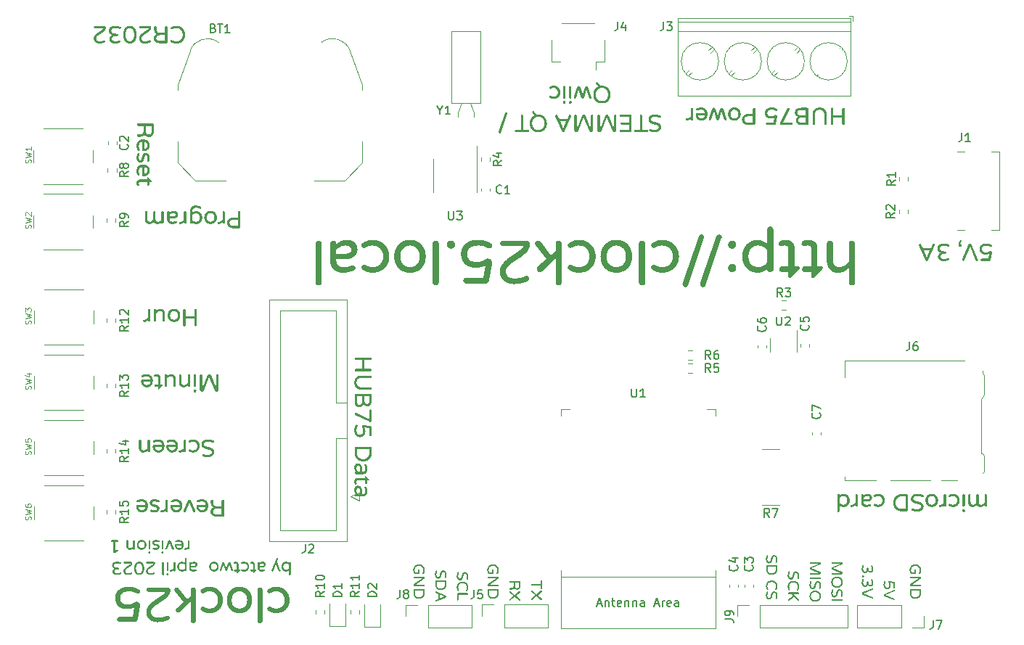
<source format=gbr>
%TF.GenerationSoftware,KiCad,Pcbnew,7.0.1*%
%TF.CreationDate,2023-04-30T23:40:34+01:00*%
%TF.ProjectId,clock25,636c6f63-6b32-4352-9e6b-696361645f70,rev?*%
%TF.SameCoordinates,Original*%
%TF.FileFunction,Legend,Top*%
%TF.FilePolarity,Positive*%
%FSLAX46Y46*%
G04 Gerber Fmt 4.6, Leading zero omitted, Abs format (unit mm)*
G04 Created by KiCad (PCBNEW 7.0.1) date 2023-04-30 23:40:34*
%MOMM*%
%LPD*%
G01*
G04 APERTURE LIST*
%ADD10C,0.400000*%
%ADD11C,0.325000*%
%ADD12C,0.250000*%
%ADD13C,0.150000*%
%ADD14C,0.100000*%
%ADD15C,0.120000*%
G04 APERTURE END LIST*
D10*
G36*
X186005247Y-90766000D02*
G01*
X186059529Y-90769563D01*
X186110634Y-90780253D01*
X186158562Y-90798071D01*
X186203312Y-90823015D01*
X186244886Y-90855086D01*
X186258038Y-90867360D01*
X186292900Y-90907460D01*
X186320549Y-90950823D01*
X186340985Y-90997448D01*
X186354209Y-91047337D01*
X186360219Y-91100488D01*
X186360620Y-91118930D01*
X186360620Y-95642308D01*
X186357014Y-95698994D01*
X186346194Y-95751817D01*
X186328162Y-95800775D01*
X186302918Y-95845869D01*
X186270460Y-95887099D01*
X186258038Y-95899984D01*
X186217523Y-95934846D01*
X186173831Y-95962495D01*
X186126963Y-95982931D01*
X186076917Y-95996155D01*
X186023694Y-96002165D01*
X186005247Y-96002566D01*
X185950464Y-95998960D01*
X185898772Y-95988141D01*
X185850172Y-95970109D01*
X185804662Y-95944864D01*
X185762244Y-95912406D01*
X185748792Y-95899984D01*
X185712685Y-95859999D01*
X185684048Y-95816064D01*
X185662882Y-95768179D01*
X185649186Y-95716344D01*
X185642961Y-95660559D01*
X185642546Y-95641087D01*
X185642546Y-93916732D01*
X185599880Y-93962089D01*
X185564775Y-93996732D01*
X185527008Y-94031913D01*
X185486579Y-94067630D01*
X185443488Y-94103883D01*
X185397736Y-94140674D01*
X185349321Y-94178001D01*
X185298245Y-94215864D01*
X185244507Y-94254264D01*
X185188106Y-94293201D01*
X185168715Y-94306300D01*
X185108594Y-94344056D01*
X185045468Y-94378098D01*
X184979336Y-94408427D01*
X184933579Y-94426583D01*
X184886486Y-94443089D01*
X184838057Y-94457944D01*
X184788292Y-94471148D01*
X184737192Y-94482702D01*
X184684756Y-94492605D01*
X184630985Y-94500858D01*
X184575877Y-94507460D01*
X184519434Y-94512412D01*
X184461656Y-94515713D01*
X184402541Y-94517363D01*
X184372483Y-94517570D01*
X184321364Y-94516821D01*
X184271199Y-94514574D01*
X184221988Y-94510829D01*
X184149960Y-94502403D01*
X184080079Y-94490608D01*
X184012344Y-94475441D01*
X183946757Y-94456905D01*
X183883315Y-94434998D01*
X183822021Y-94409721D01*
X183762873Y-94381074D01*
X183705872Y-94349056D01*
X183669064Y-94325839D01*
X183615791Y-94288752D01*
X183564965Y-94249389D01*
X183516586Y-94207751D01*
X183470655Y-94163837D01*
X183427170Y-94117648D01*
X183386133Y-94069184D01*
X183347543Y-94018444D01*
X183311401Y-93965428D01*
X183277705Y-93910137D01*
X183246457Y-93852571D01*
X183226984Y-93812929D01*
X183199704Y-93752357D01*
X183175107Y-93690626D01*
X183153193Y-93627736D01*
X183133962Y-93563687D01*
X183117415Y-93498478D01*
X183103551Y-93432111D01*
X183092370Y-93364584D01*
X183083873Y-93295897D01*
X183078059Y-93226052D01*
X183074929Y-93155048D01*
X183074333Y-93107067D01*
X183074333Y-91120152D01*
X183078111Y-91065498D01*
X183089445Y-91014192D01*
X183108336Y-90966236D01*
X183134783Y-90921628D01*
X183168786Y-90880369D01*
X183181799Y-90867360D01*
X183223144Y-90832913D01*
X183267494Y-90805594D01*
X183314850Y-90785401D01*
X183365210Y-90772335D01*
X183418577Y-90766395D01*
X183437033Y-90766000D01*
X183491730Y-90769606D01*
X183543164Y-90780425D01*
X183591335Y-90798457D01*
X183636244Y-90823702D01*
X183677889Y-90856159D01*
X183691046Y-90868581D01*
X183725908Y-90908681D01*
X183753557Y-90952044D01*
X183773993Y-90998669D01*
X183787216Y-91048558D01*
X183793227Y-91101709D01*
X183793628Y-91120152D01*
X183793628Y-93038679D01*
X183795120Y-93109315D01*
X183799595Y-93176967D01*
X183807055Y-93241636D01*
X183817499Y-93303320D01*
X183830926Y-93362021D01*
X183847337Y-93417737D01*
X183866732Y-93470470D01*
X183889111Y-93520219D01*
X183914474Y-93566984D01*
X183942821Y-93610766D01*
X183963376Y-93638295D01*
X183996972Y-93676706D01*
X184034560Y-93711339D01*
X184076141Y-93742194D01*
X184121715Y-93769271D01*
X184171281Y-93792569D01*
X184224840Y-93812089D01*
X184282392Y-93827832D01*
X184343937Y-93839796D01*
X184409475Y-93847982D01*
X184479006Y-93852390D01*
X184527577Y-93853229D01*
X184595466Y-93851447D01*
X184661744Y-93846102D01*
X184726412Y-93837193D01*
X184789471Y-93824721D01*
X184850919Y-93808686D01*
X184910757Y-93789087D01*
X184968986Y-93765924D01*
X185025604Y-93739198D01*
X185080612Y-93708909D01*
X185134011Y-93675056D01*
X185168715Y-93650508D01*
X185219362Y-93612003D01*
X185268721Y-93572512D01*
X185316792Y-93532033D01*
X185363575Y-93490567D01*
X185409070Y-93448113D01*
X185453277Y-93404671D01*
X185496196Y-93360243D01*
X185537827Y-93314826D01*
X185578170Y-93268423D01*
X185617225Y-93221031D01*
X185642546Y-93188889D01*
X185642546Y-91117709D01*
X185646281Y-91063513D01*
X185657487Y-91012666D01*
X185676163Y-90965167D01*
X185702309Y-90921017D01*
X185735926Y-90880216D01*
X185748792Y-90867360D01*
X185790179Y-90832913D01*
X185834658Y-90805594D01*
X185882228Y-90785401D01*
X185932890Y-90772335D01*
X185986642Y-90766395D01*
X186005247Y-90766000D01*
G37*
G36*
X180906677Y-90687842D02*
G01*
X180956895Y-90688743D01*
X181010461Y-90691448D01*
X181067377Y-90695956D01*
X181117364Y-90701090D01*
X181169677Y-90707477D01*
X181213202Y-90713487D01*
X181268449Y-90722760D01*
X181323517Y-90735312D01*
X181378406Y-90751143D01*
X181433116Y-90770255D01*
X181487647Y-90792646D01*
X181542000Y-90818316D01*
X181563691Y-90829503D01*
X181606185Y-90854060D01*
X181646962Y-90881939D01*
X181686022Y-90913137D01*
X181723364Y-90947655D01*
X181758989Y-90985494D01*
X181792897Y-91026652D01*
X181825088Y-91071131D01*
X181855561Y-91118930D01*
X181883038Y-91170489D01*
X181906852Y-91226245D01*
X181927002Y-91286199D01*
X181939710Y-91333919D01*
X181950357Y-91384001D01*
X181958944Y-91436444D01*
X181965470Y-91491248D01*
X181969935Y-91548414D01*
X181972339Y-91607941D01*
X181972797Y-91648937D01*
X181972797Y-93775071D01*
X182433195Y-93775071D01*
X182483153Y-93779395D01*
X182531925Y-93795995D01*
X182573415Y-93831099D01*
X182595769Y-93874677D01*
X182605930Y-93930705D01*
X182606607Y-93952147D01*
X182600522Y-94000759D01*
X182579484Y-94049560D01*
X182547703Y-94088790D01*
X182529671Y-94104799D01*
X181574681Y-95067116D01*
X181536459Y-95099704D01*
X181520948Y-95112301D01*
X181475554Y-95136123D01*
X181426915Y-95142831D01*
X181375395Y-95135103D01*
X181330744Y-95111919D01*
X181304793Y-95087877D01*
X181274282Y-95045172D01*
X181257853Y-94997659D01*
X181254723Y-94963313D01*
X181254723Y-94439412D01*
X180498792Y-94439412D01*
X180449218Y-94436106D01*
X180395723Y-94423893D01*
X180346903Y-94402680D01*
X180302758Y-94372468D01*
X180274088Y-94345378D01*
X180239352Y-94301843D01*
X180213147Y-94253515D01*
X180195474Y-94200396D01*
X180187116Y-94151052D01*
X180184940Y-94107242D01*
X180188074Y-94058112D01*
X180199653Y-94003941D01*
X180219763Y-93953159D01*
X180248406Y-93905766D01*
X180274088Y-93873990D01*
X180314894Y-93835446D01*
X180360375Y-93806370D01*
X180410530Y-93786760D01*
X180465361Y-93776617D01*
X180498792Y-93775071D01*
X181254723Y-93775071D01*
X181254723Y-91727095D01*
X181253054Y-91671681D01*
X181248045Y-91621455D01*
X181237626Y-91568032D01*
X181219394Y-91515146D01*
X181194617Y-91472429D01*
X181186335Y-91462092D01*
X181150157Y-91426905D01*
X181104712Y-91396627D01*
X181054244Y-91376201D01*
X181017808Y-91368058D01*
X180968959Y-91361112D01*
X180916924Y-91355671D01*
X180867980Y-91352740D01*
X180837068Y-91352182D01*
X180779037Y-91353256D01*
X180726758Y-91356476D01*
X180673038Y-91362945D01*
X180621232Y-91373917D01*
X180594046Y-91382713D01*
X180547260Y-91398061D01*
X180497575Y-91408387D01*
X180444993Y-91413689D01*
X180414528Y-91414464D01*
X180365591Y-91410432D01*
X180312812Y-91395949D01*
X180263391Y-91370933D01*
X180222902Y-91340404D01*
X180211806Y-91330200D01*
X180177070Y-91291415D01*
X180150865Y-91247721D01*
X180133192Y-91199118D01*
X180124051Y-91145606D01*
X180122658Y-91112824D01*
X180127130Y-91055496D01*
X180140547Y-91002581D01*
X180162908Y-90954078D01*
X180194213Y-90909988D01*
X180234463Y-90870311D01*
X180283658Y-90835046D01*
X180305840Y-90822175D01*
X180355485Y-90800923D01*
X180406418Y-90781131D01*
X180458640Y-90762799D01*
X180512149Y-90745926D01*
X180566946Y-90730513D01*
X180585498Y-90725699D01*
X180641812Y-90712834D01*
X180690118Y-90704146D01*
X180739676Y-90697306D01*
X180790487Y-90692315D01*
X180842549Y-90689173D01*
X180895864Y-90687879D01*
X180906677Y-90687842D01*
G37*
G36*
X178234660Y-90687842D02*
G01*
X178284878Y-90688743D01*
X178338445Y-90691448D01*
X178395360Y-90695956D01*
X178445347Y-90701090D01*
X178497660Y-90707477D01*
X178541185Y-90713487D01*
X178596432Y-90722760D01*
X178651500Y-90735312D01*
X178706389Y-90751143D01*
X178761099Y-90770255D01*
X178815631Y-90792646D01*
X178869983Y-90818316D01*
X178891674Y-90829503D01*
X178934168Y-90854060D01*
X178974945Y-90881939D01*
X179014005Y-90913137D01*
X179051348Y-90947655D01*
X179086973Y-90985494D01*
X179120880Y-91026652D01*
X179153071Y-91071131D01*
X179183544Y-91118930D01*
X179211021Y-91170489D01*
X179234835Y-91226245D01*
X179254985Y-91286199D01*
X179267693Y-91333919D01*
X179278341Y-91384001D01*
X179286927Y-91436444D01*
X179293453Y-91491248D01*
X179297918Y-91548414D01*
X179300323Y-91607941D01*
X179300781Y-91648937D01*
X179300781Y-93775071D01*
X179761178Y-93775071D01*
X179811136Y-93779395D01*
X179859908Y-93795995D01*
X179901398Y-93831099D01*
X179923752Y-93874677D01*
X179933913Y-93930705D01*
X179934591Y-93952147D01*
X179928505Y-94000759D01*
X179907468Y-94049560D01*
X179875686Y-94088790D01*
X179857654Y-94104799D01*
X178902665Y-95067116D01*
X178864442Y-95099704D01*
X178848931Y-95112301D01*
X178803538Y-95136123D01*
X178754898Y-95142831D01*
X178703378Y-95135103D01*
X178658727Y-95111919D01*
X178632776Y-95087877D01*
X178602265Y-95045172D01*
X178585836Y-94997659D01*
X178582707Y-94963313D01*
X178582707Y-94439412D01*
X177826775Y-94439412D01*
X177777201Y-94436106D01*
X177723706Y-94423893D01*
X177674886Y-94402680D01*
X177630741Y-94372468D01*
X177602072Y-94345378D01*
X177567335Y-94301843D01*
X177541130Y-94253515D01*
X177523457Y-94200396D01*
X177515099Y-94151052D01*
X177512923Y-94107242D01*
X177516057Y-94058112D01*
X177527636Y-94003941D01*
X177547747Y-93953159D01*
X177576389Y-93905766D01*
X177602072Y-93873990D01*
X177642877Y-93835446D01*
X177688358Y-93806370D01*
X177738514Y-93786760D01*
X177793344Y-93776617D01*
X177826775Y-93775071D01*
X178582707Y-93775071D01*
X178582707Y-91727095D01*
X178581037Y-91671681D01*
X178576028Y-91621455D01*
X178565610Y-91568032D01*
X178547377Y-91515146D01*
X178522600Y-91472429D01*
X178514319Y-91462092D01*
X178478140Y-91426905D01*
X178432695Y-91396627D01*
X178382227Y-91376201D01*
X178345791Y-91368058D01*
X178296942Y-91361112D01*
X178244907Y-91355671D01*
X178195963Y-91352740D01*
X178165051Y-91352182D01*
X178107020Y-91353256D01*
X178054741Y-91356476D01*
X178001021Y-91362945D01*
X177949215Y-91373917D01*
X177922030Y-91382713D01*
X177875243Y-91398061D01*
X177825558Y-91408387D01*
X177772976Y-91413689D01*
X177742511Y-91414464D01*
X177693574Y-91410432D01*
X177640795Y-91395949D01*
X177591374Y-91370933D01*
X177550885Y-91340404D01*
X177539790Y-91330200D01*
X177505053Y-91291415D01*
X177478848Y-91247721D01*
X177461175Y-91199118D01*
X177452034Y-91145606D01*
X177450641Y-91112824D01*
X177455113Y-91055496D01*
X177468530Y-91002581D01*
X177490891Y-90954078D01*
X177522196Y-90909988D01*
X177562446Y-90870311D01*
X177611641Y-90835046D01*
X177633823Y-90822175D01*
X177683468Y-90800923D01*
X177734402Y-90781131D01*
X177786623Y-90762799D01*
X177840132Y-90745926D01*
X177894929Y-90730513D01*
X177913481Y-90725699D01*
X177969795Y-90712834D01*
X178018101Y-90704146D01*
X178067659Y-90697306D01*
X178118470Y-90692315D01*
X178170532Y-90689173D01*
X178223847Y-90687879D01*
X178234660Y-90687842D01*
G37*
G36*
X176539315Y-89128423D02*
G01*
X176590620Y-89139628D01*
X176638576Y-89158304D01*
X176683184Y-89184451D01*
X176724443Y-89218068D01*
X176737452Y-89230933D01*
X176772314Y-89271863D01*
X176799963Y-89315884D01*
X176820399Y-89362996D01*
X176833622Y-89413199D01*
X176839633Y-89466494D01*
X176840034Y-89484946D01*
X176840034Y-94086481D01*
X176836427Y-94140305D01*
X176825608Y-94190952D01*
X176807576Y-94238422D01*
X176782331Y-94282715D01*
X176749874Y-94323831D01*
X176737452Y-94336830D01*
X176696937Y-94371692D01*
X176653245Y-94399341D01*
X176606376Y-94419777D01*
X176556331Y-94433001D01*
X176503108Y-94439011D01*
X176484660Y-94439412D01*
X176428303Y-94436106D01*
X176375553Y-94426188D01*
X176326408Y-94409659D01*
X176280870Y-94386518D01*
X176238939Y-94356765D01*
X176225763Y-94345378D01*
X176190486Y-94308942D01*
X176158555Y-94262310D01*
X176136557Y-94211236D01*
X176124494Y-94155721D01*
X176121960Y-94113348D01*
X176121960Y-94043739D01*
X176086343Y-94078811D01*
X176048644Y-94113047D01*
X176008863Y-94146446D01*
X175966999Y-94179007D01*
X175923053Y-94210731D01*
X175877025Y-94241618D01*
X175828915Y-94271668D01*
X175778722Y-94300880D01*
X175726447Y-94329256D01*
X175672090Y-94356794D01*
X175634695Y-94374688D01*
X175577286Y-94400222D01*
X175518632Y-94423245D01*
X175458733Y-94443757D01*
X175397589Y-94461756D01*
X175335200Y-94477245D01*
X175271565Y-94490221D01*
X175206686Y-94500686D01*
X175140562Y-94508640D01*
X175073192Y-94514081D01*
X175004577Y-94517011D01*
X174958143Y-94517570D01*
X174903360Y-94516692D01*
X174848920Y-94514059D01*
X174794824Y-94509670D01*
X174741072Y-94503526D01*
X174687663Y-94495626D01*
X174634597Y-94485971D01*
X174581875Y-94474560D01*
X174529497Y-94461394D01*
X174477461Y-94446472D01*
X174425770Y-94429795D01*
X174374421Y-94411362D01*
X174323417Y-94391174D01*
X174272755Y-94369230D01*
X174222437Y-94345531D01*
X174172463Y-94320076D01*
X174122832Y-94292866D01*
X174073922Y-94264134D01*
X174026108Y-94233809D01*
X173979392Y-94201891D01*
X173933773Y-94168379D01*
X173889251Y-94133274D01*
X173845826Y-94096575D01*
X173803499Y-94058283D01*
X173762269Y-94018398D01*
X173722136Y-93976920D01*
X173683100Y-93933848D01*
X173645161Y-93889183D01*
X173608319Y-93842925D01*
X173572575Y-93795074D01*
X173537928Y-93745629D01*
X173504378Y-93694590D01*
X173471925Y-93641959D01*
X173441018Y-93587954D01*
X173412105Y-93532489D01*
X173385185Y-93475564D01*
X173360260Y-93417179D01*
X173337329Y-93357335D01*
X173316392Y-93296031D01*
X173297449Y-93233267D01*
X173280500Y-93169044D01*
X173265545Y-93103361D01*
X173252583Y-93036218D01*
X173241616Y-92967615D01*
X173232643Y-92897553D01*
X173225664Y-92826030D01*
X173220679Y-92753049D01*
X173217688Y-92678607D01*
X173216691Y-92602706D01*
X173934765Y-92602706D01*
X173936001Y-92679203D01*
X173939707Y-92753297D01*
X173945885Y-92824986D01*
X173954534Y-92894271D01*
X173965653Y-92961151D01*
X173979244Y-93025627D01*
X173995306Y-93087699D01*
X174013839Y-93147367D01*
X174034843Y-93204631D01*
X174058318Y-93259490D01*
X174084264Y-93311945D01*
X174112681Y-93361996D01*
X174143569Y-93409642D01*
X174176928Y-93454884D01*
X174212758Y-93497722D01*
X174251060Y-93538156D01*
X174291102Y-93576309D01*
X174332461Y-93612001D01*
X174375137Y-93645231D01*
X174419129Y-93676000D01*
X174464438Y-93704308D01*
X174511064Y-93730154D01*
X174559006Y-93753538D01*
X174608265Y-93774461D01*
X174658840Y-93792922D01*
X174710732Y-93808922D01*
X174763941Y-93822460D01*
X174818466Y-93833537D01*
X174874308Y-93842152D01*
X174931467Y-93848306D01*
X174989942Y-93851998D01*
X175049734Y-93853229D01*
X175111729Y-93851844D01*
X175172695Y-93847691D01*
X175232630Y-93840768D01*
X175291534Y-93831075D01*
X175349408Y-93818614D01*
X175406252Y-93803384D01*
X175462065Y-93785384D01*
X175516848Y-93764615D01*
X175570601Y-93741077D01*
X175623323Y-93714769D01*
X175657898Y-93695692D01*
X175708460Y-93665553D01*
X175757561Y-93634212D01*
X175805203Y-93601668D01*
X175851385Y-93567923D01*
X175896107Y-93532975D01*
X175939369Y-93496825D01*
X175981172Y-93459473D01*
X176021515Y-93420919D01*
X176060398Y-93381163D01*
X176097822Y-93340205D01*
X176121960Y-93312231D01*
X176121960Y-91857765D01*
X176085728Y-91819136D01*
X176048014Y-91781558D01*
X176008820Y-91745033D01*
X175968144Y-91709559D01*
X175925987Y-91675137D01*
X175882349Y-91641768D01*
X175837230Y-91609449D01*
X175790629Y-91578183D01*
X175742547Y-91547969D01*
X175692985Y-91518807D01*
X175659120Y-91499949D01*
X175607074Y-91473542D01*
X175553976Y-91449732D01*
X175499826Y-91428519D01*
X175444625Y-91409904D01*
X175388371Y-91393886D01*
X175331066Y-91380466D01*
X175272709Y-91369643D01*
X175213300Y-91361418D01*
X175152839Y-91355790D01*
X175091327Y-91352760D01*
X175049734Y-91352182D01*
X174989942Y-91353423D01*
X174931467Y-91357144D01*
X174874308Y-91363345D01*
X174818466Y-91372027D01*
X174763941Y-91383190D01*
X174710732Y-91396833D01*
X174658840Y-91412957D01*
X174608265Y-91431561D01*
X174559006Y-91452646D01*
X174511064Y-91476212D01*
X174464438Y-91502258D01*
X174419129Y-91530785D01*
X174375137Y-91561792D01*
X174332461Y-91595280D01*
X174291102Y-91631249D01*
X174251060Y-91669698D01*
X174212758Y-91710695D01*
X174176928Y-91754000D01*
X174143569Y-91799614D01*
X174112681Y-91847537D01*
X174084264Y-91897769D01*
X174058318Y-91950310D01*
X174034843Y-92005160D01*
X174013839Y-92062318D01*
X173995306Y-92121786D01*
X173979244Y-92183562D01*
X173965653Y-92247647D01*
X173954534Y-92314041D01*
X173945885Y-92382744D01*
X173939707Y-92453756D01*
X173936001Y-92527076D01*
X173934765Y-92602706D01*
X173216691Y-92602706D01*
X173217688Y-92526800D01*
X173220679Y-92452344D01*
X173225664Y-92379338D01*
X173232643Y-92307782D01*
X173241616Y-92237677D01*
X173252583Y-92169022D01*
X173265545Y-92101817D01*
X173280500Y-92036062D01*
X173297449Y-91971758D01*
X173316392Y-91908903D01*
X173337329Y-91847499D01*
X173360260Y-91787545D01*
X173385185Y-91729041D01*
X173412105Y-91671988D01*
X173441018Y-91616384D01*
X173471925Y-91562231D01*
X173504378Y-91509743D01*
X173537928Y-91458829D01*
X173572575Y-91409489D01*
X173608319Y-91361723D01*
X173645161Y-91315532D01*
X173683100Y-91270914D01*
X173722136Y-91227871D01*
X173762269Y-91186403D01*
X173803499Y-91146508D01*
X173845826Y-91108188D01*
X173889251Y-91071441D01*
X173933773Y-91036269D01*
X173979392Y-91002672D01*
X174026108Y-90970648D01*
X174073922Y-90940199D01*
X174122832Y-90911324D01*
X174172463Y-90884262D01*
X174222437Y-90858945D01*
X174272755Y-90835375D01*
X174323417Y-90813551D01*
X174374421Y-90793472D01*
X174425770Y-90775140D01*
X174477461Y-90758553D01*
X174529497Y-90743712D01*
X174581875Y-90730618D01*
X174634597Y-90719269D01*
X174687663Y-90709666D01*
X174741072Y-90701809D01*
X174794824Y-90695699D01*
X174848920Y-90691334D01*
X174903360Y-90688715D01*
X174958143Y-90687842D01*
X175027587Y-90689065D01*
X175095787Y-90692736D01*
X175162741Y-90698854D01*
X175228451Y-90707419D01*
X175292915Y-90718432D01*
X175356135Y-90731891D01*
X175418109Y-90747798D01*
X175478838Y-90766152D01*
X175538322Y-90786953D01*
X175596561Y-90810202D01*
X175634695Y-90827060D01*
X175690441Y-90853561D01*
X175744104Y-90880856D01*
X175795685Y-90908945D01*
X175845183Y-90937828D01*
X175892599Y-90967506D01*
X175937933Y-90997978D01*
X175981185Y-91029244D01*
X176022355Y-91061304D01*
X176061442Y-91094159D01*
X176098447Y-91127808D01*
X176121960Y-91150682D01*
X176121960Y-89481282D01*
X176125609Y-89427787D01*
X176136557Y-89377212D01*
X176154804Y-89329556D01*
X176180349Y-89284819D01*
X176213193Y-89243002D01*
X176225763Y-89229712D01*
X176266120Y-89194020D01*
X176310256Y-89165713D01*
X176358169Y-89144790D01*
X176409861Y-89131252D01*
X176465331Y-89125098D01*
X176484660Y-89124688D01*
X176539315Y-89128423D01*
G37*
G36*
X172061423Y-93501519D02*
G01*
X172115918Y-93504739D01*
X172167969Y-93514399D01*
X172217575Y-93530499D01*
X172264736Y-93553039D01*
X172309452Y-93582019D01*
X172351723Y-93617439D01*
X172367947Y-93633411D01*
X172404536Y-93675879D01*
X172434923Y-93720851D01*
X172459109Y-93768328D01*
X172477093Y-93818310D01*
X172488876Y-93870796D01*
X172494457Y-93925786D01*
X172494954Y-93948484D01*
X172494954Y-93992448D01*
X172491853Y-94048440D01*
X172482551Y-94101927D01*
X172467047Y-94152911D01*
X172445342Y-94201390D01*
X172417435Y-94247364D01*
X172383327Y-94290834D01*
X172367947Y-94307521D01*
X172326654Y-94345517D01*
X172282915Y-94377073D01*
X172236732Y-94402189D01*
X172188104Y-94420865D01*
X172137032Y-94433101D01*
X172083514Y-94438897D01*
X172061423Y-94439412D01*
X171990592Y-94439412D01*
X171936126Y-94436192D01*
X171884165Y-94426532D01*
X171834708Y-94410432D01*
X171787756Y-94387892D01*
X171743308Y-94358912D01*
X171701365Y-94323492D01*
X171685289Y-94307521D01*
X171648700Y-94265053D01*
X171618313Y-94220080D01*
X171594127Y-94172603D01*
X171576143Y-94122621D01*
X171564360Y-94070135D01*
X171558778Y-94015145D01*
X171558282Y-93992448D01*
X171558282Y-93948484D01*
X171561383Y-93892492D01*
X171570685Y-93839004D01*
X171586189Y-93788021D01*
X171607894Y-93739542D01*
X171635801Y-93693567D01*
X171669909Y-93650097D01*
X171685289Y-93633411D01*
X171726230Y-93595415D01*
X171769676Y-93563859D01*
X171815627Y-93538743D01*
X171864082Y-93520067D01*
X171915041Y-93507831D01*
X171968505Y-93502035D01*
X171990592Y-93501519D01*
X172061423Y-93501519D01*
G37*
G36*
X172061423Y-90766000D02*
G01*
X172115918Y-90769219D01*
X172167969Y-90778879D01*
X172217575Y-90794979D01*
X172264736Y-90817519D01*
X172309452Y-90846499D01*
X172351723Y-90881919D01*
X172367947Y-90897891D01*
X172404536Y-90940359D01*
X172434923Y-90985331D01*
X172459109Y-91032809D01*
X172477093Y-91082790D01*
X172488876Y-91135276D01*
X172494457Y-91190266D01*
X172494954Y-91212964D01*
X172494954Y-91256928D01*
X172491853Y-91312920D01*
X172482551Y-91366408D01*
X172467047Y-91417391D01*
X172445342Y-91465870D01*
X172417435Y-91511844D01*
X172383327Y-91555314D01*
X172367947Y-91572001D01*
X172326654Y-91609997D01*
X172282915Y-91641553D01*
X172236732Y-91666669D01*
X172188104Y-91685345D01*
X172137032Y-91697581D01*
X172083514Y-91703377D01*
X172061423Y-91703892D01*
X171990592Y-91703892D01*
X171936126Y-91700672D01*
X171884165Y-91691012D01*
X171834708Y-91674912D01*
X171787756Y-91652372D01*
X171743308Y-91623392D01*
X171701365Y-91587972D01*
X171685289Y-91572001D01*
X171648700Y-91529533D01*
X171618313Y-91484560D01*
X171594127Y-91437083D01*
X171576143Y-91387101D01*
X171564360Y-91334615D01*
X171558778Y-91279625D01*
X171558282Y-91256928D01*
X171558282Y-91212964D01*
X171561383Y-91156972D01*
X171570685Y-91103484D01*
X171586189Y-91052501D01*
X171607894Y-91004022D01*
X171635801Y-90958047D01*
X171669909Y-90914577D01*
X171685289Y-90897891D01*
X171726230Y-90859895D01*
X171769676Y-90828339D01*
X171815627Y-90803223D01*
X171864082Y-90784547D01*
X171915041Y-90772311D01*
X171968505Y-90766515D01*
X171990592Y-90766000D01*
X172061423Y-90766000D01*
G37*
G36*
X170497047Y-90062580D02*
G01*
X170548868Y-90065929D01*
X170597168Y-90075975D01*
X170649068Y-90096161D01*
X170696177Y-90125463D01*
X170732741Y-90157835D01*
X170768906Y-90200844D01*
X170796187Y-90247594D01*
X170814587Y-90298084D01*
X170824104Y-90352313D01*
X170825554Y-90384981D01*
X170821138Y-90434272D01*
X170817005Y-90454590D01*
X170802980Y-90501607D01*
X170801129Y-90505881D01*
X168937557Y-95973257D01*
X168918704Y-96019434D01*
X168890379Y-96066457D01*
X168858875Y-96103876D01*
X168826426Y-96133236D01*
X168783684Y-96161553D01*
X168736056Y-96181779D01*
X168683544Y-96193915D01*
X168633589Y-96197897D01*
X168626147Y-96197960D01*
X168573582Y-96193667D01*
X168524882Y-96180787D01*
X168480045Y-96159320D01*
X168439072Y-96129267D01*
X168401963Y-96090627D01*
X168390453Y-96075839D01*
X168359326Y-96028870D01*
X168334639Y-95978638D01*
X168316393Y-95925143D01*
X168304586Y-95868385D01*
X168299666Y-95818595D01*
X168298861Y-95787632D01*
X168303278Y-95738972D01*
X168307410Y-95719244D01*
X168321292Y-95671231D01*
X168322065Y-95669175D01*
X170186859Y-90283620D01*
X170205788Y-90238511D01*
X170234381Y-90192326D01*
X170266285Y-90155327D01*
X170299210Y-90126083D01*
X170341342Y-90098301D01*
X170388359Y-90078456D01*
X170440261Y-90066549D01*
X170489682Y-90062642D01*
X170497047Y-90062580D01*
G37*
G36*
X168435637Y-90062580D02*
G01*
X168487458Y-90065929D01*
X168535758Y-90075975D01*
X168587658Y-90096161D01*
X168634767Y-90125463D01*
X168671332Y-90157835D01*
X168707496Y-90200844D01*
X168734778Y-90247594D01*
X168753177Y-90298084D01*
X168762694Y-90352313D01*
X168764144Y-90384981D01*
X168759728Y-90434272D01*
X168755596Y-90454590D01*
X168741571Y-90501607D01*
X168739720Y-90505881D01*
X166876147Y-95973257D01*
X166857294Y-96019434D01*
X166828969Y-96066457D01*
X166797466Y-96103876D01*
X166765016Y-96133236D01*
X166722274Y-96161553D01*
X166674647Y-96181779D01*
X166622134Y-96193915D01*
X166572179Y-96197897D01*
X166564737Y-96197960D01*
X166512173Y-96193667D01*
X166463472Y-96180787D01*
X166418635Y-96159320D01*
X166377663Y-96129267D01*
X166340554Y-96090627D01*
X166329043Y-96075839D01*
X166297916Y-96028870D01*
X166273230Y-95978638D01*
X166254983Y-95925143D01*
X166243176Y-95868385D01*
X166238257Y-95818595D01*
X166237452Y-95787632D01*
X166241868Y-95738972D01*
X166246000Y-95719244D01*
X166259882Y-95671231D01*
X166260655Y-95669175D01*
X168125449Y-90283620D01*
X168144378Y-90238511D01*
X168172971Y-90192326D01*
X168204876Y-90155327D01*
X168237801Y-90126083D01*
X168279933Y-90098301D01*
X168326949Y-90078456D01*
X168378851Y-90066549D01*
X168428272Y-90062642D01*
X168435637Y-90062580D01*
G37*
G36*
X163901269Y-90687842D02*
G01*
X163964648Y-90688729D01*
X164027474Y-90691391D01*
X164089746Y-90695827D01*
X164151465Y-90702038D01*
X164212631Y-90710024D01*
X164273243Y-90719784D01*
X164333302Y-90731319D01*
X164392808Y-90744628D01*
X164451760Y-90759712D01*
X164510159Y-90776571D01*
X164568004Y-90795204D01*
X164625296Y-90815611D01*
X164682035Y-90837794D01*
X164738221Y-90861750D01*
X164793853Y-90887482D01*
X164848931Y-90914988D01*
X164902913Y-90944321D01*
X164955559Y-90975228D01*
X165006869Y-91007709D01*
X165056843Y-91041765D01*
X165105482Y-91077395D01*
X165152785Y-91114599D01*
X165198752Y-91153377D01*
X165243383Y-91193730D01*
X165286679Y-91235657D01*
X165328639Y-91279158D01*
X165369264Y-91324233D01*
X165408553Y-91370882D01*
X165446506Y-91419106D01*
X165483123Y-91468904D01*
X165518405Y-91520276D01*
X165552351Y-91573222D01*
X165584589Y-91627762D01*
X165614747Y-91683608D01*
X165642825Y-91740762D01*
X165668824Y-91799223D01*
X165692743Y-91858991D01*
X165714581Y-91920066D01*
X165734340Y-91982448D01*
X165752019Y-92046137D01*
X165767618Y-92111134D01*
X165781138Y-92177437D01*
X165792577Y-92245047D01*
X165801936Y-92313965D01*
X165809216Y-92384189D01*
X165814416Y-92455721D01*
X165817535Y-92528560D01*
X165818575Y-92602706D01*
X165817535Y-92677720D01*
X165814416Y-92751331D01*
X165809216Y-92823540D01*
X165801936Y-92894347D01*
X165792577Y-92963751D01*
X165781138Y-93031753D01*
X165767618Y-93098352D01*
X165752019Y-93163548D01*
X165734340Y-93227342D01*
X165714581Y-93289734D01*
X165692743Y-93350723D01*
X165668824Y-93410310D01*
X165642825Y-93468494D01*
X165614747Y-93525276D01*
X165584589Y-93580655D01*
X165552351Y-93634632D01*
X165518405Y-93687278D01*
X165483123Y-93738359D01*
X165446506Y-93787875D01*
X165408553Y-93835827D01*
X165369264Y-93882214D01*
X165328639Y-93927036D01*
X165286679Y-93970294D01*
X165243383Y-94011987D01*
X165198752Y-94052115D01*
X165152785Y-94090679D01*
X165105482Y-94127678D01*
X165056843Y-94163112D01*
X165006869Y-94196982D01*
X164955559Y-94229287D01*
X164902913Y-94260027D01*
X164848931Y-94289203D01*
X164793853Y-94316856D01*
X164738221Y-94342726D01*
X164682035Y-94366812D01*
X164625296Y-94389113D01*
X164568004Y-94409631D01*
X164510159Y-94428364D01*
X164451760Y-94445313D01*
X164392808Y-94460478D01*
X164333302Y-94473859D01*
X164273243Y-94485456D01*
X164212631Y-94495268D01*
X164151465Y-94503297D01*
X164089746Y-94509541D01*
X164027474Y-94514001D01*
X163964648Y-94516678D01*
X163901269Y-94517570D01*
X163848995Y-94517140D01*
X163797809Y-94515852D01*
X163747711Y-94513706D01*
X163698700Y-94510700D01*
X163627223Y-94504582D01*
X163558194Y-94496532D01*
X163491611Y-94486550D01*
X163427476Y-94474636D01*
X163365788Y-94460790D01*
X163306547Y-94445012D01*
X163249754Y-94427302D01*
X163195407Y-94407660D01*
X163143197Y-94386945D01*
X163092811Y-94366015D01*
X163044250Y-94344870D01*
X162997513Y-94323511D01*
X162952601Y-94301937D01*
X162895557Y-94272838D01*
X162841757Y-94243357D01*
X162791201Y-94213494D01*
X162743888Y-94183250D01*
X162732567Y-94175630D01*
X162687183Y-94141814D01*
X162649491Y-94104480D01*
X162619491Y-94063627D01*
X162597184Y-94019257D01*
X162582569Y-93971368D01*
X162575646Y-93919962D01*
X162575030Y-93898414D01*
X162579238Y-93849669D01*
X162591860Y-93801743D01*
X162612898Y-93754634D01*
X162642350Y-93708343D01*
X162662958Y-93682259D01*
X162702995Y-93642288D01*
X162747241Y-93612135D01*
X162795693Y-93591799D01*
X162848353Y-93581280D01*
X162880334Y-93579677D01*
X162929696Y-93583444D01*
X162978866Y-93594747D01*
X163027842Y-93613584D01*
X163054968Y-93627304D01*
X163099733Y-93651748D01*
X163144269Y-93675008D01*
X163188576Y-93697085D01*
X163243638Y-93723018D01*
X163298342Y-93747103D01*
X163352689Y-93769339D01*
X163406677Y-93789726D01*
X163462461Y-93808020D01*
X163510479Y-93820423D01*
X163561513Y-93830842D01*
X163615561Y-93839276D01*
X163672624Y-93845725D01*
X163732702Y-93850190D01*
X163795795Y-93852671D01*
X163845093Y-93853229D01*
X163918399Y-93851874D01*
X163989635Y-93847810D01*
X164058801Y-93841036D01*
X164125896Y-93831553D01*
X164190921Y-93819359D01*
X164253876Y-93804457D01*
X164314760Y-93786845D01*
X164373574Y-93766523D01*
X164430317Y-93743492D01*
X164484990Y-93717751D01*
X164537593Y-93689300D01*
X164588126Y-93658140D01*
X164636588Y-93624271D01*
X164682980Y-93587691D01*
X164727301Y-93548403D01*
X164769552Y-93506404D01*
X164809480Y-93462231D01*
X164846832Y-93416416D01*
X164881608Y-93368960D01*
X164913808Y-93319864D01*
X164943432Y-93269126D01*
X164970480Y-93216747D01*
X164994952Y-93162728D01*
X165016848Y-93107067D01*
X165036168Y-93049766D01*
X165052912Y-92990823D01*
X165067080Y-92930239D01*
X165078672Y-92868015D01*
X165087688Y-92804149D01*
X165094128Y-92738642D01*
X165097992Y-92671494D01*
X165099280Y-92602706D01*
X165097992Y-92533917D01*
X165094128Y-92466769D01*
X165087688Y-92401263D01*
X165078672Y-92337397D01*
X165067080Y-92275172D01*
X165052912Y-92214589D01*
X165036168Y-92155646D01*
X165016848Y-92098344D01*
X164994952Y-92042684D01*
X164970480Y-91988664D01*
X164943432Y-91936285D01*
X164913808Y-91885548D01*
X164881608Y-91836451D01*
X164846832Y-91788995D01*
X164809480Y-91743181D01*
X164769552Y-91699007D01*
X164727301Y-91657009D01*
X164682980Y-91617720D01*
X164636588Y-91581141D01*
X164588126Y-91547271D01*
X164537593Y-91516111D01*
X164484990Y-91487661D01*
X164430317Y-91461920D01*
X164373574Y-91438889D01*
X164314760Y-91418567D01*
X164253876Y-91400955D01*
X164190921Y-91386052D01*
X164125896Y-91373859D01*
X164058801Y-91364375D01*
X163989635Y-91357601D01*
X163918399Y-91353537D01*
X163845093Y-91352182D01*
X163795795Y-91352762D01*
X163732702Y-91355338D01*
X163672624Y-91359975D01*
X163615561Y-91366672D01*
X163561513Y-91375431D01*
X163510479Y-91386250D01*
X163462461Y-91399130D01*
X163406677Y-91418128D01*
X163352659Y-91439714D01*
X163298223Y-91462492D01*
X163243370Y-91486463D01*
X163188099Y-91511627D01*
X163143582Y-91532617D01*
X163098798Y-91554370D01*
X163053746Y-91576886D01*
X163005468Y-91599909D01*
X162956803Y-91615397D01*
X162907752Y-91623350D01*
X162880334Y-91624513D01*
X162825270Y-91619546D01*
X162774413Y-91604645D01*
X162727763Y-91579809D01*
X162685321Y-91545039D01*
X162662958Y-91520710D01*
X162633076Y-91481898D01*
X162606028Y-91435750D01*
X162587395Y-91388666D01*
X162577177Y-91340648D01*
X162575030Y-91305776D01*
X162578906Y-91253284D01*
X162590534Y-91204191D01*
X162609914Y-91158497D01*
X162637045Y-91116202D01*
X162671928Y-91077305D01*
X162714564Y-91041808D01*
X162733788Y-91028561D01*
X162780004Y-91000167D01*
X162829501Y-90971774D01*
X162882280Y-90943381D01*
X162938342Y-90914988D01*
X162982541Y-90893693D01*
X163028587Y-90872398D01*
X163076480Y-90851103D01*
X163126218Y-90829808D01*
X163177802Y-90808513D01*
X163195407Y-90801415D01*
X163249754Y-90781118D01*
X163306547Y-90762818D01*
X163365788Y-90746514D01*
X163427476Y-90732206D01*
X163491611Y-90719895D01*
X163558194Y-90709580D01*
X163627223Y-90701262D01*
X163698700Y-90694940D01*
X163747711Y-90691835D01*
X163797809Y-90689616D01*
X163848995Y-90688285D01*
X163901269Y-90687842D01*
G37*
G36*
X161517459Y-90766000D02*
G01*
X161571741Y-90769563D01*
X161622846Y-90780253D01*
X161670774Y-90798071D01*
X161715525Y-90823015D01*
X161757098Y-90855086D01*
X161770250Y-90867360D01*
X161805112Y-90907460D01*
X161832761Y-90950823D01*
X161853197Y-90997448D01*
X161866421Y-91047337D01*
X161872431Y-91100488D01*
X161872832Y-91118930D01*
X161872832Y-95642308D01*
X161869226Y-95698994D01*
X161858407Y-95751817D01*
X161840375Y-95800775D01*
X161815130Y-95845869D01*
X161782672Y-95887099D01*
X161770250Y-95899984D01*
X161729735Y-95934846D01*
X161686044Y-95962495D01*
X161639175Y-95982931D01*
X161589129Y-95996155D01*
X161535906Y-96002165D01*
X161517459Y-96002566D01*
X161460730Y-95998960D01*
X161407779Y-95988141D01*
X161358606Y-95970109D01*
X161313211Y-95944864D01*
X161271594Y-95912406D01*
X161258561Y-95899984D01*
X161223285Y-95860042D01*
X161195306Y-95816236D01*
X161174627Y-95768565D01*
X161161246Y-95717031D01*
X161155164Y-95661633D01*
X161154758Y-95642308D01*
X161154758Y-91118930D01*
X161158408Y-91064691D01*
X161169356Y-91013715D01*
X161187602Y-90966002D01*
X161213148Y-90921552D01*
X161245991Y-90880364D01*
X161258561Y-90867360D01*
X161298919Y-90832913D01*
X161343054Y-90805594D01*
X161390968Y-90785401D01*
X161442659Y-90772335D01*
X161498129Y-90766395D01*
X161517459Y-90766000D01*
G37*
G36*
X158580524Y-90688786D02*
G01*
X158647949Y-90691620D01*
X158714324Y-90696343D01*
X158779649Y-90702954D01*
X158843925Y-90711455D01*
X158907152Y-90721845D01*
X158969329Y-90734124D01*
X159030456Y-90748292D01*
X159090534Y-90764349D01*
X159149563Y-90782295D01*
X159207542Y-90802130D01*
X159264471Y-90823855D01*
X159320351Y-90847468D01*
X159375182Y-90872970D01*
X159428963Y-90900362D01*
X159481695Y-90929642D01*
X159533157Y-90960750D01*
X159583132Y-90993317D01*
X159631618Y-91027344D01*
X159678615Y-91062831D01*
X159724125Y-91099777D01*
X159768146Y-91138184D01*
X159810678Y-91178050D01*
X159851723Y-91219375D01*
X159891278Y-91262161D01*
X159929346Y-91306406D01*
X159965925Y-91352111D01*
X160001016Y-91399275D01*
X160034619Y-91447900D01*
X160066733Y-91497984D01*
X160097358Y-91549528D01*
X160126496Y-91602531D01*
X160153854Y-91656956D01*
X160179447Y-91712460D01*
X160203275Y-91769041D01*
X160225338Y-91826700D01*
X160245636Y-91885438D01*
X160264169Y-91945254D01*
X160280936Y-92006147D01*
X160295939Y-92068119D01*
X160309177Y-92131169D01*
X160320650Y-92195297D01*
X160330357Y-92260503D01*
X160338300Y-92326788D01*
X160344478Y-92394150D01*
X160348890Y-92462590D01*
X160351538Y-92532109D01*
X160352420Y-92602706D01*
X160351538Y-92673298D01*
X160348890Y-92742802D01*
X160344478Y-92811219D01*
X160338300Y-92878547D01*
X160330357Y-92944789D01*
X160320650Y-93009942D01*
X160309177Y-93074009D01*
X160295939Y-93136987D01*
X160280936Y-93198878D01*
X160264169Y-93259681D01*
X160245636Y-93319396D01*
X160225338Y-93378024D01*
X160203275Y-93435564D01*
X160179447Y-93492017D01*
X160153854Y-93547382D01*
X160126496Y-93601659D01*
X160097358Y-93654806D01*
X160066733Y-93706473D01*
X160034619Y-93756663D01*
X160001016Y-93805373D01*
X159965925Y-93852604D01*
X159929346Y-93898357D01*
X159891278Y-93942631D01*
X159851723Y-93985426D01*
X159810678Y-94026742D01*
X159768146Y-94066579D01*
X159724125Y-94104938D01*
X159678615Y-94141817D01*
X159631618Y-94177218D01*
X159583132Y-94211140D01*
X159533157Y-94243584D01*
X159481695Y-94274548D01*
X159428963Y-94303976D01*
X159375182Y-94331506D01*
X159320351Y-94357137D01*
X159264471Y-94380870D01*
X159207542Y-94402704D01*
X159149563Y-94422639D01*
X159090534Y-94440676D01*
X159030456Y-94456814D01*
X158969329Y-94471054D01*
X158907152Y-94483395D01*
X158843925Y-94493837D01*
X158779649Y-94502381D01*
X158714324Y-94509026D01*
X158647949Y-94513772D01*
X158580524Y-94516620D01*
X158512051Y-94517570D01*
X158443448Y-94516620D01*
X158375942Y-94513772D01*
X158309534Y-94509026D01*
X158244223Y-94502381D01*
X158180009Y-94493837D01*
X158116892Y-94483395D01*
X158054873Y-94471054D01*
X157993950Y-94456814D01*
X157934125Y-94440676D01*
X157875397Y-94422639D01*
X157817766Y-94402704D01*
X157761233Y-94380870D01*
X157705796Y-94357137D01*
X157651457Y-94331506D01*
X157598215Y-94303976D01*
X157546070Y-94274548D01*
X157495041Y-94243584D01*
X157445454Y-94211140D01*
X157397306Y-94177218D01*
X157350600Y-94141817D01*
X157305334Y-94104938D01*
X157261508Y-94066579D01*
X157219123Y-94026742D01*
X157178179Y-93985426D01*
X157138676Y-93942631D01*
X157100613Y-93898357D01*
X157063991Y-93852604D01*
X157028810Y-93805373D01*
X156995069Y-93756663D01*
X156962769Y-93706473D01*
X156931909Y-93654806D01*
X156902490Y-93601659D01*
X156874541Y-93547382D01*
X156848394Y-93492017D01*
X156824051Y-93435564D01*
X156801511Y-93378024D01*
X156780774Y-93319396D01*
X156761841Y-93259681D01*
X156744710Y-93198878D01*
X156729383Y-93136987D01*
X156715859Y-93074009D01*
X156704138Y-93009942D01*
X156694221Y-92944789D01*
X156686106Y-92878547D01*
X156679795Y-92811219D01*
X156675287Y-92742802D01*
X156672582Y-92673298D01*
X156671775Y-92610033D01*
X157390976Y-92610033D01*
X157391653Y-92666409D01*
X157393685Y-92721354D01*
X157397072Y-92774868D01*
X157401814Y-92826951D01*
X157407911Y-92877603D01*
X157415362Y-92926824D01*
X157429079Y-92997971D01*
X157445845Y-93065899D01*
X157465658Y-93130607D01*
X157488520Y-93192094D01*
X157514431Y-93250362D01*
X157543389Y-93305410D01*
X157564388Y-93340319D01*
X157597436Y-93390258D01*
X157632008Y-93437492D01*
X157668104Y-93482021D01*
X157705725Y-93523845D01*
X157744869Y-93562964D01*
X157785538Y-93599379D01*
X157827731Y-93633089D01*
X157871447Y-93664094D01*
X157916688Y-93692394D01*
X157963453Y-93717989D01*
X157995477Y-93733550D01*
X158043802Y-93754938D01*
X158092148Y-93774222D01*
X158140516Y-93791403D01*
X158188906Y-93806479D01*
X158237317Y-93819452D01*
X158285749Y-93830322D01*
X158334203Y-93839087D01*
X158382678Y-93845749D01*
X158447345Y-93851359D01*
X158512051Y-93853229D01*
X158576813Y-93851359D01*
X158641652Y-93845749D01*
X158690331Y-93839087D01*
X158739053Y-93830322D01*
X158787818Y-93819452D01*
X158836626Y-93806479D01*
X158885477Y-93791403D01*
X158934371Y-93774222D01*
X158983308Y-93754938D01*
X159032288Y-93733550D01*
X159080484Y-93709758D01*
X159127070Y-93683261D01*
X159172047Y-93654059D01*
X159215413Y-93622152D01*
X159257169Y-93587541D01*
X159297315Y-93550225D01*
X159335851Y-93510204D01*
X159372778Y-93467478D01*
X159408094Y-93422047D01*
X159441800Y-93373912D01*
X159463376Y-93340319D01*
X159493712Y-93287418D01*
X159521065Y-93231297D01*
X159545433Y-93171956D01*
X159566817Y-93109395D01*
X159585218Y-93043614D01*
X159600634Y-92974613D01*
X159613067Y-92902392D01*
X159619698Y-92852456D01*
X159625003Y-92801089D01*
X159628981Y-92748290D01*
X159631633Y-92694061D01*
X159632959Y-92638400D01*
X159633125Y-92610033D01*
X159632462Y-92553642D01*
X159630473Y-92498654D01*
X159627158Y-92445069D01*
X159622516Y-92392886D01*
X159616548Y-92342105D01*
X159609254Y-92292727D01*
X159595827Y-92221290D01*
X159579416Y-92153008D01*
X159560021Y-92087882D01*
X159537642Y-92025911D01*
X159512279Y-91967096D01*
X159483932Y-91911436D01*
X159463376Y-91876083D01*
X159430744Y-91825458D01*
X159396501Y-91777537D01*
X159360648Y-91732321D01*
X159323185Y-91689810D01*
X159284112Y-91650004D01*
X159243429Y-91612902D01*
X159201136Y-91578505D01*
X159157233Y-91546813D01*
X159111720Y-91517826D01*
X159064598Y-91491544D01*
X159032288Y-91475525D01*
X158983308Y-91453482D01*
X158934371Y-91433608D01*
X158885477Y-91415901D01*
X158836626Y-91400363D01*
X158787818Y-91386993D01*
X158739053Y-91375791D01*
X158690331Y-91366757D01*
X158641652Y-91359891D01*
X158593016Y-91355194D01*
X158528234Y-91352303D01*
X158512051Y-91352182D01*
X158447345Y-91354110D01*
X158382678Y-91359891D01*
X158334203Y-91366757D01*
X158285749Y-91375791D01*
X158237317Y-91386993D01*
X158188906Y-91400363D01*
X158140516Y-91415901D01*
X158092148Y-91433608D01*
X158043802Y-91453482D01*
X157995477Y-91475525D01*
X157947696Y-91500004D01*
X157901439Y-91527188D01*
X157856706Y-91557077D01*
X157813497Y-91589670D01*
X157771812Y-91624969D01*
X157731652Y-91662972D01*
X157693015Y-91703680D01*
X157655903Y-91747092D01*
X157620315Y-91793210D01*
X157586251Y-91842032D01*
X157564388Y-91876083D01*
X157533398Y-91929639D01*
X157505455Y-91986350D01*
X157480561Y-92046217D01*
X157458715Y-92109240D01*
X157439918Y-92175418D01*
X157424168Y-92244752D01*
X157411467Y-92317241D01*
X157404693Y-92367320D01*
X157399274Y-92418802D01*
X157395210Y-92471686D01*
X157392500Y-92525973D01*
X157391145Y-92581662D01*
X157390976Y-92610033D01*
X156671775Y-92610033D01*
X156671681Y-92602706D01*
X156672582Y-92532109D01*
X156675287Y-92462590D01*
X156679795Y-92394150D01*
X156686106Y-92326788D01*
X156694221Y-92260503D01*
X156704138Y-92195297D01*
X156715859Y-92131169D01*
X156729383Y-92068119D01*
X156744710Y-92006147D01*
X156761841Y-91945254D01*
X156780774Y-91885438D01*
X156801511Y-91826700D01*
X156824051Y-91769041D01*
X156848394Y-91712460D01*
X156874541Y-91656956D01*
X156902490Y-91602531D01*
X156931909Y-91549528D01*
X156962769Y-91497984D01*
X156995069Y-91447900D01*
X157028810Y-91399275D01*
X157063991Y-91352111D01*
X157100613Y-91306406D01*
X157138676Y-91262161D01*
X157178179Y-91219375D01*
X157219123Y-91178050D01*
X157261508Y-91138184D01*
X157305334Y-91099777D01*
X157350600Y-91062831D01*
X157397306Y-91027344D01*
X157445454Y-90993317D01*
X157495041Y-90960750D01*
X157546070Y-90929642D01*
X157598215Y-90900362D01*
X157651457Y-90872970D01*
X157705796Y-90847468D01*
X157761233Y-90823855D01*
X157817766Y-90802130D01*
X157875397Y-90782295D01*
X157934125Y-90764349D01*
X157993950Y-90748292D01*
X158054873Y-90734124D01*
X158116892Y-90721845D01*
X158180009Y-90711455D01*
X158244223Y-90702954D01*
X158309534Y-90696343D01*
X158375942Y-90691620D01*
X158443448Y-90688786D01*
X158512051Y-90687842D01*
X158580524Y-90688786D01*
G37*
G36*
X154180404Y-90687842D02*
G01*
X154243783Y-90688729D01*
X154306609Y-90691391D01*
X154368881Y-90695827D01*
X154430600Y-90702038D01*
X154491766Y-90710024D01*
X154552378Y-90719784D01*
X154612437Y-90731319D01*
X154671942Y-90744628D01*
X154730895Y-90759712D01*
X154789293Y-90776571D01*
X154847139Y-90795204D01*
X154904431Y-90815611D01*
X154961170Y-90837794D01*
X155017355Y-90861750D01*
X155072987Y-90887482D01*
X155128066Y-90914988D01*
X155182047Y-90944321D01*
X155234693Y-90975228D01*
X155286003Y-91007709D01*
X155335978Y-91041765D01*
X155384616Y-91077395D01*
X155431919Y-91114599D01*
X155477887Y-91153377D01*
X155522518Y-91193730D01*
X155565814Y-91235657D01*
X155607774Y-91279158D01*
X155648399Y-91324233D01*
X155687687Y-91370882D01*
X155725640Y-91419106D01*
X155762258Y-91468904D01*
X155797539Y-91520276D01*
X155831485Y-91573222D01*
X155863723Y-91627762D01*
X155893882Y-91683608D01*
X155921960Y-91740762D01*
X155947959Y-91799223D01*
X155971877Y-91858991D01*
X155993716Y-91920066D01*
X156013475Y-91982448D01*
X156031154Y-92046137D01*
X156046753Y-92111134D01*
X156060272Y-92177437D01*
X156071712Y-92245047D01*
X156081071Y-92313965D01*
X156088351Y-92384189D01*
X156093550Y-92455721D01*
X156096670Y-92528560D01*
X156097710Y-92602706D01*
X156096670Y-92677720D01*
X156093550Y-92751331D01*
X156088351Y-92823540D01*
X156081071Y-92894347D01*
X156071712Y-92963751D01*
X156060272Y-93031753D01*
X156046753Y-93098352D01*
X156031154Y-93163548D01*
X156013475Y-93227342D01*
X155993716Y-93289734D01*
X155971877Y-93350723D01*
X155947959Y-93410310D01*
X155921960Y-93468494D01*
X155893882Y-93525276D01*
X155863723Y-93580655D01*
X155831485Y-93634632D01*
X155797539Y-93687278D01*
X155762258Y-93738359D01*
X155725640Y-93787875D01*
X155687687Y-93835827D01*
X155648399Y-93882214D01*
X155607774Y-93927036D01*
X155565814Y-93970294D01*
X155522518Y-94011987D01*
X155477887Y-94052115D01*
X155431919Y-94090679D01*
X155384616Y-94127678D01*
X155335978Y-94163112D01*
X155286003Y-94196982D01*
X155234693Y-94229287D01*
X155182047Y-94260027D01*
X155128066Y-94289203D01*
X155072987Y-94316856D01*
X155017355Y-94342726D01*
X154961170Y-94366812D01*
X154904431Y-94389113D01*
X154847139Y-94409631D01*
X154789293Y-94428364D01*
X154730895Y-94445313D01*
X154671942Y-94460478D01*
X154612437Y-94473859D01*
X154552378Y-94485456D01*
X154491766Y-94495268D01*
X154430600Y-94503297D01*
X154368881Y-94509541D01*
X154306609Y-94514001D01*
X154243783Y-94516678D01*
X154180404Y-94517570D01*
X154128130Y-94517140D01*
X154076944Y-94515852D01*
X154026846Y-94513706D01*
X153977835Y-94510700D01*
X153906358Y-94504582D01*
X153837328Y-94496532D01*
X153770746Y-94486550D01*
X153706611Y-94474636D01*
X153644923Y-94460790D01*
X153585682Y-94445012D01*
X153528888Y-94427302D01*
X153474542Y-94407660D01*
X153422331Y-94386945D01*
X153371946Y-94366015D01*
X153323384Y-94344870D01*
X153276648Y-94323511D01*
X153231736Y-94301937D01*
X153174692Y-94272838D01*
X153120892Y-94243357D01*
X153070335Y-94213494D01*
X153023023Y-94183250D01*
X153011702Y-94175630D01*
X152966318Y-94141814D01*
X152928626Y-94104480D01*
X152898626Y-94063627D01*
X152876319Y-94019257D01*
X152861703Y-93971368D01*
X152854780Y-93919962D01*
X152854165Y-93898414D01*
X152858372Y-93849669D01*
X152870995Y-93801743D01*
X152892032Y-93754634D01*
X152921484Y-93708343D01*
X152942092Y-93682259D01*
X152982130Y-93642288D01*
X153026375Y-93612135D01*
X153074828Y-93591799D01*
X153127488Y-93581280D01*
X153159469Y-93579677D01*
X153208831Y-93583444D01*
X153258001Y-93594747D01*
X153306977Y-93613584D01*
X153334102Y-93627304D01*
X153378867Y-93651748D01*
X153423404Y-93675008D01*
X153467711Y-93697085D01*
X153522773Y-93723018D01*
X153577477Y-93747103D01*
X153631823Y-93769339D01*
X153685812Y-93789726D01*
X153741595Y-93808020D01*
X153789614Y-93820423D01*
X153840647Y-93830842D01*
X153894696Y-93839276D01*
X153951759Y-93845725D01*
X154011837Y-93850190D01*
X154074930Y-93852671D01*
X154124228Y-93853229D01*
X154197534Y-93851874D01*
X154268770Y-93847810D01*
X154337936Y-93841036D01*
X154405031Y-93831553D01*
X154470056Y-93819359D01*
X154533010Y-93804457D01*
X154593894Y-93786845D01*
X154652708Y-93766523D01*
X154709452Y-93743492D01*
X154764125Y-93717751D01*
X154816728Y-93689300D01*
X154867260Y-93658140D01*
X154915723Y-93624271D01*
X154962114Y-93587691D01*
X155006436Y-93548403D01*
X155048687Y-93506404D01*
X155088615Y-93462231D01*
X155125967Y-93416416D01*
X155160743Y-93368960D01*
X155192943Y-93319864D01*
X155222567Y-93269126D01*
X155249615Y-93216747D01*
X155274087Y-93162728D01*
X155295983Y-93107067D01*
X155315303Y-93049766D01*
X155332047Y-92990823D01*
X155346215Y-92930239D01*
X155357807Y-92868015D01*
X155366823Y-92804149D01*
X155373263Y-92738642D01*
X155377127Y-92671494D01*
X155378415Y-92602706D01*
X155377127Y-92533917D01*
X155373263Y-92466769D01*
X155366823Y-92401263D01*
X155357807Y-92337397D01*
X155346215Y-92275172D01*
X155332047Y-92214589D01*
X155315303Y-92155646D01*
X155295983Y-92098344D01*
X155274087Y-92042684D01*
X155249615Y-91988664D01*
X155222567Y-91936285D01*
X155192943Y-91885548D01*
X155160743Y-91836451D01*
X155125967Y-91788995D01*
X155088615Y-91743181D01*
X155048687Y-91699007D01*
X155006436Y-91657009D01*
X154962114Y-91617720D01*
X154915723Y-91581141D01*
X154867260Y-91547271D01*
X154816728Y-91516111D01*
X154764125Y-91487661D01*
X154709452Y-91461920D01*
X154652708Y-91438889D01*
X154593894Y-91418567D01*
X154533010Y-91400955D01*
X154470056Y-91386052D01*
X154405031Y-91373859D01*
X154337936Y-91364375D01*
X154268770Y-91357601D01*
X154197534Y-91353537D01*
X154124228Y-91352182D01*
X154074930Y-91352762D01*
X154011837Y-91355338D01*
X153951759Y-91359975D01*
X153894696Y-91366672D01*
X153840647Y-91375431D01*
X153789614Y-91386250D01*
X153741595Y-91399130D01*
X153685812Y-91418128D01*
X153631793Y-91439714D01*
X153577358Y-91462492D01*
X153522504Y-91486463D01*
X153467234Y-91511627D01*
X153422717Y-91532617D01*
X153377932Y-91554370D01*
X153332881Y-91576886D01*
X153284603Y-91599909D01*
X153235938Y-91615397D01*
X153186886Y-91623350D01*
X153159469Y-91624513D01*
X153104404Y-91619546D01*
X153053547Y-91604645D01*
X153006898Y-91579809D01*
X152964456Y-91545039D01*
X152942092Y-91520710D01*
X152912211Y-91481898D01*
X152885163Y-91435750D01*
X152866530Y-91388666D01*
X152856312Y-91340648D01*
X152854165Y-91305776D01*
X152858041Y-91253284D01*
X152869669Y-91204191D01*
X152889048Y-91158497D01*
X152916180Y-91116202D01*
X152951063Y-91077305D01*
X152993698Y-91041808D01*
X153012923Y-91028561D01*
X153059138Y-91000167D01*
X153108636Y-90971774D01*
X153161415Y-90943381D01*
X153217476Y-90914988D01*
X153261676Y-90893693D01*
X153307722Y-90872398D01*
X153355614Y-90851103D01*
X153405352Y-90829808D01*
X153456937Y-90808513D01*
X153474542Y-90801415D01*
X153528888Y-90781118D01*
X153585682Y-90762818D01*
X153644923Y-90746514D01*
X153706611Y-90732206D01*
X153770746Y-90719895D01*
X153837328Y-90709580D01*
X153906358Y-90701262D01*
X153977835Y-90694940D01*
X154026846Y-90691835D01*
X154076944Y-90689616D01*
X154128130Y-90688285D01*
X154180404Y-90687842D01*
G37*
G36*
X151796594Y-90766000D02*
G01*
X151850876Y-90769563D01*
X151901980Y-90780253D01*
X151949908Y-90798071D01*
X151994659Y-90823015D01*
X152036233Y-90855086D01*
X152049385Y-90867360D01*
X152084247Y-90907460D01*
X152111896Y-90950823D01*
X152132332Y-90997448D01*
X152145555Y-91047337D01*
X152151566Y-91100488D01*
X152151967Y-91118930D01*
X152151967Y-95642308D01*
X152148360Y-95696633D01*
X152137541Y-95747867D01*
X152119509Y-95796009D01*
X152094264Y-95841061D01*
X152061807Y-95883021D01*
X152049385Y-95896321D01*
X152009242Y-95932427D01*
X151965751Y-95961064D01*
X151918911Y-95982230D01*
X151868721Y-95995926D01*
X151815184Y-96002151D01*
X151796594Y-96002566D01*
X151741811Y-95998788D01*
X151690119Y-95987454D01*
X151641518Y-95968563D01*
X151596009Y-95942116D01*
X151553591Y-95908113D01*
X151540139Y-95895099D01*
X151504032Y-95853712D01*
X151475395Y-95809233D01*
X151454229Y-95761663D01*
X151440533Y-95711001D01*
X151434308Y-95657249D01*
X151433893Y-95638644D01*
X151433893Y-92843285D01*
X149824333Y-94338051D01*
X149784612Y-94368392D01*
X149740861Y-94395911D01*
X149719308Y-94407660D01*
X149673284Y-94427009D01*
X149623137Y-94437427D01*
X149587417Y-94439412D01*
X149537939Y-94437351D01*
X149482048Y-94428979D01*
X149432776Y-94414167D01*
X149382387Y-94387892D01*
X149341528Y-94352343D01*
X149310201Y-94307521D01*
X149286130Y-94258520D01*
X149267039Y-94209518D01*
X149252928Y-94160517D01*
X149243798Y-94111516D01*
X149239648Y-94062515D01*
X149239371Y-94046181D01*
X149244469Y-93996629D01*
X149257136Y-93947606D01*
X149262574Y-93931387D01*
X149285886Y-93884869D01*
X149315907Y-93843803D01*
X149350864Y-93805029D01*
X149371262Y-93784841D01*
X150356782Y-92927549D01*
X149106259Y-91315546D01*
X149075805Y-91271267D01*
X149052830Y-91226054D01*
X149035733Y-91173236D01*
X149028406Y-91119198D01*
X149028101Y-91105497D01*
X149031750Y-91049941D01*
X149042698Y-90998679D01*
X149060945Y-90951710D01*
X149086490Y-90909034D01*
X149119334Y-90870652D01*
X149131904Y-90858812D01*
X149172633Y-90827270D01*
X149216969Y-90802254D01*
X149264911Y-90783764D01*
X149316460Y-90771800D01*
X149371615Y-90766362D01*
X149390801Y-90766000D01*
X149441689Y-90769518D01*
X149490550Y-90780072D01*
X149537383Y-90797663D01*
X149582189Y-90822290D01*
X149624967Y-90853953D01*
X149665718Y-90892653D01*
X149681450Y-90910103D01*
X150867249Y-92476921D01*
X151433893Y-91977444D01*
X151433893Y-91112824D01*
X151437628Y-91059501D01*
X151448834Y-91009441D01*
X151467510Y-90962644D01*
X151493656Y-90919109D01*
X151527273Y-90878838D01*
X151540139Y-90866139D01*
X151581526Y-90832107D01*
X151626005Y-90805117D01*
X151673575Y-90785167D01*
X151724237Y-90772258D01*
X151777989Y-90766391D01*
X151796594Y-90766000D01*
G37*
G36*
X148023042Y-90766000D02*
G01*
X148077269Y-90768802D01*
X148128514Y-90777210D01*
X148176779Y-90791223D01*
X148222061Y-90810841D01*
X148264363Y-90836064D01*
X148303682Y-90866893D01*
X148318575Y-90880794D01*
X148352350Y-90918217D01*
X148380399Y-90958741D01*
X148402725Y-91002366D01*
X148419326Y-91049092D01*
X148430202Y-91098919D01*
X148435354Y-91151846D01*
X148435812Y-91173885D01*
X148433977Y-91246002D01*
X148428470Y-91316724D01*
X148419293Y-91386051D01*
X148406446Y-91453982D01*
X148389927Y-91520518D01*
X148369738Y-91585658D01*
X148345877Y-91649404D01*
X148318346Y-91711754D01*
X148287145Y-91772708D01*
X148252272Y-91832267D01*
X148226984Y-91871198D01*
X148186820Y-91928865D01*
X148144638Y-91985544D01*
X148100438Y-92041236D01*
X148054221Y-92095940D01*
X148005985Y-92149657D01*
X147955732Y-92202386D01*
X147921108Y-92236990D01*
X147885588Y-92271156D01*
X147849171Y-92304882D01*
X147811857Y-92338170D01*
X147773647Y-92371018D01*
X147734539Y-92403428D01*
X147694535Y-92435399D01*
X147653801Y-92467046D01*
X147612809Y-92498483D01*
X147571560Y-92529710D01*
X147530053Y-92560726D01*
X147488288Y-92591534D01*
X147446266Y-92622131D01*
X147403986Y-92652518D01*
X147361449Y-92682695D01*
X147318654Y-92712663D01*
X147275601Y-92742420D01*
X147232291Y-92771968D01*
X147188723Y-92801306D01*
X147144898Y-92830434D01*
X147100815Y-92859352D01*
X147056474Y-92888060D01*
X147011876Y-92916558D01*
X146967159Y-92945080D01*
X146922766Y-92973554D01*
X146878697Y-93001981D01*
X146834953Y-93030360D01*
X146791533Y-93058691D01*
X146748437Y-93086974D01*
X146705666Y-93115210D01*
X146663219Y-93143398D01*
X146621097Y-93171539D01*
X146579299Y-93199631D01*
X146537826Y-93227676D01*
X146496676Y-93255674D01*
X146455852Y-93283623D01*
X146415351Y-93311525D01*
X146375175Y-93339379D01*
X146335323Y-93367186D01*
X146276841Y-93408989D01*
X146220463Y-93451049D01*
X146166188Y-93493367D01*
X146114017Y-93535942D01*
X146063949Y-93578775D01*
X146015985Y-93621866D01*
X145970126Y-93665215D01*
X145926369Y-93708821D01*
X145884717Y-93752684D01*
X145845168Y-93796805D01*
X145819971Y-93826362D01*
X145784615Y-93871346D01*
X145752737Y-93916995D01*
X145724337Y-93963309D01*
X145699414Y-94010289D01*
X145677969Y-94057934D01*
X145660002Y-94106245D01*
X145645512Y-94155221D01*
X145634499Y-94204862D01*
X145626964Y-94255170D01*
X145622907Y-94306142D01*
X145622134Y-94340494D01*
X145624227Y-94406990D01*
X145630506Y-94471383D01*
X145640971Y-94533672D01*
X145655622Y-94593857D01*
X145674459Y-94651939D01*
X145697482Y-94707917D01*
X145724691Y-94761791D01*
X145756086Y-94813561D01*
X145791667Y-94863228D01*
X145831434Y-94910791D01*
X145860271Y-94941331D01*
X145908067Y-94984325D01*
X145962152Y-95023090D01*
X146022527Y-95057627D01*
X146089192Y-95087934D01*
X146137129Y-95105789D01*
X146187862Y-95121765D01*
X146241390Y-95135862D01*
X146297714Y-95148079D01*
X146356833Y-95158416D01*
X146418748Y-95166874D01*
X146483458Y-95173452D01*
X146550963Y-95178151D01*
X146621264Y-95180970D01*
X146694360Y-95181910D01*
X146760063Y-95181255D01*
X146824820Y-95179291D01*
X146888634Y-95176018D01*
X146951502Y-95171434D01*
X147013426Y-95165542D01*
X147074406Y-95158340D01*
X147134441Y-95149828D01*
X147193532Y-95140007D01*
X147251678Y-95128877D01*
X147308879Y-95116437D01*
X147346489Y-95107416D01*
X147401955Y-95093420D01*
X147456155Y-95078908D01*
X147509088Y-95063882D01*
X147560755Y-95048340D01*
X147611155Y-95032283D01*
X147660288Y-95015711D01*
X147708155Y-94998623D01*
X147754756Y-94981020D01*
X147814920Y-94956749D01*
X147872832Y-94931561D01*
X147919315Y-94908854D01*
X147931450Y-94904695D01*
X147981826Y-94892788D01*
X148030369Y-94888819D01*
X148084598Y-94893143D01*
X148135088Y-94906116D01*
X148181838Y-94927738D01*
X148224847Y-94958008D01*
X148247745Y-94979189D01*
X148282482Y-95020954D01*
X148308686Y-95066109D01*
X148326359Y-95114654D01*
X148335501Y-95166588D01*
X148336894Y-95197786D01*
X148332600Y-95256724D01*
X148319720Y-95310653D01*
X148298254Y-95359573D01*
X148268200Y-95403484D01*
X148229560Y-95442387D01*
X148182334Y-95476280D01*
X148161039Y-95488435D01*
X148103884Y-95515766D01*
X148045076Y-95542345D01*
X147984615Y-95568173D01*
X147922501Y-95593249D01*
X147858735Y-95617575D01*
X147793315Y-95641149D01*
X147726242Y-95663971D01*
X147657517Y-95686043D01*
X147610782Y-95700339D01*
X147563312Y-95714302D01*
X147515107Y-95727931D01*
X147466168Y-95741226D01*
X147416489Y-95753944D01*
X147366066Y-95765841D01*
X147314899Y-95776918D01*
X147262988Y-95787174D01*
X147210333Y-95796610D01*
X147156933Y-95805226D01*
X147102790Y-95813020D01*
X147047902Y-95819995D01*
X146992270Y-95826148D01*
X146935894Y-95831482D01*
X146878773Y-95835994D01*
X146820909Y-95839687D01*
X146762300Y-95842558D01*
X146702947Y-95844610D01*
X146642850Y-95845840D01*
X146582009Y-95846251D01*
X146524941Y-95845526D01*
X146468531Y-95843350D01*
X146412780Y-95839725D01*
X146357687Y-95834649D01*
X146303252Y-95828123D01*
X146249476Y-95820147D01*
X146196358Y-95810721D01*
X146143898Y-95799845D01*
X146092097Y-95787518D01*
X146040954Y-95773741D01*
X145990469Y-95758514D01*
X145940642Y-95741837D01*
X145891474Y-95723710D01*
X145842964Y-95704132D01*
X145795113Y-95683104D01*
X145747919Y-95660626D01*
X145701647Y-95636999D01*
X145656557Y-95612216D01*
X145612651Y-95586280D01*
X145569927Y-95559189D01*
X145528387Y-95530944D01*
X145488030Y-95501544D01*
X145448855Y-95470990D01*
X145410864Y-95439281D01*
X145374056Y-95406418D01*
X145338431Y-95372401D01*
X145303989Y-95337229D01*
X145270730Y-95300902D01*
X145238654Y-95263421D01*
X145207761Y-95224786D01*
X145178051Y-95184997D01*
X145149524Y-95144053D01*
X145122314Y-95102240D01*
X145096860Y-95059541D01*
X145073160Y-95015954D01*
X145051217Y-94971480D01*
X145031028Y-94926118D01*
X145012596Y-94879870D01*
X144995919Y-94832734D01*
X144980997Y-94784710D01*
X144967831Y-94735800D01*
X144956420Y-94686002D01*
X144946765Y-94635317D01*
X144938865Y-94583744D01*
X144932721Y-94531284D01*
X144928332Y-94477937D01*
X144925699Y-94423703D01*
X144924821Y-94368581D01*
X144926410Y-94299455D01*
X144931175Y-94231295D01*
X144939118Y-94164101D01*
X144950238Y-94097873D01*
X144964534Y-94032610D01*
X144982008Y-93968314D01*
X145002659Y-93904984D01*
X145026487Y-93842620D01*
X145053492Y-93781222D01*
X145083674Y-93720789D01*
X145105561Y-93681038D01*
X145140176Y-93622423D01*
X145176701Y-93564732D01*
X145215137Y-93507963D01*
X145255484Y-93452117D01*
X145297741Y-93397195D01*
X145341909Y-93343196D01*
X145387987Y-93290119D01*
X145435975Y-93237966D01*
X145485875Y-93186736D01*
X145537685Y-93136429D01*
X145573286Y-93103404D01*
X145627493Y-93054660D01*
X145682494Y-93006432D01*
X145719602Y-92974565D01*
X145757064Y-92942928D01*
X145794879Y-92911520D01*
X145833047Y-92880341D01*
X145871567Y-92849391D01*
X145910441Y-92818670D01*
X145949668Y-92788178D01*
X145989248Y-92757914D01*
X146029180Y-92727880D01*
X146069466Y-92698075D01*
X146110105Y-92668499D01*
X146151097Y-92639151D01*
X146192441Y-92610033D01*
X146233901Y-92581282D01*
X146275236Y-92552731D01*
X146316447Y-92524381D01*
X146357534Y-92496231D01*
X146398497Y-92468282D01*
X146439337Y-92440532D01*
X146480052Y-92412983D01*
X146520643Y-92385635D01*
X146581297Y-92344988D01*
X146641672Y-92304791D01*
X146701768Y-92265046D01*
X146761584Y-92225751D01*
X146821122Y-92186907D01*
X146840906Y-92174060D01*
X146899285Y-92135645D01*
X146956268Y-92097338D01*
X147011856Y-92059138D01*
X147066048Y-92021045D01*
X147118846Y-91983060D01*
X147170248Y-91945182D01*
X147220254Y-91907411D01*
X147268865Y-91869748D01*
X147316081Y-91832192D01*
X147361902Y-91794744D01*
X147391674Y-91769838D01*
X147434167Y-91733237D01*
X147473719Y-91697624D01*
X147510331Y-91662998D01*
X147554571Y-91618366D01*
X147593583Y-91575490D01*
X147627367Y-91534370D01*
X147662244Y-91485438D01*
X147688952Y-91439249D01*
X147693314Y-91430340D01*
X145308282Y-91430340D01*
X145256247Y-91426905D01*
X145207303Y-91416601D01*
X145161450Y-91399428D01*
X145118689Y-91375385D01*
X145079018Y-91344473D01*
X145066482Y-91332643D01*
X145032450Y-91294504D01*
X145005459Y-91253359D01*
X144982869Y-91201559D01*
X144971134Y-91153903D01*
X144966440Y-91103242D01*
X144966342Y-91094506D01*
X144969863Y-91043473D01*
X144980424Y-90995702D01*
X145001645Y-90944094D01*
X145032450Y-90896927D01*
X145066482Y-90860033D01*
X145105122Y-90828076D01*
X145154109Y-90799150D01*
X145207303Y-90779223D01*
X145256247Y-90769305D01*
X145308282Y-90766000D01*
X148023042Y-90766000D01*
G37*
G36*
X142367598Y-90687842D02*
G01*
X142429399Y-90688300D01*
X142490235Y-90689674D01*
X142550108Y-90691963D01*
X142609017Y-90695169D01*
X142666963Y-90699291D01*
X142723945Y-90704328D01*
X142779963Y-90710282D01*
X142835018Y-90717151D01*
X142889109Y-90724936D01*
X142942237Y-90733637D01*
X142994401Y-90743254D01*
X143045601Y-90753787D01*
X143095838Y-90765236D01*
X143145111Y-90777601D01*
X143193421Y-90790882D01*
X143240767Y-90805078D01*
X143309943Y-90827479D01*
X143377337Y-90850716D01*
X143442950Y-90874791D01*
X143506781Y-90899703D01*
X143568831Y-90925453D01*
X143629098Y-90952039D01*
X143687584Y-90979463D01*
X143744288Y-91007724D01*
X143799211Y-91036822D01*
X143852352Y-91066757D01*
X143886789Y-91087179D01*
X143926917Y-91117747D01*
X143963400Y-91151200D01*
X143993035Y-91182434D01*
X144020727Y-91225271D01*
X144036880Y-91274430D01*
X144044265Y-91326561D01*
X144045547Y-91363173D01*
X144041398Y-91418880D01*
X144028951Y-91471666D01*
X144008206Y-91521529D01*
X143979162Y-91568471D01*
X143958841Y-91593983D01*
X143917626Y-91633002D01*
X143870918Y-91662438D01*
X143818717Y-91682289D01*
X143769601Y-91691678D01*
X143725589Y-91694122D01*
X143672113Y-91690068D01*
X143620068Y-91677903D01*
X143574451Y-91660021D01*
X143559503Y-91652601D01*
X143503041Y-91622853D01*
X143444786Y-91594059D01*
X143399917Y-91573090D01*
X143354039Y-91552657D01*
X143307152Y-91532761D01*
X143259257Y-91513402D01*
X143210352Y-91494579D01*
X143160438Y-91476293D01*
X143109516Y-91458544D01*
X143057584Y-91441331D01*
X143004533Y-91425399D01*
X142950709Y-91411034D01*
X142896112Y-91398237D01*
X142840743Y-91387006D01*
X142784600Y-91377342D01*
X142727685Y-91369246D01*
X142669997Y-91362716D01*
X142611536Y-91357754D01*
X142552302Y-91354359D01*
X142492296Y-91352531D01*
X142451862Y-91352182D01*
X142401296Y-91352540D01*
X142351570Y-91353613D01*
X142302683Y-91355402D01*
X142230927Y-91359427D01*
X142161061Y-91365062D01*
X142093083Y-91372307D01*
X142026994Y-91381162D01*
X141962794Y-91391627D01*
X141900484Y-91403702D01*
X141840062Y-91417387D01*
X141781530Y-91432682D01*
X141743558Y-91443773D01*
X141688235Y-91461988D01*
X141635380Y-91482285D01*
X141584994Y-91504664D01*
X141537077Y-91529125D01*
X141491629Y-91555668D01*
X141448649Y-91584294D01*
X141408138Y-91615002D01*
X141370095Y-91647793D01*
X141334522Y-91682665D01*
X141301416Y-91719620D01*
X141280718Y-91745413D01*
X141251909Y-91786497D01*
X141225935Y-91830521D01*
X141202794Y-91877487D01*
X141182486Y-91927393D01*
X141165012Y-91980241D01*
X141150372Y-92036029D01*
X141138566Y-92094758D01*
X141129592Y-92156428D01*
X141123453Y-92221039D01*
X141120147Y-92288591D01*
X141119517Y-92335260D01*
X141120610Y-92388583D01*
X141123887Y-92440475D01*
X141129349Y-92490936D01*
X141136996Y-92539966D01*
X141152563Y-92610827D01*
X141173046Y-92678469D01*
X141198444Y-92742890D01*
X141228759Y-92804092D01*
X141263989Y-92862073D01*
X141304135Y-92916834D01*
X141349198Y-92968376D01*
X141399176Y-93016697D01*
X141453479Y-93061437D01*
X141511518Y-93101777D01*
X141573292Y-93137716D01*
X141638801Y-93169254D01*
X141684548Y-93187834D01*
X141731956Y-93204459D01*
X141781024Y-93219128D01*
X141831752Y-93231841D01*
X141884141Y-93242598D01*
X141938189Y-93251399D01*
X141993897Y-93258245D01*
X142051266Y-93263135D01*
X142110294Y-93266068D01*
X142170983Y-93267046D01*
X142236209Y-93266166D01*
X142299998Y-93263526D01*
X142362347Y-93259125D01*
X142423259Y-93252964D01*
X142482732Y-93245043D01*
X142540768Y-93235361D01*
X142597364Y-93223920D01*
X142652523Y-93210718D01*
X142706243Y-93195755D01*
X142758525Y-93179033D01*
X142792581Y-93166907D01*
X142842119Y-93148284D01*
X142889982Y-93129512D01*
X142936171Y-93110589D01*
X142995152Y-93085125D01*
X143051156Y-93059393D01*
X143104184Y-93033395D01*
X143154234Y-93007129D01*
X143201308Y-92980596D01*
X143234660Y-92960521D01*
X143277156Y-92936305D01*
X143323280Y-92911282D01*
X143345791Y-92899461D01*
X143391666Y-92881383D01*
X143440133Y-92871461D01*
X143489260Y-92867833D01*
X143500885Y-92867709D01*
X143552405Y-92869579D01*
X143601941Y-92875189D01*
X143661069Y-92887461D01*
X143717097Y-92905576D01*
X143770025Y-92929536D01*
X143819851Y-92959338D01*
X143857480Y-92987388D01*
X143899698Y-93027346D01*
X143934760Y-93071657D01*
X143962666Y-93120320D01*
X143983417Y-93173337D01*
X143997013Y-93230707D01*
X144002737Y-93279737D01*
X144004025Y-93318337D01*
X144002866Y-93367796D01*
X143999389Y-93417256D01*
X143993593Y-93466715D01*
X143989371Y-93494192D01*
X143673076Y-95380968D01*
X143663649Y-95433871D01*
X143649869Y-95483436D01*
X143631735Y-95529660D01*
X143604229Y-95580722D01*
X143570455Y-95626976D01*
X143537522Y-95661847D01*
X143493587Y-95697954D01*
X143446045Y-95726591D01*
X143394897Y-95747757D01*
X143340143Y-95761453D01*
X143281782Y-95767678D01*
X143261527Y-95768093D01*
X141003502Y-95768093D01*
X140951467Y-95764658D01*
X140902523Y-95754354D01*
X140856670Y-95737181D01*
X140813909Y-95713138D01*
X140774238Y-95682226D01*
X140761702Y-95670396D01*
X140727670Y-95632257D01*
X140700679Y-95591112D01*
X140678089Y-95539312D01*
X140666354Y-95491656D01*
X140661660Y-95440995D01*
X140661562Y-95432259D01*
X140665083Y-95381226D01*
X140675644Y-95333455D01*
X140696865Y-95281847D01*
X140727670Y-95234680D01*
X140761702Y-95197786D01*
X140800342Y-95165829D01*
X140849329Y-95136903D01*
X140902523Y-95116976D01*
X140951467Y-95107058D01*
X141003502Y-95103752D01*
X143008736Y-95103752D01*
X143218785Y-93682259D01*
X143167211Y-93707858D01*
X143120929Y-93728380D01*
X143070182Y-93748940D01*
X143014970Y-93769539D01*
X142955292Y-93790176D01*
X142907604Y-93805678D01*
X142857404Y-93821202D01*
X142804693Y-93836747D01*
X142768157Y-93847123D01*
X142711678Y-93862182D01*
X142653525Y-93875760D01*
X142593697Y-93887856D01*
X142532195Y-93898471D01*
X142469019Y-93907605D01*
X142404168Y-93915258D01*
X142337643Y-93921430D01*
X142269443Y-93926120D01*
X142199569Y-93929330D01*
X142128021Y-93931058D01*
X142079392Y-93931387D01*
X142011987Y-93930557D01*
X141945936Y-93928067D01*
X141881240Y-93923916D01*
X141817899Y-93918106D01*
X141755913Y-93910636D01*
X141695282Y-93901505D01*
X141636005Y-93890715D01*
X141578083Y-93878264D01*
X141521516Y-93864153D01*
X141466304Y-93848382D01*
X141412447Y-93830951D01*
X141359944Y-93811860D01*
X141308796Y-93791109D01*
X141259003Y-93768698D01*
X141210565Y-93744627D01*
X141163481Y-93718896D01*
X141117619Y-93691881D01*
X141073149Y-93663655D01*
X141030073Y-93634217D01*
X140988390Y-93603567D01*
X140948099Y-93571706D01*
X140909201Y-93538633D01*
X140871697Y-93504348D01*
X140835585Y-93468852D01*
X140800866Y-93432144D01*
X140767541Y-93394224D01*
X140735608Y-93355093D01*
X140705068Y-93314750D01*
X140675921Y-93273195D01*
X140648167Y-93230429D01*
X140621806Y-93186451D01*
X140596838Y-93141261D01*
X140573177Y-93095079D01*
X140551042Y-93048125D01*
X140530434Y-93000397D01*
X140511353Y-92951897D01*
X140493798Y-92902624D01*
X140477769Y-92852578D01*
X140463267Y-92801759D01*
X140450292Y-92750167D01*
X140438843Y-92697803D01*
X140428921Y-92644666D01*
X140420525Y-92590756D01*
X140413656Y-92536073D01*
X140408313Y-92480618D01*
X140404497Y-92424389D01*
X140402207Y-92367388D01*
X140401443Y-92309614D01*
X140402264Y-92252723D01*
X140404725Y-92196537D01*
X140408828Y-92141058D01*
X140414572Y-92086285D01*
X140421956Y-92032217D01*
X140430982Y-91978856D01*
X140441648Y-91926201D01*
X140453956Y-91874251D01*
X140467904Y-91823008D01*
X140483494Y-91772471D01*
X140500724Y-91722640D01*
X140519596Y-91673514D01*
X140540109Y-91625095D01*
X140562262Y-91577382D01*
X140586057Y-91530375D01*
X140611492Y-91484073D01*
X140638483Y-91438869D01*
X140667248Y-91394849D01*
X140697788Y-91352011D01*
X140730103Y-91310356D01*
X140764192Y-91269884D01*
X140800055Y-91230595D01*
X140837694Y-91192489D01*
X140877106Y-91155567D01*
X140918294Y-91119827D01*
X140961256Y-91085271D01*
X141005992Y-91051897D01*
X141052503Y-91019707D01*
X141100789Y-90988699D01*
X141150849Y-90958875D01*
X141202684Y-90930234D01*
X141256293Y-90902775D01*
X141311582Y-90876748D01*
X141368760Y-90852400D01*
X141427826Y-90829732D01*
X141488782Y-90808742D01*
X141551627Y-90789432D01*
X141616361Y-90771800D01*
X141682984Y-90755848D01*
X141751496Y-90741575D01*
X141821897Y-90728981D01*
X141894187Y-90718067D01*
X141968366Y-90708831D01*
X142044435Y-90701275D01*
X142122392Y-90695398D01*
X142202238Y-90691200D01*
X142283974Y-90688681D01*
X142367598Y-90687842D01*
G37*
G36*
X139254723Y-90766000D02*
G01*
X139309219Y-90769219D01*
X139361269Y-90778879D01*
X139410875Y-90794979D01*
X139458036Y-90817519D01*
X139502753Y-90846499D01*
X139545024Y-90881919D01*
X139561248Y-90897891D01*
X139597837Y-90940359D01*
X139628224Y-90985331D01*
X139652410Y-91032809D01*
X139670394Y-91082790D01*
X139682177Y-91135276D01*
X139687758Y-91190266D01*
X139688254Y-91212964D01*
X139688254Y-91256928D01*
X139685154Y-91312920D01*
X139675851Y-91366408D01*
X139660348Y-91417391D01*
X139638643Y-91465870D01*
X139610736Y-91511844D01*
X139576628Y-91555314D01*
X139561248Y-91572001D01*
X139519955Y-91609997D01*
X139476216Y-91641553D01*
X139430033Y-91666669D01*
X139381405Y-91685345D01*
X139330332Y-91697581D01*
X139276815Y-91703377D01*
X139254723Y-91703892D01*
X139183893Y-91703892D01*
X139129427Y-91700672D01*
X139077466Y-91691012D01*
X139028009Y-91674912D01*
X138981057Y-91652372D01*
X138936609Y-91623392D01*
X138894665Y-91587972D01*
X138878589Y-91572001D01*
X138842001Y-91529533D01*
X138811613Y-91484560D01*
X138787428Y-91437083D01*
X138769443Y-91387101D01*
X138757660Y-91334615D01*
X138752079Y-91279625D01*
X138751583Y-91256928D01*
X138751583Y-91212964D01*
X138754684Y-91156972D01*
X138763986Y-91103484D01*
X138779490Y-91052501D01*
X138801195Y-91004022D01*
X138829102Y-90958047D01*
X138863210Y-90914577D01*
X138878589Y-90897891D01*
X138919531Y-90859895D01*
X138962977Y-90828339D01*
X139008928Y-90803223D01*
X139057383Y-90784547D01*
X139108342Y-90772311D01*
X139161806Y-90766515D01*
X139183893Y-90766000D01*
X139254723Y-90766000D01*
G37*
G36*
X137444884Y-90766000D02*
G01*
X137499166Y-90769563D01*
X137550271Y-90780253D01*
X137598199Y-90798071D01*
X137642949Y-90823015D01*
X137684523Y-90855086D01*
X137697675Y-90867360D01*
X137732537Y-90907460D01*
X137760186Y-90950823D01*
X137780622Y-90997448D01*
X137793846Y-91047337D01*
X137799856Y-91100488D01*
X137800257Y-91118930D01*
X137800257Y-95642308D01*
X137796651Y-95698994D01*
X137785832Y-95751817D01*
X137767800Y-95800775D01*
X137742555Y-95845869D01*
X137710097Y-95887099D01*
X137697675Y-95899984D01*
X137657160Y-95934846D01*
X137613469Y-95962495D01*
X137566600Y-95982931D01*
X137516554Y-95996155D01*
X137463331Y-96002165D01*
X137444884Y-96002566D01*
X137388155Y-95998960D01*
X137335204Y-95988141D01*
X137286031Y-95970109D01*
X137240636Y-95944864D01*
X137199019Y-95912406D01*
X137185986Y-95899984D01*
X137150710Y-95860042D01*
X137122731Y-95816236D01*
X137102052Y-95768565D01*
X137088671Y-95717031D01*
X137082589Y-95661633D01*
X137082183Y-95642308D01*
X137082183Y-91118930D01*
X137085833Y-91064691D01*
X137096781Y-91013715D01*
X137115027Y-90966002D01*
X137140572Y-90921552D01*
X137173416Y-90880364D01*
X137185986Y-90867360D01*
X137226344Y-90832913D01*
X137270479Y-90805594D01*
X137318393Y-90785401D01*
X137370084Y-90772335D01*
X137425554Y-90766395D01*
X137444884Y-90766000D01*
G37*
G36*
X134507949Y-90688786D02*
G01*
X134575374Y-90691620D01*
X134641749Y-90696343D01*
X134707074Y-90702954D01*
X134771350Y-90711455D01*
X134834577Y-90721845D01*
X134896754Y-90734124D01*
X134957881Y-90748292D01*
X135017959Y-90764349D01*
X135076988Y-90782295D01*
X135134967Y-90802130D01*
X135191896Y-90823855D01*
X135247776Y-90847468D01*
X135302607Y-90872970D01*
X135356388Y-90900362D01*
X135409120Y-90929642D01*
X135460582Y-90960750D01*
X135510557Y-90993317D01*
X135559043Y-91027344D01*
X135606040Y-91062831D01*
X135651550Y-91099777D01*
X135695571Y-91138184D01*
X135738103Y-91178050D01*
X135779148Y-91219375D01*
X135818703Y-91262161D01*
X135856771Y-91306406D01*
X135893350Y-91352111D01*
X135928441Y-91399275D01*
X135962044Y-91447900D01*
X135994158Y-91497984D01*
X136024783Y-91549528D01*
X136053921Y-91602531D01*
X136081279Y-91656956D01*
X136106872Y-91712460D01*
X136130700Y-91769041D01*
X136152763Y-91826700D01*
X136173061Y-91885438D01*
X136191594Y-91945254D01*
X136208361Y-92006147D01*
X136223364Y-92068119D01*
X136236602Y-92131169D01*
X136248075Y-92195297D01*
X136257782Y-92260503D01*
X136265725Y-92326788D01*
X136271903Y-92394150D01*
X136276315Y-92462590D01*
X136278963Y-92532109D01*
X136279845Y-92602706D01*
X136278963Y-92673298D01*
X136276315Y-92742802D01*
X136271903Y-92811219D01*
X136265725Y-92878547D01*
X136257782Y-92944789D01*
X136248075Y-93009942D01*
X136236602Y-93074009D01*
X136223364Y-93136987D01*
X136208361Y-93198878D01*
X136191594Y-93259681D01*
X136173061Y-93319396D01*
X136152763Y-93378024D01*
X136130700Y-93435564D01*
X136106872Y-93492017D01*
X136081279Y-93547382D01*
X136053921Y-93601659D01*
X136024783Y-93654806D01*
X135994158Y-93706473D01*
X135962044Y-93756663D01*
X135928441Y-93805373D01*
X135893350Y-93852604D01*
X135856771Y-93898357D01*
X135818703Y-93942631D01*
X135779148Y-93985426D01*
X135738103Y-94026742D01*
X135695571Y-94066579D01*
X135651550Y-94104938D01*
X135606040Y-94141817D01*
X135559043Y-94177218D01*
X135510557Y-94211140D01*
X135460582Y-94243584D01*
X135409120Y-94274548D01*
X135356388Y-94303976D01*
X135302607Y-94331506D01*
X135247776Y-94357137D01*
X135191896Y-94380870D01*
X135134967Y-94402704D01*
X135076988Y-94422639D01*
X135017959Y-94440676D01*
X134957881Y-94456814D01*
X134896754Y-94471054D01*
X134834577Y-94483395D01*
X134771350Y-94493837D01*
X134707074Y-94502381D01*
X134641749Y-94509026D01*
X134575374Y-94513772D01*
X134507949Y-94516620D01*
X134439476Y-94517570D01*
X134370873Y-94516620D01*
X134303367Y-94513772D01*
X134236959Y-94509026D01*
X134171648Y-94502381D01*
X134107434Y-94493837D01*
X134044317Y-94483395D01*
X133982298Y-94471054D01*
X133921375Y-94456814D01*
X133861550Y-94440676D01*
X133802822Y-94422639D01*
X133745191Y-94402704D01*
X133688658Y-94380870D01*
X133633221Y-94357137D01*
X133578882Y-94331506D01*
X133525640Y-94303976D01*
X133473495Y-94274548D01*
X133422466Y-94243584D01*
X133372879Y-94211140D01*
X133324731Y-94177218D01*
X133278025Y-94141817D01*
X133232758Y-94104938D01*
X133188933Y-94066579D01*
X133146548Y-94026742D01*
X133105604Y-93985426D01*
X133066101Y-93942631D01*
X133028038Y-93898357D01*
X132991416Y-93852604D01*
X132956235Y-93805373D01*
X132922494Y-93756663D01*
X132890194Y-93706473D01*
X132859334Y-93654806D01*
X132829915Y-93601659D01*
X132801966Y-93547382D01*
X132775819Y-93492017D01*
X132751476Y-93435564D01*
X132728936Y-93378024D01*
X132708199Y-93319396D01*
X132689266Y-93259681D01*
X132672135Y-93198878D01*
X132656808Y-93136987D01*
X132643284Y-93074009D01*
X132631563Y-93009942D01*
X132621646Y-92944789D01*
X132613531Y-92878547D01*
X132607220Y-92811219D01*
X132602712Y-92742802D01*
X132600007Y-92673298D01*
X132599200Y-92610033D01*
X133318401Y-92610033D01*
X133319078Y-92666409D01*
X133321110Y-92721354D01*
X133324497Y-92774868D01*
X133329239Y-92826951D01*
X133335336Y-92877603D01*
X133342787Y-92926824D01*
X133356504Y-92997971D01*
X133373270Y-93065899D01*
X133393083Y-93130607D01*
X133415945Y-93192094D01*
X133441856Y-93250362D01*
X133470814Y-93305410D01*
X133491813Y-93340319D01*
X133524861Y-93390258D01*
X133559433Y-93437492D01*
X133595529Y-93482021D01*
X133633150Y-93523845D01*
X133672294Y-93562964D01*
X133712963Y-93599379D01*
X133755156Y-93633089D01*
X133798872Y-93664094D01*
X133844113Y-93692394D01*
X133890878Y-93717989D01*
X133922902Y-93733550D01*
X133971227Y-93754938D01*
X134019573Y-93774222D01*
X134067941Y-93791403D01*
X134116331Y-93806479D01*
X134164742Y-93819452D01*
X134213174Y-93830322D01*
X134261628Y-93839087D01*
X134310103Y-93845749D01*
X134374770Y-93851359D01*
X134439476Y-93853229D01*
X134504238Y-93851359D01*
X134569077Y-93845749D01*
X134617756Y-93839087D01*
X134666478Y-93830322D01*
X134715243Y-93819452D01*
X134764051Y-93806479D01*
X134812902Y-93791403D01*
X134861796Y-93774222D01*
X134910733Y-93754938D01*
X134959713Y-93733550D01*
X135007909Y-93709758D01*
X135054495Y-93683261D01*
X135099472Y-93654059D01*
X135142838Y-93622152D01*
X135184594Y-93587541D01*
X135224740Y-93550225D01*
X135263276Y-93510204D01*
X135300203Y-93467478D01*
X135335519Y-93422047D01*
X135369225Y-93373912D01*
X135390801Y-93340319D01*
X135421137Y-93287418D01*
X135448490Y-93231297D01*
X135472858Y-93171956D01*
X135494242Y-93109395D01*
X135512643Y-93043614D01*
X135528059Y-92974613D01*
X135540492Y-92902392D01*
X135547123Y-92852456D01*
X135552427Y-92801089D01*
X135556406Y-92748290D01*
X135559058Y-92694061D01*
X135560384Y-92638400D01*
X135560550Y-92610033D01*
X135559887Y-92553642D01*
X135557898Y-92498654D01*
X135554583Y-92445069D01*
X135549941Y-92392886D01*
X135543973Y-92342105D01*
X135536679Y-92292727D01*
X135523252Y-92221290D01*
X135506841Y-92153008D01*
X135487446Y-92087882D01*
X135465067Y-92025911D01*
X135439704Y-91967096D01*
X135411357Y-91911436D01*
X135390801Y-91876083D01*
X135358169Y-91825458D01*
X135323926Y-91777537D01*
X135288073Y-91732321D01*
X135250610Y-91689810D01*
X135211537Y-91650004D01*
X135170854Y-91612902D01*
X135128561Y-91578505D01*
X135084658Y-91546813D01*
X135039145Y-91517826D01*
X134992023Y-91491544D01*
X134959713Y-91475525D01*
X134910733Y-91453482D01*
X134861796Y-91433608D01*
X134812902Y-91415901D01*
X134764051Y-91400363D01*
X134715243Y-91386993D01*
X134666478Y-91375791D01*
X134617756Y-91366757D01*
X134569077Y-91359891D01*
X134520441Y-91355194D01*
X134455659Y-91352303D01*
X134439476Y-91352182D01*
X134374770Y-91354110D01*
X134310103Y-91359891D01*
X134261628Y-91366757D01*
X134213174Y-91375791D01*
X134164742Y-91386993D01*
X134116331Y-91400363D01*
X134067941Y-91415901D01*
X134019573Y-91433608D01*
X133971227Y-91453482D01*
X133922902Y-91475525D01*
X133875121Y-91500004D01*
X133828864Y-91527188D01*
X133784131Y-91557077D01*
X133740922Y-91589670D01*
X133699237Y-91624969D01*
X133659077Y-91662972D01*
X133620440Y-91703680D01*
X133583328Y-91747092D01*
X133547740Y-91793210D01*
X133513676Y-91842032D01*
X133491813Y-91876083D01*
X133460823Y-91929639D01*
X133432880Y-91986350D01*
X133407986Y-92046217D01*
X133386140Y-92109240D01*
X133367342Y-92175418D01*
X133351593Y-92244752D01*
X133338892Y-92317241D01*
X133332118Y-92367320D01*
X133326699Y-92418802D01*
X133322635Y-92471686D01*
X133319925Y-92525973D01*
X133318570Y-92581662D01*
X133318401Y-92610033D01*
X132599200Y-92610033D01*
X132599106Y-92602706D01*
X132600007Y-92532109D01*
X132602712Y-92462590D01*
X132607220Y-92394150D01*
X132613531Y-92326788D01*
X132621646Y-92260503D01*
X132631563Y-92195297D01*
X132643284Y-92131169D01*
X132656808Y-92068119D01*
X132672135Y-92006147D01*
X132689266Y-91945254D01*
X132708199Y-91885438D01*
X132728936Y-91826700D01*
X132751476Y-91769041D01*
X132775819Y-91712460D01*
X132801966Y-91656956D01*
X132829915Y-91602531D01*
X132859334Y-91549528D01*
X132890194Y-91497984D01*
X132922494Y-91447900D01*
X132956235Y-91399275D01*
X132991416Y-91352111D01*
X133028038Y-91306406D01*
X133066101Y-91262161D01*
X133105604Y-91219375D01*
X133146548Y-91178050D01*
X133188933Y-91138184D01*
X133232758Y-91099777D01*
X133278025Y-91062831D01*
X133324731Y-91027344D01*
X133372879Y-90993317D01*
X133422466Y-90960750D01*
X133473495Y-90929642D01*
X133525640Y-90900362D01*
X133578882Y-90872970D01*
X133633221Y-90847468D01*
X133688658Y-90823855D01*
X133745191Y-90802130D01*
X133802822Y-90782295D01*
X133861550Y-90764349D01*
X133921375Y-90748292D01*
X133982298Y-90734124D01*
X134044317Y-90721845D01*
X134107434Y-90711455D01*
X134171648Y-90702954D01*
X134236959Y-90696343D01*
X134303367Y-90691620D01*
X134370873Y-90688786D01*
X134439476Y-90687842D01*
X134507949Y-90688786D01*
G37*
G36*
X130107829Y-90687842D02*
G01*
X130171208Y-90688729D01*
X130234034Y-90691391D01*
X130296306Y-90695827D01*
X130358025Y-90702038D01*
X130419191Y-90710024D01*
X130479803Y-90719784D01*
X130539862Y-90731319D01*
X130599367Y-90744628D01*
X130658320Y-90759712D01*
X130716718Y-90776571D01*
X130774564Y-90795204D01*
X130831856Y-90815611D01*
X130888595Y-90837794D01*
X130944780Y-90861750D01*
X131000412Y-90887482D01*
X131055491Y-90914988D01*
X131109472Y-90944321D01*
X131162118Y-90975228D01*
X131213428Y-91007709D01*
X131263403Y-91041765D01*
X131312041Y-91077395D01*
X131359344Y-91114599D01*
X131405312Y-91153377D01*
X131449943Y-91193730D01*
X131493239Y-91235657D01*
X131535199Y-91279158D01*
X131575824Y-91324233D01*
X131615112Y-91370882D01*
X131653065Y-91419106D01*
X131689683Y-91468904D01*
X131724964Y-91520276D01*
X131758910Y-91573222D01*
X131791148Y-91627762D01*
X131821307Y-91683608D01*
X131849385Y-91740762D01*
X131875384Y-91799223D01*
X131899302Y-91858991D01*
X131921141Y-91920066D01*
X131940900Y-91982448D01*
X131958579Y-92046137D01*
X131974178Y-92111134D01*
X131987697Y-92177437D01*
X131999137Y-92245047D01*
X132008496Y-92313965D01*
X132015776Y-92384189D01*
X132020975Y-92455721D01*
X132024095Y-92528560D01*
X132025135Y-92602706D01*
X132024095Y-92677720D01*
X132020975Y-92751331D01*
X132015776Y-92823540D01*
X132008496Y-92894347D01*
X131999137Y-92963751D01*
X131987697Y-93031753D01*
X131974178Y-93098352D01*
X131958579Y-93163548D01*
X131940900Y-93227342D01*
X131921141Y-93289734D01*
X131899302Y-93350723D01*
X131875384Y-93410310D01*
X131849385Y-93468494D01*
X131821307Y-93525276D01*
X131791148Y-93580655D01*
X131758910Y-93634632D01*
X131724964Y-93687278D01*
X131689683Y-93738359D01*
X131653065Y-93787875D01*
X131615112Y-93835827D01*
X131575824Y-93882214D01*
X131535199Y-93927036D01*
X131493239Y-93970294D01*
X131449943Y-94011987D01*
X131405312Y-94052115D01*
X131359344Y-94090679D01*
X131312041Y-94127678D01*
X131263403Y-94163112D01*
X131213428Y-94196982D01*
X131162118Y-94229287D01*
X131109472Y-94260027D01*
X131055491Y-94289203D01*
X131000412Y-94316856D01*
X130944780Y-94342726D01*
X130888595Y-94366812D01*
X130831856Y-94389113D01*
X130774564Y-94409631D01*
X130716718Y-94428364D01*
X130658320Y-94445313D01*
X130599367Y-94460478D01*
X130539862Y-94473859D01*
X130479803Y-94485456D01*
X130419191Y-94495268D01*
X130358025Y-94503297D01*
X130296306Y-94509541D01*
X130234034Y-94514001D01*
X130171208Y-94516678D01*
X130107829Y-94517570D01*
X130055555Y-94517140D01*
X130004369Y-94515852D01*
X129954271Y-94513706D01*
X129905260Y-94510700D01*
X129833783Y-94504582D01*
X129764753Y-94496532D01*
X129698171Y-94486550D01*
X129634036Y-94474636D01*
X129572348Y-94460790D01*
X129513107Y-94445012D01*
X129456313Y-94427302D01*
X129401967Y-94407660D01*
X129349756Y-94386945D01*
X129299371Y-94366015D01*
X129250809Y-94344870D01*
X129204073Y-94323511D01*
X129159161Y-94301937D01*
X129102117Y-94272838D01*
X129048317Y-94243357D01*
X128997760Y-94213494D01*
X128950448Y-94183250D01*
X128939127Y-94175630D01*
X128893743Y-94141814D01*
X128856051Y-94104480D01*
X128826051Y-94063627D01*
X128803744Y-94019257D01*
X128789128Y-93971368D01*
X128782205Y-93919962D01*
X128781590Y-93898414D01*
X128785797Y-93849669D01*
X128798420Y-93801743D01*
X128819457Y-93754634D01*
X128848909Y-93708343D01*
X128869517Y-93682259D01*
X128909555Y-93642288D01*
X128953800Y-93612135D01*
X129002253Y-93591799D01*
X129054913Y-93581280D01*
X129086894Y-93579677D01*
X129136256Y-93583444D01*
X129185426Y-93594747D01*
X129234402Y-93613584D01*
X129261527Y-93627304D01*
X129306292Y-93651748D01*
X129350829Y-93675008D01*
X129395136Y-93697085D01*
X129450198Y-93723018D01*
X129504902Y-93747103D01*
X129559248Y-93769339D01*
X129613237Y-93789726D01*
X129669020Y-93808020D01*
X129717039Y-93820423D01*
X129768072Y-93830842D01*
X129822121Y-93839276D01*
X129879184Y-93845725D01*
X129939262Y-93850190D01*
X130002355Y-93852671D01*
X130051653Y-93853229D01*
X130124959Y-93851874D01*
X130196195Y-93847810D01*
X130265361Y-93841036D01*
X130332456Y-93831553D01*
X130397481Y-93819359D01*
X130460435Y-93804457D01*
X130521319Y-93786845D01*
X130580133Y-93766523D01*
X130636877Y-93743492D01*
X130691550Y-93717751D01*
X130744153Y-93689300D01*
X130794685Y-93658140D01*
X130843148Y-93624271D01*
X130889539Y-93587691D01*
X130933861Y-93548403D01*
X130976112Y-93506404D01*
X131016040Y-93462231D01*
X131053392Y-93416416D01*
X131088168Y-93368960D01*
X131120368Y-93319864D01*
X131149992Y-93269126D01*
X131177040Y-93216747D01*
X131201512Y-93162728D01*
X131223408Y-93107067D01*
X131242728Y-93049766D01*
X131259472Y-92990823D01*
X131273640Y-92930239D01*
X131285232Y-92868015D01*
X131294248Y-92804149D01*
X131300688Y-92738642D01*
X131304552Y-92671494D01*
X131305840Y-92602706D01*
X131304552Y-92533917D01*
X131300688Y-92466769D01*
X131294248Y-92401263D01*
X131285232Y-92337397D01*
X131273640Y-92275172D01*
X131259472Y-92214589D01*
X131242728Y-92155646D01*
X131223408Y-92098344D01*
X131201512Y-92042684D01*
X131177040Y-91988664D01*
X131149992Y-91936285D01*
X131120368Y-91885548D01*
X131088168Y-91836451D01*
X131053392Y-91788995D01*
X131016040Y-91743181D01*
X130976112Y-91699007D01*
X130933861Y-91657009D01*
X130889539Y-91617720D01*
X130843148Y-91581141D01*
X130794685Y-91547271D01*
X130744153Y-91516111D01*
X130691550Y-91487661D01*
X130636877Y-91461920D01*
X130580133Y-91438889D01*
X130521319Y-91418567D01*
X130460435Y-91400955D01*
X130397481Y-91386052D01*
X130332456Y-91373859D01*
X130265361Y-91364375D01*
X130196195Y-91357601D01*
X130124959Y-91353537D01*
X130051653Y-91352182D01*
X130002355Y-91352762D01*
X129939262Y-91355338D01*
X129879184Y-91359975D01*
X129822121Y-91366672D01*
X129768072Y-91375431D01*
X129717039Y-91386250D01*
X129669020Y-91399130D01*
X129613237Y-91418128D01*
X129559218Y-91439714D01*
X129504783Y-91462492D01*
X129449929Y-91486463D01*
X129394659Y-91511627D01*
X129350142Y-91532617D01*
X129305357Y-91554370D01*
X129260306Y-91576886D01*
X129212027Y-91599909D01*
X129163363Y-91615397D01*
X129114311Y-91623350D01*
X129086894Y-91624513D01*
X129031829Y-91619546D01*
X128980972Y-91604645D01*
X128934323Y-91579809D01*
X128891881Y-91545039D01*
X128869517Y-91520710D01*
X128839636Y-91481898D01*
X128812588Y-91435750D01*
X128793955Y-91388666D01*
X128783737Y-91340648D01*
X128781590Y-91305776D01*
X128785466Y-91253284D01*
X128797094Y-91204191D01*
X128816473Y-91158497D01*
X128843605Y-91116202D01*
X128878488Y-91077305D01*
X128921123Y-91041808D01*
X128940348Y-91028561D01*
X128986563Y-91000167D01*
X129036061Y-90971774D01*
X129088840Y-90943381D01*
X129144901Y-90914988D01*
X129189101Y-90893693D01*
X129235147Y-90872398D01*
X129283039Y-90851103D01*
X129332777Y-90829808D01*
X129384362Y-90808513D01*
X129401967Y-90801415D01*
X129456313Y-90781118D01*
X129513107Y-90762818D01*
X129572348Y-90746514D01*
X129634036Y-90732206D01*
X129698171Y-90719895D01*
X129764753Y-90709580D01*
X129833783Y-90701262D01*
X129905260Y-90694940D01*
X129954271Y-90691835D01*
X130004369Y-90689616D01*
X130055555Y-90688285D01*
X130107829Y-90687842D01*
G37*
G36*
X127183680Y-90688990D02*
G01*
X127241071Y-90692436D01*
X127297797Y-90698178D01*
X127353857Y-90706217D01*
X127409252Y-90716553D01*
X127463981Y-90729187D01*
X127518045Y-90744117D01*
X127571443Y-90761344D01*
X127624176Y-90780868D01*
X127676243Y-90802688D01*
X127710585Y-90818512D01*
X127760703Y-90844011D01*
X127808931Y-90871506D01*
X127855270Y-90900997D01*
X127899721Y-90932485D01*
X127942282Y-90965970D01*
X127982954Y-91001451D01*
X128021737Y-91038928D01*
X128058631Y-91078401D01*
X128093636Y-91119871D01*
X128126752Y-91163338D01*
X128147780Y-91193424D01*
X128177025Y-91240079D01*
X128203393Y-91288450D01*
X128226884Y-91338539D01*
X128247500Y-91390345D01*
X128265238Y-91443869D01*
X128280100Y-91499110D01*
X128292086Y-91556068D01*
X128301195Y-91614743D01*
X128307427Y-91675136D01*
X128310783Y-91737246D01*
X128311423Y-91779607D01*
X128309820Y-91843301D01*
X128305011Y-91905545D01*
X128296997Y-91966339D01*
X128285777Y-92025682D01*
X128271351Y-92083575D01*
X128253720Y-92140018D01*
X128232883Y-92195011D01*
X128208841Y-92248554D01*
X128181592Y-92300646D01*
X128151138Y-92351288D01*
X128117478Y-92400480D01*
X128080613Y-92448222D01*
X128040542Y-92494514D01*
X127997265Y-92539355D01*
X127950783Y-92582746D01*
X127901095Y-92624688D01*
X127848139Y-92664616D01*
X127791853Y-92701968D01*
X127732238Y-92736744D01*
X127669293Y-92768943D01*
X127603018Y-92798567D01*
X127533414Y-92825615D01*
X127460480Y-92850087D01*
X127384216Y-92871983D01*
X127304622Y-92891303D01*
X127221699Y-92908047D01*
X127135446Y-92922215D01*
X127045863Y-92933807D01*
X126952950Y-92942823D01*
X126856708Y-92949263D01*
X126807339Y-92951517D01*
X126757136Y-92953127D01*
X126706102Y-92954093D01*
X126654235Y-92954415D01*
X125842127Y-92954415D01*
X125842127Y-92973955D01*
X125842986Y-93032850D01*
X125845562Y-93089550D01*
X125849855Y-93144057D01*
X125855866Y-93196368D01*
X125863594Y-93246486D01*
X125878406Y-93317548D01*
X125897082Y-93383672D01*
X125919622Y-93444859D01*
X125946026Y-93501109D01*
X125976294Y-93552422D01*
X126010426Y-93598797D01*
X126048422Y-93640235D01*
X126061946Y-93652950D01*
X126105309Y-93688742D01*
X126152965Y-93721014D01*
X126204914Y-93749765D01*
X126261156Y-93774995D01*
X126321692Y-93796705D01*
X126386522Y-93814894D01*
X126455644Y-93829563D01*
X126504111Y-93837387D01*
X126554486Y-93843645D01*
X126606770Y-93848339D01*
X126660961Y-93851469D01*
X126717061Y-93853034D01*
X126745826Y-93853229D01*
X126799689Y-93852746D01*
X126852286Y-93851297D01*
X126903617Y-93848882D01*
X126953680Y-93845501D01*
X127002478Y-93841154D01*
X127065571Y-93833855D01*
X127126412Y-93824839D01*
X127185001Y-93814106D01*
X127241340Y-93801655D01*
X127255072Y-93798274D01*
X127309378Y-93784345D01*
X127362997Y-93770034D01*
X127415929Y-93755341D01*
X127468174Y-93740267D01*
X127519732Y-93724811D01*
X127570603Y-93708973D01*
X127620788Y-93692754D01*
X127670285Y-93676153D01*
X127720574Y-93665300D01*
X127770327Y-93660293D01*
X127772867Y-93660277D01*
X127824242Y-93664485D01*
X127872577Y-93677107D01*
X127917874Y-93698144D01*
X127960133Y-93727597D01*
X127982916Y-93748205D01*
X128017653Y-93788543D01*
X128043857Y-93832621D01*
X128061530Y-93880439D01*
X128070672Y-93931997D01*
X128072065Y-93963138D01*
X128068821Y-94014582D01*
X128055643Y-94073305D01*
X128032327Y-94125827D01*
X127998875Y-94172147D01*
X127955286Y-94212266D01*
X127913116Y-94239896D01*
X127864458Y-94263557D01*
X127817493Y-94282981D01*
X127769561Y-94301868D01*
X127720664Y-94320218D01*
X127670800Y-94338032D01*
X127619971Y-94355309D01*
X127568175Y-94372050D01*
X127515414Y-94388253D01*
X127461686Y-94403920D01*
X127406993Y-94419051D01*
X127351333Y-94433645D01*
X127313691Y-94443076D01*
X127256249Y-94456388D01*
X127197499Y-94468392D01*
X127137439Y-94479086D01*
X127076069Y-94488470D01*
X127013390Y-94496545D01*
X126949401Y-94503311D01*
X126884103Y-94508767D01*
X126817496Y-94512914D01*
X126749579Y-94515751D01*
X126680353Y-94517279D01*
X126633474Y-94517570D01*
X126568588Y-94516754D01*
X126505209Y-94514307D01*
X126443337Y-94510228D01*
X126382973Y-94504518D01*
X126324116Y-94497176D01*
X126266766Y-94488203D01*
X126210925Y-94477599D01*
X126156590Y-94465363D01*
X126103763Y-94451495D01*
X126052443Y-94435996D01*
X126002631Y-94418866D01*
X125954326Y-94400104D01*
X125907529Y-94379711D01*
X125862239Y-94357686D01*
X125818457Y-94334030D01*
X125776182Y-94308742D01*
X125715206Y-94268567D01*
X125657299Y-94226353D01*
X125602463Y-94182099D01*
X125550696Y-94135807D01*
X125501999Y-94087474D01*
X125456372Y-94037103D01*
X125413814Y-93984692D01*
X125374326Y-93930242D01*
X125337908Y-93873752D01*
X125304559Y-93815224D01*
X125284032Y-93775071D01*
X125255442Y-93714145D01*
X125229665Y-93652726D01*
X125206699Y-93590812D01*
X125186545Y-93528405D01*
X125169204Y-93465504D01*
X125154674Y-93402110D01*
X125142957Y-93338221D01*
X125134052Y-93273839D01*
X125127959Y-93208963D01*
X125124678Y-93143594D01*
X125124053Y-93099740D01*
X125124053Y-92329154D01*
X125842127Y-92329154D01*
X126569971Y-92329154D01*
X126629734Y-92328710D01*
X126687818Y-92327379D01*
X126744223Y-92325161D01*
X126798949Y-92322055D01*
X126851995Y-92318063D01*
X126903363Y-92313183D01*
X126953051Y-92307415D01*
X127024434Y-92297100D01*
X127092040Y-92284789D01*
X127155868Y-92270482D01*
X127215917Y-92254178D01*
X127272188Y-92235878D01*
X127324681Y-92215581D01*
X127372695Y-92193227D01*
X127415986Y-92168297D01*
X127466361Y-92131050D01*
X127508341Y-92089223D01*
X127541924Y-92042817D01*
X127567112Y-91991831D01*
X127583903Y-91936266D01*
X127592299Y-91876121D01*
X127593349Y-91844332D01*
X127589771Y-91784082D01*
X127579037Y-91726217D01*
X127561149Y-91670738D01*
X127536104Y-91617644D01*
X127503904Y-91566935D01*
X127472992Y-91528085D01*
X127446803Y-91499949D01*
X127405988Y-91465316D01*
X127356815Y-91435301D01*
X127299284Y-91409904D01*
X127250651Y-91393886D01*
X127197317Y-91380466D01*
X127139282Y-91369643D01*
X127076546Y-91361418D01*
X127009108Y-91355790D01*
X126936970Y-91352760D01*
X126886266Y-91352182D01*
X126826617Y-91353492D01*
X126767655Y-91357420D01*
X126709380Y-91363968D01*
X126651792Y-91373134D01*
X126594891Y-91384919D01*
X126538677Y-91399323D01*
X126483150Y-91416346D01*
X126428310Y-91435988D01*
X126374157Y-91458249D01*
X126320691Y-91483129D01*
X126285428Y-91501170D01*
X126233597Y-91529331D01*
X126183891Y-91557943D01*
X126136310Y-91587005D01*
X126090854Y-91616518D01*
X126047524Y-91646482D01*
X126006319Y-91676897D01*
X125967239Y-91707762D01*
X125918438Y-91749617D01*
X125873415Y-91792274D01*
X125842127Y-91824792D01*
X125842127Y-92329154D01*
X125124053Y-92329154D01*
X125124053Y-91120152D01*
X125127832Y-91065498D01*
X125139166Y-91014192D01*
X125158057Y-90966236D01*
X125184503Y-90921628D01*
X125218507Y-90880369D01*
X125231520Y-90867360D01*
X125272865Y-90832913D01*
X125317215Y-90805594D01*
X125364571Y-90785401D01*
X125414931Y-90772335D01*
X125468297Y-90766395D01*
X125486754Y-90766000D01*
X125541408Y-90769434D01*
X125592713Y-90779738D01*
X125640670Y-90796911D01*
X125685278Y-90820954D01*
X125726537Y-90851866D01*
X125739545Y-90863697D01*
X125774407Y-90902380D01*
X125802056Y-90944240D01*
X125822493Y-90989277D01*
X125835716Y-91037491D01*
X125841727Y-91088882D01*
X125842127Y-91106718D01*
X125842127Y-91182434D01*
X125876951Y-91147572D01*
X125917919Y-91111374D01*
X125965031Y-91073841D01*
X126004397Y-91044814D01*
X126047220Y-91015037D01*
X126093498Y-90984507D01*
X126143233Y-90953227D01*
X126196424Y-90921195D01*
X126253071Y-90888412D01*
X126292755Y-90866139D01*
X126355066Y-90834275D01*
X126420639Y-90805546D01*
X126489476Y-90779950D01*
X126537180Y-90764628D01*
X126586333Y-90750699D01*
X126636937Y-90738162D01*
X126688992Y-90727018D01*
X126742496Y-90717268D01*
X126797451Y-90708910D01*
X126853856Y-90701945D01*
X126911711Y-90696374D01*
X126971016Y-90692195D01*
X127031771Y-90689409D01*
X127093977Y-90688016D01*
X127125624Y-90687842D01*
X127183680Y-90688990D01*
G37*
G36*
X123791709Y-90766000D02*
G01*
X123845991Y-90769563D01*
X123897096Y-90780253D01*
X123945024Y-90798071D01*
X123989774Y-90823015D01*
X124031348Y-90855086D01*
X124044500Y-90867360D01*
X124079362Y-90907460D01*
X124107011Y-90950823D01*
X124127447Y-90997448D01*
X124140671Y-91047337D01*
X124146681Y-91100488D01*
X124147082Y-91118930D01*
X124147082Y-95642308D01*
X124143476Y-95698994D01*
X124132656Y-95751817D01*
X124114624Y-95800775D01*
X124089380Y-95845869D01*
X124056922Y-95887099D01*
X124044500Y-95899984D01*
X124003985Y-95934846D01*
X123960293Y-95962495D01*
X123913425Y-95982931D01*
X123863379Y-95996155D01*
X123810156Y-96002165D01*
X123791709Y-96002566D01*
X123734979Y-95998960D01*
X123682028Y-95988141D01*
X123632855Y-95970109D01*
X123587461Y-95944864D01*
X123545844Y-95912406D01*
X123532811Y-95899984D01*
X123497534Y-95860042D01*
X123469556Y-95816236D01*
X123448877Y-95768565D01*
X123435496Y-95717031D01*
X123429414Y-95661633D01*
X123429008Y-95642308D01*
X123429008Y-91118930D01*
X123432657Y-91064691D01*
X123443605Y-91013715D01*
X123461852Y-90966002D01*
X123487397Y-90921552D01*
X123520241Y-90880364D01*
X123532811Y-90867360D01*
X123573169Y-90832913D01*
X123617304Y-90805594D01*
X123665218Y-90785401D01*
X123716909Y-90772335D01*
X123772379Y-90766395D01*
X123791709Y-90766000D01*
G37*
G36*
X114541648Y-87336442D02*
G01*
X114562170Y-87340770D01*
X114581353Y-87347983D01*
X114599196Y-87358080D01*
X114615700Y-87371063D01*
X114620903Y-87376032D01*
X114634848Y-87392072D01*
X114645908Y-87409417D01*
X114654082Y-87428067D01*
X114659371Y-87448023D01*
X114661776Y-87469283D01*
X114661936Y-87476660D01*
X114661936Y-89191245D01*
X114660511Y-89212992D01*
X114656234Y-89233537D01*
X114649108Y-89252880D01*
X114639130Y-89271021D01*
X114626301Y-89287960D01*
X114621392Y-89293339D01*
X114605317Y-89307781D01*
X114587869Y-89319236D01*
X114569047Y-89327702D01*
X114548852Y-89333181D01*
X114527282Y-89335671D01*
X114519787Y-89335837D01*
X113878405Y-89335837D01*
X113851565Y-89335619D01*
X113825267Y-89334967D01*
X113799511Y-89333879D01*
X113774296Y-89332356D01*
X113749624Y-89330399D01*
X113725494Y-89328006D01*
X113701905Y-89325178D01*
X113678859Y-89321915D01*
X113656354Y-89318217D01*
X113634391Y-89314084D01*
X113612970Y-89309516D01*
X113592091Y-89304513D01*
X113571754Y-89299075D01*
X113551959Y-89293201D01*
X113532706Y-89286893D01*
X113513995Y-89280150D01*
X113495726Y-89273103D01*
X113469196Y-89261982D01*
X113443714Y-89250199D01*
X113419279Y-89237756D01*
X113395892Y-89224651D01*
X113373552Y-89210885D01*
X113352260Y-89196458D01*
X113332016Y-89181370D01*
X113312819Y-89165621D01*
X113294669Y-89149210D01*
X113277568Y-89132138D01*
X113261427Y-89114573D01*
X113246163Y-89096681D01*
X113231775Y-89078463D01*
X113218262Y-89059919D01*
X113205626Y-89041048D01*
X113193865Y-89021851D01*
X113182980Y-89002328D01*
X113172971Y-88982479D01*
X113163837Y-88962303D01*
X113155580Y-88941801D01*
X113150561Y-88927951D01*
X113143577Y-88907047D01*
X113137281Y-88886100D01*
X113131671Y-88865110D01*
X113126748Y-88844077D01*
X113122511Y-88823001D01*
X113118962Y-88801882D01*
X113116100Y-88780720D01*
X113113925Y-88759515D01*
X113112436Y-88738268D01*
X113111635Y-88716977D01*
X113111482Y-88702759D01*
X113398712Y-88702759D01*
X113399345Y-88725008D01*
X113401246Y-88747059D01*
X113404414Y-88768911D01*
X113408848Y-88790565D01*
X113414550Y-88812020D01*
X113421518Y-88833277D01*
X113429754Y-88854335D01*
X113439256Y-88875195D01*
X113450346Y-88895643D01*
X113463589Y-88915220D01*
X113478984Y-88933928D01*
X113496531Y-88951765D01*
X113516231Y-88968732D01*
X113532418Y-88980887D01*
X113549816Y-88992552D01*
X113568425Y-89003727D01*
X113588244Y-89014413D01*
X113609445Y-89024365D01*
X113632380Y-89033338D01*
X113657049Y-89041333D01*
X113683453Y-89048348D01*
X113711592Y-89054384D01*
X113731314Y-89057865D01*
X113751808Y-89060910D01*
X113773072Y-89063520D01*
X113795108Y-89065696D01*
X113817914Y-89067436D01*
X113841491Y-89068741D01*
X113865839Y-89069611D01*
X113890958Y-89070046D01*
X113903806Y-89070101D01*
X114374706Y-89070101D01*
X114374706Y-88335418D01*
X113903806Y-88335418D01*
X113878302Y-88335636D01*
X113853568Y-88336288D01*
X113829606Y-88337376D01*
X113806414Y-88338899D01*
X113783994Y-88340856D01*
X113762344Y-88343249D01*
X113741465Y-88346077D01*
X113721357Y-88349340D01*
X113702020Y-88353038D01*
X113674459Y-88359401D01*
X113648633Y-88366742D01*
X113624542Y-88375063D01*
X113602185Y-88384362D01*
X113588244Y-88391106D01*
X113568425Y-88401800D01*
X113549816Y-88413002D01*
X113532418Y-88424709D01*
X113516231Y-88436924D01*
X113501254Y-88449645D01*
X113483169Y-88467395D01*
X113467236Y-88486045D01*
X113453455Y-88505596D01*
X113441827Y-88526047D01*
X113439256Y-88531301D01*
X113429754Y-88552573D01*
X113421518Y-88573891D01*
X113414550Y-88595254D01*
X113408848Y-88616664D01*
X113404414Y-88638119D01*
X113401246Y-88659620D01*
X113399345Y-88681167D01*
X113398712Y-88702759D01*
X113111482Y-88702759D01*
X113111826Y-88681440D01*
X113112856Y-88660164D01*
X113114574Y-88638930D01*
X113116978Y-88617740D01*
X113120069Y-88596593D01*
X113123847Y-88575488D01*
X113128312Y-88554426D01*
X113133464Y-88533408D01*
X113139303Y-88512432D01*
X113145829Y-88491499D01*
X113150561Y-88477568D01*
X113158235Y-88456848D01*
X113166784Y-88436455D01*
X113176210Y-88416388D01*
X113186511Y-88396647D01*
X113197688Y-88377232D01*
X113209741Y-88358144D01*
X113222669Y-88339382D01*
X113236474Y-88320947D01*
X113251154Y-88302838D01*
X113266710Y-88285055D01*
X113277568Y-88273381D01*
X113294669Y-88256305D01*
X113312819Y-88239881D01*
X113332016Y-88224110D01*
X113352260Y-88208992D01*
X113373552Y-88194526D01*
X113395892Y-88180713D01*
X113419279Y-88167553D01*
X113443714Y-88155045D01*
X113469196Y-88143190D01*
X113495726Y-88131987D01*
X113513995Y-88124881D01*
X113532706Y-88118197D01*
X113551959Y-88111944D01*
X113571754Y-88106122D01*
X113592091Y-88100731D01*
X113612970Y-88095772D01*
X113634391Y-88091244D01*
X113656354Y-88087147D01*
X113678859Y-88083482D01*
X113701905Y-88080247D01*
X113725494Y-88077444D01*
X113749624Y-88075073D01*
X113774296Y-88073132D01*
X113799511Y-88071623D01*
X113825267Y-88070544D01*
X113851565Y-88069898D01*
X113878405Y-88069682D01*
X114374706Y-88069682D01*
X114374706Y-87478126D01*
X114376218Y-87456081D01*
X114380751Y-87435376D01*
X114388308Y-87416010D01*
X114398886Y-87397984D01*
X114412488Y-87381297D01*
X114417693Y-87376032D01*
X114434231Y-87362088D01*
X114451971Y-87351028D01*
X114470913Y-87342853D01*
X114491058Y-87337564D01*
X114512404Y-87335160D01*
X114519787Y-87335000D01*
X114541648Y-87336442D01*
G37*
G36*
X112712390Y-87335000D02*
G01*
X112734102Y-87336425D01*
X112754544Y-87340701D01*
X112773716Y-87347828D01*
X112791616Y-87357806D01*
X112808245Y-87370634D01*
X112813506Y-87375544D01*
X112827451Y-87391401D01*
X112838510Y-87408562D01*
X112846685Y-87427029D01*
X112851974Y-87446802D01*
X112854379Y-87467879D01*
X112854539Y-87475195D01*
X112854539Y-88661727D01*
X112853096Y-88683125D01*
X112848769Y-88703355D01*
X112841556Y-88722417D01*
X112831458Y-88740312D01*
X112818475Y-88757039D01*
X112813506Y-88762355D01*
X112797300Y-88776631D01*
X112779824Y-88787954D01*
X112761076Y-88796324D01*
X112741058Y-88801739D01*
X112719768Y-88804200D01*
X112712390Y-88804364D01*
X112690642Y-88803025D01*
X112670097Y-88799006D01*
X112650755Y-88792309D01*
X112632614Y-88782932D01*
X112615675Y-88770876D01*
X112610296Y-88766263D01*
X112595687Y-88751574D01*
X112584101Y-88735717D01*
X112574404Y-88715742D01*
X112568821Y-88694177D01*
X112567309Y-88674427D01*
X112567309Y-88612878D01*
X112553876Y-88628891D01*
X112538489Y-88645423D01*
X112521147Y-88662475D01*
X112501852Y-88680045D01*
X112486099Y-88693563D01*
X112469246Y-88707373D01*
X112451294Y-88721476D01*
X112432243Y-88735870D01*
X112412093Y-88750556D01*
X112405132Y-88755516D01*
X112383635Y-88769833D01*
X112361460Y-88782741D01*
X112338607Y-88794242D01*
X112315075Y-88804334D01*
X112290865Y-88813018D01*
X112265977Y-88820294D01*
X112240410Y-88826161D01*
X112214165Y-88830621D01*
X112187241Y-88833672D01*
X112159639Y-88835315D01*
X112140861Y-88835628D01*
X112127184Y-88835628D01*
X112105374Y-88834237D01*
X112085006Y-88830063D01*
X112066081Y-88823108D01*
X112048599Y-88813371D01*
X112032559Y-88800852D01*
X112027533Y-88796060D01*
X112013920Y-88780787D01*
X112003124Y-88764278D01*
X111994088Y-88743455D01*
X111989394Y-88724266D01*
X111987516Y-88703841D01*
X111987477Y-88700317D01*
X111988937Y-88679291D01*
X111993316Y-88659811D01*
X112002115Y-88639037D01*
X112014887Y-88620368D01*
X112028998Y-88606039D01*
X112045290Y-88593755D01*
X112063024Y-88584012D01*
X112082201Y-88576810D01*
X112102821Y-88572151D01*
X112124883Y-88570033D01*
X112132557Y-88569891D01*
X112146723Y-88569891D01*
X112171517Y-88569295D01*
X112195890Y-88567504D01*
X112219843Y-88564520D01*
X112243375Y-88560343D01*
X112266486Y-88554972D01*
X112289176Y-88548408D01*
X112311445Y-88540649D01*
X112333294Y-88531698D01*
X112354722Y-88521553D01*
X112375729Y-88510214D01*
X112389501Y-88501992D01*
X112409573Y-88489035D01*
X112428942Y-88475442D01*
X112447606Y-88461214D01*
X112465567Y-88446350D01*
X112482823Y-88430851D01*
X112499375Y-88414717D01*
X112515224Y-88397947D01*
X112530368Y-88380542D01*
X112544808Y-88362501D01*
X112558543Y-88343825D01*
X112567309Y-88331022D01*
X112567309Y-87477637D01*
X112568803Y-87455610D01*
X112573286Y-87434956D01*
X112580756Y-87415676D01*
X112591215Y-87397770D01*
X112604661Y-87381238D01*
X112609808Y-87376032D01*
X112626363Y-87362088D01*
X112644154Y-87351028D01*
X112663182Y-87342853D01*
X112683447Y-87337564D01*
X112704948Y-87335160D01*
X112712390Y-87335000D01*
G37*
G36*
X111203492Y-87304114D02*
G01*
X111230461Y-87305248D01*
X111257011Y-87307137D01*
X111283142Y-87309781D01*
X111308852Y-87313182D01*
X111334142Y-87317338D01*
X111359013Y-87322249D01*
X111383464Y-87327916D01*
X111407495Y-87334339D01*
X111431107Y-87341518D01*
X111454299Y-87349452D01*
X111477070Y-87358142D01*
X111499422Y-87367587D01*
X111521355Y-87377788D01*
X111542867Y-87388744D01*
X111563960Y-87400457D01*
X111584545Y-87412900D01*
X111604535Y-87425927D01*
X111623929Y-87439537D01*
X111642728Y-87453732D01*
X111660932Y-87468511D01*
X111678540Y-87483873D01*
X111695553Y-87499820D01*
X111711971Y-87516350D01*
X111727793Y-87533464D01*
X111743020Y-87551162D01*
X111757652Y-87569444D01*
X111771688Y-87588310D01*
X111785129Y-87607760D01*
X111797975Y-87627793D01*
X111810225Y-87648411D01*
X111821880Y-87669612D01*
X111832823Y-87691382D01*
X111843061Y-87713584D01*
X111852592Y-87736216D01*
X111861417Y-87759280D01*
X111869536Y-87782775D01*
X111876949Y-87806701D01*
X111883656Y-87831059D01*
X111889658Y-87855847D01*
X111894953Y-87881067D01*
X111899542Y-87906719D01*
X111903425Y-87932801D01*
X111906602Y-87959315D01*
X111909073Y-87986260D01*
X111910838Y-88013636D01*
X111911897Y-88041443D01*
X111912250Y-88069682D01*
X111911897Y-88097919D01*
X111910838Y-88125720D01*
X111909073Y-88153087D01*
X111906602Y-88180019D01*
X111903425Y-88206515D01*
X111899542Y-88232577D01*
X111894953Y-88258203D01*
X111889658Y-88283394D01*
X111883656Y-88308151D01*
X111876949Y-88332472D01*
X111869536Y-88356358D01*
X111861417Y-88379809D01*
X111852592Y-88402825D01*
X111843061Y-88425406D01*
X111832823Y-88447552D01*
X111821880Y-88469263D01*
X111810225Y-88490522D01*
X111797975Y-88511189D01*
X111785129Y-88531265D01*
X111771688Y-88550749D01*
X111757652Y-88569641D01*
X111743020Y-88587942D01*
X111727793Y-88605652D01*
X111711971Y-88622770D01*
X111695553Y-88639296D01*
X111678540Y-88655231D01*
X111660932Y-88670575D01*
X111642728Y-88685327D01*
X111623929Y-88699487D01*
X111604535Y-88713056D01*
X111584545Y-88726033D01*
X111563960Y-88738419D01*
X111542867Y-88750190D01*
X111521355Y-88761202D01*
X111499422Y-88771455D01*
X111477070Y-88780948D01*
X111454299Y-88789681D01*
X111431107Y-88797655D01*
X111407495Y-88804870D01*
X111383464Y-88811325D01*
X111359013Y-88817021D01*
X111334142Y-88821958D01*
X111308852Y-88826135D01*
X111283142Y-88829552D01*
X111257011Y-88832210D01*
X111230461Y-88834109D01*
X111203492Y-88835248D01*
X111176102Y-88835628D01*
X111148661Y-88835248D01*
X111121659Y-88834109D01*
X111095096Y-88832210D01*
X111068971Y-88829552D01*
X111043285Y-88826135D01*
X111018039Y-88821958D01*
X110993231Y-88817021D01*
X110968862Y-88811325D01*
X110944932Y-88804870D01*
X110921441Y-88797655D01*
X110898388Y-88789681D01*
X110875775Y-88780948D01*
X110853600Y-88771455D01*
X110831865Y-88761202D01*
X110810568Y-88750190D01*
X110789710Y-88738419D01*
X110769298Y-88726033D01*
X110749463Y-88713056D01*
X110730204Y-88699487D01*
X110711522Y-88685327D01*
X110693415Y-88670575D01*
X110675885Y-88655231D01*
X110658931Y-88639296D01*
X110642554Y-88622770D01*
X110626752Y-88605652D01*
X110611527Y-88587942D01*
X110596878Y-88569641D01*
X110582806Y-88550749D01*
X110569309Y-88531265D01*
X110556389Y-88511189D01*
X110544045Y-88490522D01*
X110532278Y-88469263D01*
X110521098Y-88447552D01*
X110510640Y-88425406D01*
X110500902Y-88402825D01*
X110491886Y-88379809D01*
X110483592Y-88356358D01*
X110476018Y-88332472D01*
X110469166Y-88308151D01*
X110463035Y-88283394D01*
X110457625Y-88258203D01*
X110452937Y-88232577D01*
X110448970Y-88206515D01*
X110445724Y-88180019D01*
X110443200Y-88153087D01*
X110441397Y-88125720D01*
X110440315Y-88097919D01*
X110439991Y-88072613D01*
X110727672Y-88072613D01*
X110727943Y-88095163D01*
X110728756Y-88117141D01*
X110730111Y-88138547D01*
X110732008Y-88159380D01*
X110734446Y-88179641D01*
X110737427Y-88199329D01*
X110742914Y-88227788D01*
X110749620Y-88254959D01*
X110757545Y-88280842D01*
X110766690Y-88305437D01*
X110777054Y-88328744D01*
X110788638Y-88350764D01*
X110797037Y-88364727D01*
X110810256Y-88384703D01*
X110824085Y-88403596D01*
X110838524Y-88421408D01*
X110853572Y-88438138D01*
X110869230Y-88453785D01*
X110885497Y-88468351D01*
X110902374Y-88481835D01*
X110919861Y-88494237D01*
X110937957Y-88505557D01*
X110956663Y-88515795D01*
X110969473Y-88522020D01*
X110988803Y-88530575D01*
X111008141Y-88538289D01*
X111027488Y-88545161D01*
X111046844Y-88551191D01*
X111066209Y-88556381D01*
X111085581Y-88560728D01*
X111104963Y-88564235D01*
X111124353Y-88566899D01*
X111150220Y-88569143D01*
X111176102Y-88569891D01*
X111202007Y-88569143D01*
X111227943Y-88566899D01*
X111247414Y-88564235D01*
X111266903Y-88560728D01*
X111286409Y-88556381D01*
X111305932Y-88551191D01*
X111325473Y-88545161D01*
X111345030Y-88538289D01*
X111364605Y-88530575D01*
X111384197Y-88522020D01*
X111403475Y-88512503D01*
X111422110Y-88501904D01*
X111440100Y-88490223D01*
X111457447Y-88477461D01*
X111474149Y-88463616D01*
X111490208Y-88448690D01*
X111505622Y-88432681D01*
X111520393Y-88415591D01*
X111534519Y-88397419D01*
X111548002Y-88378165D01*
X111556632Y-88364727D01*
X111568767Y-88343567D01*
X111579708Y-88321119D01*
X111589455Y-88297382D01*
X111598009Y-88272358D01*
X111605369Y-88246045D01*
X111611536Y-88218445D01*
X111616509Y-88189557D01*
X111619161Y-88169582D01*
X111621283Y-88149035D01*
X111622874Y-88127916D01*
X111623935Y-88106224D01*
X111624466Y-88083960D01*
X111624532Y-88072613D01*
X111624267Y-88050057D01*
X111623471Y-88028061D01*
X111622145Y-88006627D01*
X111620288Y-87985754D01*
X111617901Y-87965442D01*
X111614984Y-87945691D01*
X111609613Y-87917116D01*
X111603048Y-87889803D01*
X111595290Y-87863752D01*
X111586338Y-87838964D01*
X111576193Y-87815438D01*
X111564855Y-87793174D01*
X111556632Y-87779033D01*
X111543579Y-87758783D01*
X111529882Y-87739614D01*
X111515541Y-87721528D01*
X111500556Y-87704524D01*
X111484927Y-87688601D01*
X111468653Y-87673761D01*
X111451736Y-87660002D01*
X111434175Y-87647325D01*
X111415970Y-87635730D01*
X111397121Y-87625217D01*
X111384197Y-87618810D01*
X111364605Y-87609993D01*
X111345030Y-87602043D01*
X111325473Y-87594960D01*
X111305932Y-87588745D01*
X111286409Y-87583397D01*
X111266903Y-87578916D01*
X111247414Y-87575303D01*
X111227943Y-87572556D01*
X111208488Y-87570677D01*
X111182575Y-87569521D01*
X111176102Y-87569473D01*
X111150220Y-87570244D01*
X111124353Y-87572556D01*
X111104963Y-87575303D01*
X111085581Y-87578916D01*
X111066209Y-87583397D01*
X111046844Y-87588745D01*
X111027488Y-87594960D01*
X111008141Y-87602043D01*
X110988803Y-87609993D01*
X110969473Y-87618810D01*
X110950360Y-87628601D01*
X110931857Y-87639475D01*
X110913964Y-87651430D01*
X110896681Y-87664468D01*
X110880007Y-87678587D01*
X110863943Y-87693788D01*
X110848488Y-87710072D01*
X110833643Y-87727437D01*
X110819408Y-87745884D01*
X110805782Y-87765413D01*
X110797037Y-87779033D01*
X110784641Y-87800455D01*
X110773464Y-87823140D01*
X110763506Y-87847087D01*
X110754768Y-87872296D01*
X110747249Y-87898767D01*
X110740949Y-87926500D01*
X110735869Y-87955496D01*
X110733159Y-87975528D01*
X110730991Y-87996121D01*
X110729366Y-88017274D01*
X110728282Y-88038989D01*
X110727740Y-88061265D01*
X110727672Y-88072613D01*
X110439991Y-88072613D01*
X110439954Y-88069682D01*
X110440315Y-88041443D01*
X110441397Y-88013636D01*
X110443200Y-87986260D01*
X110445724Y-87959315D01*
X110448970Y-87932801D01*
X110452937Y-87906719D01*
X110457625Y-87881067D01*
X110463035Y-87855847D01*
X110469166Y-87831059D01*
X110476018Y-87806701D01*
X110483592Y-87782775D01*
X110491886Y-87759280D01*
X110500902Y-87736216D01*
X110510640Y-87713584D01*
X110521098Y-87691382D01*
X110532278Y-87669612D01*
X110544045Y-87648411D01*
X110556389Y-87627793D01*
X110569309Y-87607760D01*
X110582806Y-87588310D01*
X110596878Y-87569444D01*
X110611527Y-87551162D01*
X110626752Y-87533464D01*
X110642554Y-87516350D01*
X110658931Y-87499820D01*
X110675885Y-87483873D01*
X110693415Y-87468511D01*
X110711522Y-87453732D01*
X110730204Y-87439537D01*
X110749463Y-87425927D01*
X110769298Y-87412900D01*
X110789710Y-87400457D01*
X110810568Y-87388744D01*
X110831865Y-87377788D01*
X110853600Y-87367587D01*
X110875775Y-87358142D01*
X110898388Y-87349452D01*
X110921441Y-87341518D01*
X110944932Y-87334339D01*
X110968862Y-87327916D01*
X110993231Y-87322249D01*
X111018039Y-87317338D01*
X111043285Y-87313182D01*
X111068971Y-87309781D01*
X111095096Y-87307137D01*
X111121659Y-87305248D01*
X111148661Y-87304114D01*
X111176102Y-87303736D01*
X111203492Y-87304114D01*
G37*
G36*
X109459237Y-86678648D02*
G01*
X109480851Y-86679169D01*
X109502422Y-86680037D01*
X109523952Y-86681253D01*
X109545440Y-86682816D01*
X109566885Y-86684726D01*
X109588289Y-86686983D01*
X109609651Y-86689588D01*
X109630970Y-86692540D01*
X109652248Y-86695839D01*
X109673484Y-86699485D01*
X109694678Y-86703479D01*
X109715829Y-86707820D01*
X109736939Y-86712508D01*
X109758007Y-86717544D01*
X109779033Y-86722927D01*
X109799776Y-86728470D01*
X109819997Y-86734109D01*
X109839695Y-86739843D01*
X109858870Y-86745672D01*
X109877522Y-86751597D01*
X109904520Y-86760663D01*
X109930341Y-86769944D01*
X109954987Y-86779439D01*
X109978455Y-86789149D01*
X110000748Y-86799074D01*
X110021864Y-86809213D01*
X110041803Y-86819567D01*
X110048189Y-86823066D01*
X110064354Y-86836164D01*
X110077966Y-86850584D01*
X110088244Y-86864099D01*
X110097518Y-86881435D01*
X110103357Y-86902300D01*
X110105675Y-86924098D01*
X110105830Y-86931999D01*
X110104077Y-86952211D01*
X110098817Y-86971816D01*
X110090052Y-86990813D01*
X110077780Y-87009202D01*
X110069193Y-87019438D01*
X110054819Y-87033216D01*
X110036443Y-87045689D01*
X110016338Y-87054281D01*
X109994502Y-87058992D01*
X109977847Y-87059982D01*
X109957751Y-87058720D01*
X109947561Y-87057051D01*
X109928334Y-87050964D01*
X109920205Y-87047281D01*
X109897712Y-87036626D01*
X109874440Y-87026399D01*
X109850390Y-87016598D01*
X109831841Y-87009529D01*
X109812855Y-87002699D01*
X109793430Y-86996111D01*
X109773568Y-86989762D01*
X109753268Y-86983654D01*
X109732530Y-86977787D01*
X109718461Y-86974009D01*
X109696875Y-86968683D01*
X109674800Y-86963882D01*
X109652236Y-86959604D01*
X109629182Y-86955851D01*
X109605639Y-86952621D01*
X109581607Y-86949914D01*
X109557084Y-86947732D01*
X109532073Y-86946073D01*
X109506572Y-86944938D01*
X109480582Y-86944327D01*
X109462983Y-86944211D01*
X109437467Y-86944636D01*
X109412762Y-86945911D01*
X109388867Y-86948036D01*
X109365782Y-86951012D01*
X109343506Y-86954837D01*
X109322041Y-86959512D01*
X109301386Y-86965038D01*
X109281541Y-86971413D01*
X109262506Y-86978639D01*
X109244280Y-86986715D01*
X109226865Y-86995641D01*
X109194465Y-87016043D01*
X109165305Y-87039845D01*
X109139384Y-87067047D01*
X109116704Y-87097650D01*
X109097264Y-87131653D01*
X109088759Y-87149930D01*
X109081064Y-87169057D01*
X109074179Y-87189034D01*
X109068104Y-87209861D01*
X109062839Y-87231538D01*
X109058384Y-87254065D01*
X109054738Y-87277442D01*
X109051903Y-87301669D01*
X109049878Y-87326747D01*
X109048663Y-87352674D01*
X109048258Y-87379452D01*
X109048258Y-87525509D01*
X109064577Y-87508969D01*
X109082758Y-87492567D01*
X109102801Y-87476302D01*
X109119055Y-87464193D01*
X109136358Y-87452162D01*
X109154707Y-87440208D01*
X109174105Y-87428331D01*
X109194549Y-87416531D01*
X109216042Y-87404809D01*
X109230952Y-87397037D01*
X109254023Y-87385950D01*
X109277807Y-87375954D01*
X109302303Y-87367048D01*
X109327512Y-87359233D01*
X109353434Y-87352508D01*
X109380068Y-87346874D01*
X109407415Y-87342330D01*
X109435475Y-87338877D01*
X109464247Y-87336514D01*
X109483825Y-87335545D01*
X109503719Y-87335060D01*
X109513785Y-87335000D01*
X109536508Y-87335403D01*
X109559249Y-87336614D01*
X109582006Y-87338632D01*
X109604781Y-87341457D01*
X109627573Y-87345089D01*
X109650382Y-87349528D01*
X109673208Y-87354775D01*
X109696051Y-87360828D01*
X109718912Y-87367689D01*
X109741790Y-87375357D01*
X109757051Y-87380917D01*
X109779773Y-87390022D01*
X109802143Y-87399934D01*
X109824160Y-87410653D01*
X109845826Y-87422179D01*
X109867139Y-87434512D01*
X109888101Y-87447653D01*
X109908710Y-87461600D01*
X109928968Y-87476355D01*
X109948873Y-87491917D01*
X109968426Y-87508286D01*
X109981266Y-87519647D01*
X110000069Y-87537474D01*
X110018194Y-87556152D01*
X110035641Y-87575679D01*
X110052409Y-87596057D01*
X110068499Y-87617285D01*
X110083911Y-87639362D01*
X110098644Y-87662290D01*
X110112699Y-87686068D01*
X110126076Y-87710696D01*
X110138774Y-87736174D01*
X110146863Y-87753632D01*
X110158211Y-87780618D01*
X110165157Y-87799081D01*
X110171607Y-87817922D01*
X110177560Y-87837141D01*
X110183017Y-87856738D01*
X110187979Y-87876712D01*
X110192444Y-87897065D01*
X110196413Y-87917795D01*
X110199885Y-87938903D01*
X110202862Y-87960389D01*
X110205343Y-87982252D01*
X110207327Y-88004493D01*
X110208815Y-88027113D01*
X110209808Y-88050110D01*
X110210304Y-88073484D01*
X110210366Y-88085314D01*
X110210118Y-88108875D01*
X110209374Y-88132056D01*
X110208133Y-88154854D01*
X110206397Y-88177271D01*
X110204164Y-88199306D01*
X110201436Y-88220960D01*
X110198211Y-88242232D01*
X110194490Y-88263122D01*
X110190273Y-88283631D01*
X110185560Y-88303758D01*
X110180351Y-88323504D01*
X110174645Y-88342868D01*
X110168444Y-88361850D01*
X110161746Y-88380450D01*
X110154553Y-88398669D01*
X110146863Y-88416507D01*
X110134617Y-88442635D01*
X110121692Y-88467895D01*
X110108090Y-88492288D01*
X110093809Y-88515814D01*
X110078849Y-88538473D01*
X110063211Y-88560265D01*
X110046895Y-88581189D01*
X110029901Y-88601246D01*
X110012228Y-88620436D01*
X109993877Y-88638758D01*
X109981266Y-88650491D01*
X109961948Y-88667482D01*
X109942277Y-88683647D01*
X109922254Y-88698989D01*
X109901880Y-88713506D01*
X109881153Y-88727199D01*
X109860074Y-88740068D01*
X109838643Y-88752112D01*
X109816860Y-88763332D01*
X109794725Y-88773727D01*
X109772238Y-88783299D01*
X109757051Y-88789221D01*
X109734162Y-88797515D01*
X109711290Y-88804992D01*
X109688435Y-88811654D01*
X109665597Y-88817500D01*
X109642777Y-88822531D01*
X109619974Y-88826745D01*
X109597188Y-88830144D01*
X109574419Y-88832727D01*
X109551667Y-88834495D01*
X109528932Y-88835446D01*
X109513785Y-88835628D01*
X109493733Y-88835383D01*
X109473997Y-88834651D01*
X109444987Y-88832636D01*
X109416689Y-88829521D01*
X109389105Y-88825308D01*
X109362233Y-88819996D01*
X109336073Y-88813585D01*
X109310627Y-88806074D01*
X109285893Y-88797465D01*
X109261872Y-88787756D01*
X109238563Y-88776948D01*
X109230952Y-88773101D01*
X109208761Y-88761343D01*
X109187618Y-88749517D01*
X109167522Y-88737621D01*
X109148474Y-88725657D01*
X109130474Y-88713624D01*
X109113521Y-88701523D01*
X109097615Y-88689353D01*
X109078038Y-88673019D01*
X109060323Y-88656563D01*
X109048258Y-88644141D01*
X109048258Y-88669054D01*
X109046816Y-88689536D01*
X109042488Y-88708850D01*
X109033793Y-88729908D01*
X109023214Y-88746692D01*
X109009750Y-88762308D01*
X109007226Y-88764797D01*
X108991003Y-88778244D01*
X108973474Y-88788908D01*
X108954641Y-88796791D01*
X108934502Y-88801892D01*
X108913059Y-88804210D01*
X108905621Y-88804364D01*
X108883873Y-88802888D01*
X108863328Y-88798457D01*
X108843986Y-88791072D01*
X108825845Y-88780734D01*
X108808906Y-88767442D01*
X108803527Y-88762355D01*
X108788918Y-88746000D01*
X108777332Y-88728443D01*
X108768768Y-88709684D01*
X108763227Y-88689723D01*
X108760708Y-88668560D01*
X108760540Y-88661238D01*
X108760540Y-88370101D01*
X109048258Y-88370101D01*
X109062133Y-88384260D01*
X109076463Y-88398162D01*
X109091248Y-88411806D01*
X109106487Y-88425193D01*
X109122182Y-88438322D01*
X109138332Y-88451193D01*
X109154938Y-88463807D01*
X109171998Y-88476163D01*
X109189513Y-88488262D01*
X109207484Y-88500103D01*
X109219717Y-88507854D01*
X109238596Y-88518940D01*
X109258231Y-88528937D01*
X109278621Y-88537843D01*
X109299767Y-88545658D01*
X109321669Y-88552383D01*
X109344327Y-88558017D01*
X109367739Y-88562561D01*
X109391908Y-88566014D01*
X109416832Y-88568377D01*
X109442512Y-88569649D01*
X109460052Y-88569891D01*
X109484030Y-88569436D01*
X109507605Y-88568071D01*
X109530776Y-88565795D01*
X109553543Y-88562610D01*
X109575907Y-88558514D01*
X109597868Y-88553508D01*
X109619425Y-88547592D01*
X109640578Y-88540765D01*
X109661328Y-88533029D01*
X109681674Y-88524382D01*
X109695013Y-88518112D01*
X109714406Y-88507909D01*
X109733018Y-88496720D01*
X109750848Y-88484542D01*
X109767897Y-88471378D01*
X109784164Y-88457225D01*
X109799651Y-88442086D01*
X109814355Y-88425958D01*
X109828278Y-88408844D01*
X109841420Y-88390742D01*
X109853781Y-88371652D01*
X109861587Y-88358377D01*
X109872499Y-88337716D01*
X109882338Y-88316033D01*
X109891104Y-88293329D01*
X109898796Y-88269602D01*
X109905415Y-88244854D01*
X109910960Y-88219084D01*
X109915433Y-88192292D01*
X109918831Y-88164479D01*
X109921157Y-88135643D01*
X109922111Y-88115852D01*
X109922588Y-88095607D01*
X109922648Y-88085314D01*
X109922409Y-88064839D01*
X109921694Y-88044815D01*
X109920501Y-88025241D01*
X109917818Y-87996725D01*
X109914061Y-87969222D01*
X109909231Y-87942732D01*
X109903328Y-87917255D01*
X109896351Y-87892792D01*
X109888301Y-87869342D01*
X109879178Y-87846905D01*
X109868981Y-87825481D01*
X109861587Y-87811762D01*
X109849748Y-87792101D01*
X109837127Y-87773419D01*
X109823724Y-87755716D01*
X109809540Y-87738992D01*
X109794575Y-87723247D01*
X109778829Y-87708481D01*
X109762301Y-87694694D01*
X109744992Y-87681885D01*
X109726901Y-87670056D01*
X109708029Y-87659205D01*
X109695013Y-87652515D01*
X109674936Y-87643262D01*
X109654456Y-87634918D01*
X109633572Y-87627485D01*
X109612284Y-87620962D01*
X109590592Y-87615349D01*
X109568498Y-87610647D01*
X109545999Y-87606854D01*
X109523097Y-87603972D01*
X109499791Y-87602000D01*
X109476082Y-87600938D01*
X109460052Y-87600736D01*
X109433868Y-87601290D01*
X109408440Y-87602951D01*
X109383768Y-87605720D01*
X109359851Y-87609597D01*
X109336690Y-87614582D01*
X109314285Y-87620674D01*
X109292635Y-87627874D01*
X109271741Y-87636181D01*
X109251602Y-87645597D01*
X109232219Y-87656120D01*
X109219717Y-87663750D01*
X109201443Y-87675656D01*
X109183624Y-87687742D01*
X109166261Y-87700008D01*
X109149352Y-87712454D01*
X109132899Y-87725081D01*
X109116900Y-87737888D01*
X109101357Y-87750875D01*
X109086269Y-87764043D01*
X109071636Y-87777391D01*
X109057458Y-87790919D01*
X109048258Y-87800038D01*
X109048258Y-88370101D01*
X108760540Y-88370101D01*
X108760540Y-87420973D01*
X108760713Y-87398905D01*
X108761229Y-87377154D01*
X108762090Y-87355720D01*
X108763296Y-87334603D01*
X108764846Y-87313802D01*
X108766740Y-87293318D01*
X108768979Y-87273151D01*
X108771562Y-87253300D01*
X108774489Y-87233767D01*
X108781378Y-87195649D01*
X108789644Y-87158799D01*
X108799288Y-87123216D01*
X108810309Y-87088900D01*
X108822708Y-87055851D01*
X108836485Y-87024069D01*
X108851640Y-86993554D01*
X108868172Y-86964306D01*
X108886082Y-86936325D01*
X108905369Y-86909611D01*
X108926034Y-86884163D01*
X108936884Y-86871915D01*
X108959448Y-86848491D01*
X108983175Y-86826577D01*
X109008067Y-86806176D01*
X109034123Y-86787285D01*
X109061343Y-86769906D01*
X109089726Y-86754037D01*
X109119274Y-86739680D01*
X109149986Y-86726835D01*
X109181861Y-86715500D01*
X109214901Y-86705677D01*
X109249104Y-86697365D01*
X109284472Y-86690565D01*
X109321003Y-86685275D01*
X109358699Y-86681497D01*
X109397558Y-86679230D01*
X109417424Y-86678664D01*
X109437581Y-86678475D01*
X109459237Y-86678648D01*
G37*
G36*
X108214413Y-87335000D02*
G01*
X108236126Y-87336425D01*
X108256568Y-87340701D01*
X108275739Y-87347828D01*
X108293640Y-87357806D01*
X108310269Y-87370634D01*
X108315530Y-87375544D01*
X108329475Y-87391401D01*
X108340534Y-87408562D01*
X108348709Y-87427029D01*
X108353998Y-87446802D01*
X108356402Y-87467879D01*
X108356563Y-87475195D01*
X108356563Y-88661727D01*
X108355120Y-88683125D01*
X108350792Y-88703355D01*
X108343580Y-88722417D01*
X108333482Y-88740312D01*
X108320499Y-88757039D01*
X108315530Y-88762355D01*
X108299324Y-88776631D01*
X108281847Y-88787954D01*
X108263100Y-88796324D01*
X108243081Y-88801739D01*
X108221792Y-88804200D01*
X108214413Y-88804364D01*
X108192666Y-88803025D01*
X108172121Y-88799006D01*
X108152778Y-88792309D01*
X108134637Y-88782932D01*
X108117699Y-88770876D01*
X108112320Y-88766263D01*
X108097711Y-88751574D01*
X108086125Y-88735717D01*
X108076428Y-88715742D01*
X108070844Y-88694177D01*
X108069333Y-88674427D01*
X108069333Y-88612878D01*
X108055900Y-88628891D01*
X108040512Y-88645423D01*
X108023171Y-88662475D01*
X108003876Y-88680045D01*
X107988122Y-88693563D01*
X107971270Y-88707373D01*
X107953318Y-88721476D01*
X107934267Y-88735870D01*
X107914117Y-88750556D01*
X107907156Y-88755516D01*
X107885659Y-88769833D01*
X107863484Y-88782741D01*
X107840631Y-88794242D01*
X107817099Y-88804334D01*
X107792889Y-88813018D01*
X107768000Y-88820294D01*
X107742434Y-88826161D01*
X107716188Y-88830621D01*
X107689265Y-88833672D01*
X107661663Y-88835315D01*
X107642885Y-88835628D01*
X107629207Y-88835628D01*
X107607397Y-88834237D01*
X107587030Y-88830063D01*
X107568105Y-88823108D01*
X107550622Y-88813371D01*
X107534582Y-88800852D01*
X107529556Y-88796060D01*
X107515944Y-88780787D01*
X107505147Y-88764278D01*
X107496111Y-88743455D01*
X107491417Y-88724266D01*
X107489540Y-88703841D01*
X107489501Y-88700317D01*
X107490960Y-88679291D01*
X107495339Y-88659811D01*
X107504138Y-88639037D01*
X107516911Y-88620368D01*
X107531022Y-88606039D01*
X107547314Y-88593755D01*
X107565048Y-88584012D01*
X107584225Y-88576810D01*
X107604844Y-88572151D01*
X107626906Y-88570033D01*
X107634581Y-88569891D01*
X107648747Y-88569891D01*
X107673541Y-88569295D01*
X107697914Y-88567504D01*
X107721867Y-88564520D01*
X107745398Y-88560343D01*
X107768509Y-88554972D01*
X107791200Y-88548408D01*
X107813469Y-88540649D01*
X107835318Y-88531698D01*
X107856746Y-88521553D01*
X107877753Y-88510214D01*
X107891524Y-88501992D01*
X107911597Y-88489035D01*
X107930966Y-88475442D01*
X107949630Y-88461214D01*
X107967591Y-88446350D01*
X107984847Y-88430851D01*
X108001399Y-88414717D01*
X108017247Y-88397947D01*
X108032391Y-88380542D01*
X108046831Y-88362501D01*
X108060567Y-88343825D01*
X108069333Y-88331022D01*
X108069333Y-87477637D01*
X108070827Y-87455610D01*
X108075309Y-87434956D01*
X108082780Y-87415676D01*
X108093238Y-87397770D01*
X108106685Y-87381238D01*
X108111831Y-87376032D01*
X108128386Y-87362088D01*
X108146178Y-87351028D01*
X108165206Y-87342853D01*
X108185471Y-87337564D01*
X108206972Y-87335160D01*
X108214413Y-87335000D01*
G37*
G36*
X106927517Y-87304196D02*
G01*
X106950474Y-87305574D01*
X106973164Y-87307871D01*
X106995588Y-87311087D01*
X107017746Y-87315221D01*
X107039638Y-87320274D01*
X107061263Y-87326246D01*
X107082622Y-87333137D01*
X107103716Y-87340947D01*
X107124543Y-87349675D01*
X107138279Y-87356004D01*
X107158326Y-87366204D01*
X107177618Y-87377202D01*
X107196153Y-87388999D01*
X107213934Y-87401594D01*
X107230958Y-87414988D01*
X107247227Y-87429180D01*
X107262740Y-87444171D01*
X107277498Y-87459960D01*
X107291500Y-87476548D01*
X107304746Y-87493935D01*
X107313157Y-87505969D01*
X107324855Y-87524631D01*
X107335402Y-87543980D01*
X107344799Y-87564015D01*
X107353045Y-87584738D01*
X107360141Y-87606147D01*
X107366085Y-87628244D01*
X107370880Y-87651027D01*
X107374523Y-87674497D01*
X107377016Y-87698654D01*
X107378359Y-87723498D01*
X107378614Y-87740443D01*
X107377973Y-87765920D01*
X107376050Y-87790818D01*
X107372844Y-87815135D01*
X107368356Y-87838872D01*
X107362586Y-87862030D01*
X107355533Y-87884607D01*
X107347199Y-87906604D01*
X107337581Y-87928021D01*
X107326682Y-87948858D01*
X107314501Y-87969115D01*
X107301037Y-87988792D01*
X107286290Y-88007889D01*
X107270262Y-88026405D01*
X107252951Y-88044342D01*
X107234358Y-88061698D01*
X107214483Y-88078475D01*
X107193301Y-88094446D01*
X107170787Y-88109387D01*
X107146940Y-88123297D01*
X107121762Y-88136177D01*
X107095253Y-88148027D01*
X107067411Y-88158846D01*
X107038237Y-88168635D01*
X107007732Y-88177393D01*
X106975894Y-88185121D01*
X106942725Y-88191819D01*
X106908224Y-88197486D01*
X106872390Y-88202123D01*
X106835225Y-88205729D01*
X106796729Y-88208305D01*
X106776981Y-88209207D01*
X106756900Y-88209851D01*
X106736486Y-88210237D01*
X106715739Y-88210366D01*
X106390896Y-88210366D01*
X106390896Y-88218182D01*
X106391240Y-88241740D01*
X106392270Y-88264420D01*
X106393987Y-88286222D01*
X106396392Y-88307147D01*
X106399483Y-88327194D01*
X106405408Y-88355619D01*
X106412878Y-88382069D01*
X106421894Y-88406543D01*
X106432456Y-88429043D01*
X106444563Y-88449568D01*
X106458216Y-88468118D01*
X106473414Y-88484694D01*
X106478824Y-88489780D01*
X106496169Y-88504097D01*
X106515231Y-88517005D01*
X106536011Y-88528506D01*
X106558508Y-88538598D01*
X106582722Y-88547282D01*
X106608654Y-88554557D01*
X106636303Y-88560425D01*
X106655690Y-88563554D01*
X106675840Y-88566058D01*
X106696753Y-88567935D01*
X106718430Y-88569187D01*
X106740870Y-88569813D01*
X106752376Y-88569891D01*
X106773921Y-88569698D01*
X106794960Y-88569119D01*
X106815492Y-88568153D01*
X106835517Y-88566800D01*
X106855036Y-88565061D01*
X106880273Y-88562142D01*
X106904610Y-88558535D01*
X106928046Y-88554242D01*
X106950581Y-88549262D01*
X106956074Y-88547909D01*
X106977797Y-88542338D01*
X106999244Y-88536613D01*
X107020417Y-88530736D01*
X107041315Y-88524706D01*
X107061938Y-88518524D01*
X107082287Y-88512189D01*
X107102360Y-88505701D01*
X107122159Y-88499061D01*
X107142275Y-88494720D01*
X107162176Y-88492717D01*
X107163192Y-88492711D01*
X107183742Y-88494394D01*
X107203076Y-88499443D01*
X107221195Y-88507857D01*
X107238098Y-88519638D01*
X107247212Y-88527882D01*
X107261106Y-88544017D01*
X107271588Y-88561648D01*
X107278657Y-88580775D01*
X107282314Y-88601399D01*
X107282871Y-88613855D01*
X107281574Y-88634433D01*
X107276302Y-88657922D01*
X107266976Y-88678931D01*
X107253595Y-88697459D01*
X107236160Y-88713506D01*
X107219292Y-88724558D01*
X107199829Y-88734023D01*
X107181042Y-88741792D01*
X107161870Y-88749347D01*
X107142311Y-88756687D01*
X107122365Y-88763813D01*
X107102034Y-88770723D01*
X107081315Y-88777420D01*
X107060211Y-88783901D01*
X107038720Y-88790168D01*
X107016842Y-88796220D01*
X106994579Y-88802058D01*
X106979521Y-88805830D01*
X106956545Y-88811155D01*
X106933045Y-88815956D01*
X106909021Y-88820234D01*
X106884473Y-88823988D01*
X106859401Y-88827218D01*
X106833806Y-88829924D01*
X106807687Y-88832107D01*
X106781044Y-88833765D01*
X106753877Y-88834900D01*
X106726186Y-88835511D01*
X106707435Y-88835628D01*
X106681480Y-88835301D01*
X106656129Y-88834322D01*
X106631380Y-88832691D01*
X106607234Y-88830407D01*
X106583692Y-88827470D01*
X106560752Y-88823881D01*
X106538415Y-88819639D01*
X106516681Y-88814745D01*
X106495550Y-88809198D01*
X106475023Y-88802998D01*
X106455098Y-88796146D01*
X106435776Y-88788641D01*
X106417057Y-88780484D01*
X106398941Y-88771674D01*
X106381428Y-88762212D01*
X106364518Y-88752096D01*
X106340128Y-88736027D01*
X106316965Y-88719141D01*
X106295030Y-88701439D01*
X106274324Y-88682922D01*
X106254845Y-88663589D01*
X106236594Y-88643441D01*
X106219571Y-88622477D01*
X106203776Y-88600696D01*
X106189208Y-88578101D01*
X106175869Y-88554689D01*
X106167658Y-88538628D01*
X106156222Y-88514258D01*
X106145911Y-88489690D01*
X106136725Y-88464925D01*
X106128663Y-88439962D01*
X106121727Y-88414801D01*
X106115915Y-88389444D01*
X106111228Y-88363888D01*
X106107666Y-88338135D01*
X106105229Y-88312185D01*
X106103917Y-88286037D01*
X106103667Y-88268496D01*
X106103667Y-87960261D01*
X106390896Y-87960261D01*
X106682034Y-87960261D01*
X106705939Y-87960084D01*
X106729173Y-87959551D01*
X106751734Y-87958664D01*
X106773625Y-87957422D01*
X106794843Y-87955825D01*
X106815390Y-87953873D01*
X106835266Y-87951566D01*
X106863819Y-87947440D01*
X106890861Y-87942515D01*
X106916392Y-87936792D01*
X106940412Y-87930271D01*
X106962921Y-87922951D01*
X106983918Y-87914832D01*
X107003123Y-87905890D01*
X107020440Y-87895918D01*
X107040590Y-87881020D01*
X107057382Y-87864289D01*
X107070815Y-87845727D01*
X107080890Y-87825332D01*
X107087607Y-87803106D01*
X107090965Y-87779048D01*
X107091385Y-87766332D01*
X107089954Y-87742232D01*
X107085660Y-87719087D01*
X107078505Y-87696895D01*
X107068487Y-87675657D01*
X107055607Y-87655374D01*
X107043242Y-87639834D01*
X107032766Y-87628579D01*
X107016440Y-87614726D01*
X106996771Y-87602720D01*
X106973759Y-87592561D01*
X106954306Y-87586154D01*
X106932972Y-87580786D01*
X106909758Y-87576457D01*
X106884664Y-87573167D01*
X106857689Y-87570916D01*
X106828833Y-87569704D01*
X106808551Y-87569473D01*
X106784692Y-87569996D01*
X106761107Y-87571568D01*
X106737797Y-87574187D01*
X106714762Y-87577853D01*
X106692002Y-87582567D01*
X106669516Y-87588329D01*
X106647305Y-87595138D01*
X106625369Y-87602995D01*
X106603708Y-87611899D01*
X106582322Y-87621851D01*
X106568217Y-87629068D01*
X106547484Y-87640332D01*
X106527602Y-87651777D01*
X106508569Y-87663402D01*
X106490387Y-87675207D01*
X106473055Y-87687192D01*
X106456573Y-87699358D01*
X106440941Y-87711704D01*
X106421420Y-87728447D01*
X106403411Y-87745509D01*
X106390896Y-87758517D01*
X106390896Y-87960261D01*
X106103667Y-87960261D01*
X106103667Y-87476660D01*
X106105178Y-87454799D01*
X106109712Y-87434277D01*
X106117268Y-87415094D01*
X106127847Y-87397251D01*
X106141448Y-87380747D01*
X106146653Y-87375544D01*
X106163191Y-87361765D01*
X106180931Y-87350837D01*
X106199874Y-87342760D01*
X106220018Y-87337534D01*
X106241364Y-87335158D01*
X106248747Y-87335000D01*
X106270609Y-87336373D01*
X106291131Y-87340495D01*
X106310313Y-87347364D01*
X106328156Y-87356981D01*
X106344660Y-87369346D01*
X106349863Y-87374078D01*
X106363808Y-87389552D01*
X106374868Y-87406296D01*
X106383042Y-87424310D01*
X106388332Y-87443596D01*
X106390736Y-87464152D01*
X106390896Y-87471287D01*
X106390896Y-87501573D01*
X106404826Y-87487628D01*
X106421213Y-87473149D01*
X106440058Y-87458136D01*
X106455804Y-87446525D01*
X106472933Y-87434614D01*
X106491445Y-87422403D01*
X106511338Y-87409890D01*
X106532615Y-87397078D01*
X106555274Y-87383964D01*
X106571147Y-87375055D01*
X106596072Y-87362310D01*
X106622301Y-87350818D01*
X106649836Y-87340580D01*
X106668917Y-87334451D01*
X106688579Y-87328879D01*
X106708820Y-87323865D01*
X106729642Y-87319407D01*
X106751044Y-87315507D01*
X106773026Y-87312164D01*
X106795588Y-87309378D01*
X106818730Y-87307149D01*
X106842452Y-87305478D01*
X106866754Y-87304363D01*
X106891636Y-87303806D01*
X106904295Y-87303736D01*
X106927517Y-87304196D01*
G37*
G36*
X105570729Y-87335000D02*
G01*
X105592442Y-87336425D01*
X105612884Y-87340701D01*
X105632055Y-87347828D01*
X105649955Y-87357806D01*
X105666585Y-87370634D01*
X105671845Y-87375544D01*
X105685790Y-87391401D01*
X105696850Y-87408562D01*
X105705024Y-87427029D01*
X105710314Y-87446802D01*
X105712718Y-87467879D01*
X105712878Y-87475195D01*
X105712878Y-88661727D01*
X105711436Y-88683125D01*
X105707108Y-88703355D01*
X105699895Y-88722417D01*
X105689797Y-88740312D01*
X105676814Y-88757039D01*
X105671845Y-88762355D01*
X105655639Y-88776631D01*
X105638163Y-88787954D01*
X105619415Y-88796324D01*
X105599397Y-88801739D01*
X105578108Y-88804200D01*
X105570729Y-88804364D01*
X105548816Y-88802922D01*
X105528139Y-88798594D01*
X105508699Y-88791381D01*
X105490495Y-88781284D01*
X105473528Y-88768300D01*
X105468147Y-88763332D01*
X105453704Y-88747509D01*
X105442249Y-88730450D01*
X105433783Y-88712155D01*
X105428305Y-88692623D01*
X105425814Y-88671855D01*
X105425648Y-88664658D01*
X105425648Y-88604574D01*
X105413408Y-88619906D01*
X105398992Y-88635804D01*
X105382803Y-88652817D01*
X105366610Y-88669382D01*
X105351887Y-88684197D01*
X105335851Y-88699546D01*
X105318762Y-88714330D01*
X105300619Y-88728550D01*
X105281423Y-88742205D01*
X105261174Y-88755295D01*
X105239871Y-88767820D01*
X105217515Y-88779780D01*
X105194106Y-88791175D01*
X105175807Y-88799119D01*
X105156812Y-88806282D01*
X105137121Y-88812663D01*
X105116735Y-88818263D01*
X105095653Y-88823082D01*
X105073876Y-88827119D01*
X105051403Y-88830375D01*
X105028235Y-88832849D01*
X105004371Y-88834542D01*
X104979812Y-88835454D01*
X104963053Y-88835628D01*
X104941439Y-88835255D01*
X104920318Y-88834139D01*
X104899689Y-88832279D01*
X104879552Y-88829674D01*
X104859908Y-88826325D01*
X104840756Y-88822232D01*
X104812951Y-88814698D01*
X104786253Y-88805488D01*
X104760663Y-88794605D01*
X104736181Y-88782047D01*
X104712807Y-88767814D01*
X104690540Y-88751908D01*
X104676311Y-88740373D01*
X104655928Y-88722590D01*
X104636910Y-88704961D01*
X104619257Y-88687488D01*
X104602970Y-88670168D01*
X104588048Y-88653004D01*
X104574491Y-88635993D01*
X104562299Y-88619138D01*
X104551473Y-88602437D01*
X104539161Y-88580409D01*
X104529277Y-88558656D01*
X104517431Y-88575875D01*
X104504861Y-88592156D01*
X104491971Y-88607926D01*
X104476887Y-88625701D01*
X104463240Y-88641363D01*
X104448189Y-88658307D01*
X104431656Y-88675740D01*
X104413811Y-88692623D01*
X104394654Y-88708957D01*
X104374183Y-88724741D01*
X104357969Y-88736219D01*
X104341016Y-88747387D01*
X104323324Y-88758246D01*
X104304894Y-88768797D01*
X104285726Y-88779038D01*
X104279173Y-88782383D01*
X104258834Y-88791898D01*
X104237567Y-88800478D01*
X104215374Y-88808121D01*
X104192253Y-88814829D01*
X104168204Y-88820600D01*
X104143229Y-88825436D01*
X104117325Y-88829336D01*
X104090495Y-88832300D01*
X104062737Y-88834328D01*
X104034052Y-88835420D01*
X104014413Y-88835628D01*
X103993288Y-88835294D01*
X103972655Y-88834292D01*
X103952515Y-88832622D01*
X103932867Y-88830285D01*
X103904318Y-88825526D01*
X103876876Y-88819265D01*
X103850542Y-88811501D01*
X103825316Y-88802235D01*
X103801197Y-88791466D01*
X103778187Y-88779194D01*
X103756283Y-88765420D01*
X103735488Y-88750143D01*
X103715679Y-88733753D01*
X103696917Y-88716643D01*
X103679202Y-88698811D01*
X103662536Y-88680259D01*
X103646917Y-88660984D01*
X103632345Y-88640989D01*
X103618821Y-88620272D01*
X103606345Y-88598834D01*
X103594916Y-88576675D01*
X103584534Y-88553794D01*
X103578196Y-88538140D01*
X103569466Y-88514396D01*
X103561595Y-88490610D01*
X103554582Y-88466780D01*
X103548428Y-88442908D01*
X103543133Y-88418993D01*
X103538697Y-88395034D01*
X103535119Y-88371033D01*
X103532400Y-88346989D01*
X103530540Y-88322902D01*
X103529538Y-88298772D01*
X103529347Y-88282662D01*
X103529347Y-87476660D01*
X103530841Y-87454799D01*
X103535323Y-87434277D01*
X103542794Y-87415094D01*
X103553252Y-87397251D01*
X103566699Y-87380747D01*
X103571845Y-87375544D01*
X103588400Y-87361765D01*
X103606192Y-87350837D01*
X103625220Y-87342760D01*
X103645484Y-87337534D01*
X103666985Y-87335158D01*
X103674427Y-87335000D01*
X103696140Y-87336442D01*
X103716582Y-87340770D01*
X103735753Y-87347983D01*
X103753654Y-87358080D01*
X103770283Y-87371063D01*
X103775544Y-87376032D01*
X103789489Y-87392072D01*
X103800548Y-87409417D01*
X103808723Y-87428067D01*
X103814012Y-87448023D01*
X103816416Y-87469283D01*
X103816577Y-87476660D01*
X103816577Y-88232836D01*
X103816809Y-88253921D01*
X103817508Y-88274312D01*
X103818672Y-88294008D01*
X103821291Y-88322249D01*
X103824957Y-88348928D01*
X103829671Y-88374044D01*
X103835433Y-88397597D01*
X103842242Y-88419588D01*
X103850099Y-88440015D01*
X103859003Y-88458880D01*
X103868955Y-88476182D01*
X103876172Y-88486849D01*
X103892406Y-88506312D01*
X103911557Y-88523180D01*
X103927833Y-88534128D01*
X103945749Y-88543616D01*
X103965305Y-88551645D01*
X103986501Y-88558213D01*
X104009337Y-88563323D01*
X104033813Y-88566972D01*
X104059930Y-88569161D01*
X104087686Y-88569891D01*
X104112981Y-88569265D01*
X104137329Y-88567388D01*
X104160730Y-88564258D01*
X104183185Y-88559877D01*
X104204694Y-88554245D01*
X104225256Y-88547360D01*
X104244872Y-88539224D01*
X104263541Y-88529836D01*
X104281417Y-88519478D01*
X104298651Y-88508434D01*
X104315244Y-88496702D01*
X104331196Y-88484284D01*
X104346507Y-88471179D01*
X104361177Y-88457387D01*
X104375206Y-88442908D01*
X104388593Y-88427742D01*
X104401416Y-88412362D01*
X104413750Y-88396998D01*
X104428481Y-88377814D01*
X104442449Y-88358654D01*
X104455653Y-88339517D01*
X104468094Y-88320405D01*
X104477498Y-88305132D01*
X104477498Y-87475683D01*
X104478992Y-87454005D01*
X104483474Y-87433666D01*
X104490944Y-87414667D01*
X104501403Y-87397007D01*
X104514850Y-87380686D01*
X104519996Y-87375544D01*
X104536551Y-87361765D01*
X104554343Y-87350837D01*
X104573371Y-87342760D01*
X104593635Y-87337534D01*
X104615136Y-87335158D01*
X104622578Y-87335000D01*
X104644291Y-87336442D01*
X104664733Y-87340770D01*
X104683904Y-87347983D01*
X104701804Y-87358080D01*
X104718434Y-87371063D01*
X104723695Y-87376032D01*
X104737639Y-87392072D01*
X104748699Y-87409417D01*
X104756873Y-87428067D01*
X104762163Y-87448023D01*
X104764567Y-87469283D01*
X104764727Y-87476660D01*
X104764727Y-88232836D01*
X104764960Y-88253921D01*
X104765659Y-88274312D01*
X104766822Y-88294008D01*
X104769441Y-88322249D01*
X104773108Y-88348928D01*
X104777822Y-88374044D01*
X104783584Y-88397597D01*
X104790393Y-88419588D01*
X104798250Y-88440015D01*
X104807154Y-88458880D01*
X104817106Y-88476182D01*
X104824323Y-88486849D01*
X104840557Y-88506312D01*
X104859707Y-88523180D01*
X104875983Y-88534128D01*
X104893899Y-88543616D01*
X104913455Y-88551645D01*
X104934652Y-88558213D01*
X104957488Y-88563323D01*
X104981964Y-88566972D01*
X105008081Y-88569161D01*
X105035837Y-88569891D01*
X105061131Y-88569265D01*
X105085479Y-88567388D01*
X105108881Y-88564258D01*
X105131336Y-88559877D01*
X105152844Y-88554245D01*
X105173407Y-88547360D01*
X105193022Y-88539224D01*
X105211692Y-88529836D01*
X105229567Y-88519478D01*
X105246802Y-88508434D01*
X105263395Y-88496702D01*
X105279347Y-88484284D01*
X105294658Y-88471179D01*
X105309328Y-88457387D01*
X105323357Y-88442908D01*
X105336744Y-88427742D01*
X105349567Y-88412362D01*
X105361901Y-88396998D01*
X105376632Y-88377814D01*
X105390600Y-88358654D01*
X105403804Y-88339517D01*
X105416245Y-88320405D01*
X105425648Y-88305132D01*
X105425648Y-87475683D01*
X105427143Y-87454005D01*
X105431625Y-87433666D01*
X105439095Y-87414667D01*
X105449554Y-87397007D01*
X105463000Y-87380686D01*
X105468147Y-87375544D01*
X105484702Y-87361765D01*
X105502493Y-87350837D01*
X105521521Y-87342760D01*
X105541786Y-87337534D01*
X105563287Y-87335158D01*
X105570729Y-87335000D01*
G37*
D11*
G36*
X189684678Y-130922680D02*
G01*
X189684798Y-130906612D01*
X189685155Y-130890795D01*
X189685750Y-130875228D01*
X189686584Y-130859911D01*
X189687655Y-130844846D01*
X189688965Y-130830030D01*
X189690513Y-130815465D01*
X189692299Y-130801151D01*
X189694323Y-130787088D01*
X189696585Y-130773274D01*
X189699086Y-130759712D01*
X189701824Y-130746400D01*
X189704801Y-130733338D01*
X189708016Y-130720527D01*
X189711469Y-130707967D01*
X189715160Y-130695657D01*
X189720984Y-130677671D01*
X189727026Y-130660148D01*
X189733285Y-130643089D01*
X189739763Y-130626493D01*
X189746457Y-130610360D01*
X189753370Y-130594690D01*
X189760500Y-130579484D01*
X189767848Y-130564741D01*
X189775413Y-130550461D01*
X189783196Y-130536645D01*
X189788506Y-130527691D01*
X189796454Y-130517257D01*
X189805152Y-130507772D01*
X189813272Y-130500067D01*
X189824410Y-130492867D01*
X189837191Y-130488667D01*
X189850745Y-130486747D01*
X189860265Y-130486414D01*
X189874749Y-130487493D01*
X189888473Y-130490729D01*
X189901437Y-130496123D01*
X189913642Y-130503674D01*
X189920275Y-130508957D01*
X189930420Y-130519673D01*
X189938073Y-130531817D01*
X189943235Y-130545390D01*
X189945676Y-130558160D01*
X189946311Y-130569603D01*
X189945257Y-130583507D01*
X189942094Y-130597038D01*
X189937445Y-130608899D01*
X189935516Y-130612785D01*
X189927781Y-130627465D01*
X189920295Y-130642612D01*
X189914843Y-130654278D01*
X189909530Y-130666206D01*
X189904358Y-130678396D01*
X189899324Y-130690849D01*
X189894430Y-130703564D01*
X189889676Y-130716542D01*
X189885061Y-130729782D01*
X189880586Y-130743284D01*
X189876443Y-130757077D01*
X189872709Y-130771072D01*
X189869381Y-130785267D01*
X189866461Y-130799663D01*
X189863949Y-130814260D01*
X189861844Y-130829058D01*
X189860146Y-130844057D01*
X189858856Y-130859257D01*
X189857973Y-130874657D01*
X189857498Y-130890259D01*
X189857407Y-130900772D01*
X189857500Y-130913919D01*
X189857779Y-130926848D01*
X189858244Y-130939558D01*
X189859291Y-130958215D01*
X189860756Y-130976380D01*
X189862640Y-130994054D01*
X189864942Y-131011237D01*
X189867663Y-131027929D01*
X189870802Y-131044130D01*
X189874360Y-131059840D01*
X189878337Y-131075058D01*
X189881221Y-131084931D01*
X189885956Y-131099315D01*
X189891234Y-131113057D01*
X189897052Y-131126157D01*
X189903412Y-131138616D01*
X189910313Y-131150432D01*
X189917756Y-131161607D01*
X189925740Y-131172140D01*
X189934266Y-131182031D01*
X189943333Y-131191280D01*
X189952941Y-131199888D01*
X189959647Y-131205269D01*
X189970329Y-131212759D01*
X189981775Y-131219513D01*
X189993986Y-131225530D01*
X190006962Y-131230810D01*
X190020702Y-131235353D01*
X190035207Y-131239159D01*
X190050477Y-131242229D01*
X190066511Y-131244562D01*
X190083310Y-131246158D01*
X190100873Y-131247018D01*
X190113007Y-131247181D01*
X190126871Y-131246897D01*
X190140363Y-131246045D01*
X190153483Y-131244625D01*
X190166231Y-131242637D01*
X190184655Y-131238590D01*
X190202241Y-131233264D01*
X190218991Y-131226660D01*
X190234903Y-131218779D01*
X190249979Y-131209619D01*
X190264217Y-131199181D01*
X190277617Y-131187465D01*
X190290181Y-131174470D01*
X190301813Y-131160351D01*
X190312302Y-131145261D01*
X190321646Y-131129200D01*
X190329846Y-131112168D01*
X190334677Y-131100273D01*
X190338999Y-131087947D01*
X190342813Y-131075190D01*
X190346118Y-131062000D01*
X190348915Y-131048379D01*
X190351203Y-131034327D01*
X190352983Y-131019843D01*
X190354255Y-131004927D01*
X190355017Y-130989579D01*
X190355272Y-130973800D01*
X190355043Y-130956842D01*
X190354356Y-130940257D01*
X190353212Y-130924046D01*
X190351610Y-130908209D01*
X190349551Y-130892746D01*
X190347034Y-130877656D01*
X190344059Y-130862941D01*
X190340626Y-130848600D01*
X190336736Y-130834633D01*
X190332388Y-130821039D01*
X190329235Y-130812185D01*
X190324394Y-130799305D01*
X190319513Y-130786861D01*
X190314593Y-130774851D01*
X190307972Y-130759516D01*
X190301282Y-130744955D01*
X190294522Y-130731168D01*
X190287693Y-130718155D01*
X190280795Y-130705916D01*
X190275575Y-130697244D01*
X190269279Y-130686195D01*
X190262773Y-130674203D01*
X190259699Y-130668350D01*
X190254999Y-130656423D01*
X190252420Y-130643821D01*
X190251476Y-130631048D01*
X190251444Y-130628026D01*
X190251930Y-130614631D01*
X190253389Y-130601751D01*
X190256579Y-130586378D01*
X190261289Y-130571811D01*
X190267519Y-130558050D01*
X190275268Y-130545095D01*
X190282561Y-130535311D01*
X190292950Y-130524335D01*
X190304470Y-130515218D01*
X190317123Y-130507963D01*
X190330907Y-130502567D01*
X190345823Y-130499033D01*
X190358571Y-130497544D01*
X190368607Y-130497209D01*
X190381467Y-130497511D01*
X190394326Y-130498415D01*
X190407185Y-130499922D01*
X190414330Y-130501020D01*
X190904891Y-130583256D01*
X190918646Y-130585707D01*
X190931533Y-130589290D01*
X190943551Y-130594005D01*
X190956827Y-130601156D01*
X190968853Y-130609938D01*
X190977920Y-130618500D01*
X190987308Y-130629923D01*
X190994753Y-130642284D01*
X191000256Y-130655583D01*
X191003817Y-130669819D01*
X191005436Y-130684993D01*
X191005544Y-130690259D01*
X191005544Y-131277345D01*
X191004651Y-131290875D01*
X191001972Y-131303600D01*
X190997507Y-131315522D01*
X190991256Y-131326640D01*
X190983218Y-131336954D01*
X190980143Y-131340214D01*
X190970226Y-131349062D01*
X190959529Y-131356079D01*
X190946061Y-131361953D01*
X190933670Y-131365004D01*
X190920498Y-131366224D01*
X190918227Y-131366250D01*
X190904958Y-131365334D01*
X190892538Y-131362588D01*
X190879120Y-131357071D01*
X190866856Y-131349062D01*
X190857264Y-131340214D01*
X190848955Y-131330167D01*
X190841434Y-131317431D01*
X190836253Y-131303600D01*
X190833675Y-131290875D01*
X190832815Y-131277345D01*
X190832815Y-130755985D01*
X190463227Y-130701372D01*
X190469883Y-130714781D01*
X190475218Y-130726814D01*
X190480564Y-130740009D01*
X190485920Y-130754364D01*
X190491285Y-130769880D01*
X190495316Y-130782279D01*
X190499352Y-130795331D01*
X190503394Y-130809036D01*
X190506092Y-130818535D01*
X190510007Y-130833220D01*
X190513537Y-130848340D01*
X190516682Y-130863895D01*
X190519442Y-130879885D01*
X190521817Y-130896311D01*
X190523807Y-130913172D01*
X190525411Y-130930469D01*
X190526631Y-130948201D01*
X190527465Y-130966368D01*
X190527915Y-130984970D01*
X190528000Y-130997614D01*
X190527784Y-131015139D01*
X190527137Y-131032313D01*
X190526058Y-131049133D01*
X190524547Y-131065602D01*
X190522605Y-131081719D01*
X190520231Y-131097483D01*
X190517425Y-131112895D01*
X190514188Y-131127954D01*
X190510519Y-131142662D01*
X190506419Y-131157017D01*
X190501887Y-131171020D01*
X190496923Y-131184671D01*
X190491528Y-131197969D01*
X190485701Y-131210915D01*
X190479443Y-131223509D01*
X190472752Y-131235751D01*
X190465729Y-131247675D01*
X190458390Y-131259237D01*
X190450736Y-131270437D01*
X190442767Y-131281275D01*
X190434483Y-131291750D01*
X190425884Y-131301864D01*
X190416970Y-131311615D01*
X190407741Y-131321004D01*
X190398197Y-131330031D01*
X190388338Y-131338695D01*
X190378164Y-131346998D01*
X190367675Y-131354938D01*
X190356870Y-131362517D01*
X190345751Y-131369733D01*
X190334317Y-131376586D01*
X190322568Y-131383078D01*
X190310560Y-131389230D01*
X190298352Y-131394985D01*
X190285943Y-131400343D01*
X190273333Y-131405304D01*
X190260522Y-131409869D01*
X190247510Y-131414036D01*
X190234297Y-131417806D01*
X190220883Y-131421180D01*
X190207268Y-131424157D01*
X190193453Y-131426737D01*
X190179436Y-131428919D01*
X190165219Y-131430705D01*
X190150800Y-131432095D01*
X190136181Y-131433087D01*
X190121361Y-131433682D01*
X190106339Y-131433881D01*
X190091548Y-131433667D01*
X190076939Y-131433027D01*
X190062515Y-131431961D01*
X190048274Y-131430467D01*
X190034216Y-131428547D01*
X190020342Y-131426201D01*
X190006652Y-131423427D01*
X189993145Y-131420227D01*
X189979822Y-131416601D01*
X189966682Y-131412548D01*
X189953726Y-131408068D01*
X189940953Y-131403161D01*
X189928364Y-131397828D01*
X189915959Y-131392068D01*
X189903737Y-131385881D01*
X189891699Y-131379268D01*
X189879946Y-131372250D01*
X189868500Y-131364771D01*
X189857362Y-131356831D01*
X189846532Y-131348429D01*
X189836009Y-131339566D01*
X189825794Y-131330242D01*
X189815887Y-131320456D01*
X189806287Y-131310208D01*
X189796995Y-131299500D01*
X189788010Y-131288329D01*
X189779333Y-131276698D01*
X189770963Y-131264605D01*
X189762901Y-131252051D01*
X189755147Y-131239035D01*
X189747700Y-131225558D01*
X189740561Y-131211620D01*
X189733794Y-131197245D01*
X189727464Y-131182378D01*
X189721570Y-131167021D01*
X189716113Y-131151173D01*
X189711092Y-131134833D01*
X189706508Y-131118002D01*
X189702360Y-131100680D01*
X189698649Y-131082867D01*
X189695375Y-131064563D01*
X189692537Y-131045767D01*
X189690136Y-131026481D01*
X189688171Y-131006703D01*
X189686643Y-130986434D01*
X189685552Y-130965674D01*
X189684897Y-130944423D01*
X189684678Y-130922680D01*
G37*
G36*
X189705000Y-132136860D02*
G01*
X189705784Y-132121971D01*
X189708136Y-132107785D01*
X189712057Y-132094303D01*
X189717546Y-132081523D01*
X189724604Y-132069447D01*
X189733230Y-132058074D01*
X189743424Y-132047405D01*
X189755187Y-132037438D01*
X189768518Y-132028175D01*
X189783417Y-132019615D01*
X189794221Y-132014299D01*
X190877585Y-131562475D01*
X190890191Y-131558605D01*
X190903244Y-131556521D01*
X190912194Y-131556124D01*
X190926825Y-131556995D01*
X190940473Y-131559607D01*
X190953139Y-131563960D01*
X190964822Y-131570055D01*
X190975524Y-131577891D01*
X190978872Y-131580890D01*
X190987937Y-131590814D01*
X190995125Y-131602010D01*
X191000439Y-131614479D01*
X191003877Y-131628220D01*
X191005440Y-131643234D01*
X191005544Y-131648521D01*
X191004566Y-131663375D01*
X191001634Y-131677137D01*
X190996748Y-131689808D01*
X190989906Y-131701388D01*
X190981110Y-131711876D01*
X190970359Y-131721272D01*
X190957654Y-131729577D01*
X190942993Y-131736791D01*
X189906304Y-132157181D01*
X190942993Y-132577255D01*
X190957654Y-132584468D01*
X190970359Y-132592773D01*
X190981110Y-132602170D01*
X190989906Y-132612658D01*
X190996748Y-132624237D01*
X191001634Y-132636908D01*
X191004566Y-132650670D01*
X191005544Y-132665524D01*
X191004893Y-132678477D01*
X191002392Y-132692855D01*
X190998016Y-132705960D01*
X190991765Y-132717792D01*
X190983639Y-132728352D01*
X190978872Y-132733155D01*
X190968499Y-132741572D01*
X190957143Y-132748247D01*
X190944804Y-132753181D01*
X190931483Y-132756373D01*
X190917180Y-132757824D01*
X190912194Y-132757921D01*
X190898844Y-132757073D01*
X190885940Y-132754528D01*
X190877585Y-132751888D01*
X189794221Y-132299746D01*
X189778276Y-132291655D01*
X189763900Y-132282861D01*
X189751092Y-132273363D01*
X189739852Y-132263162D01*
X189730180Y-132252258D01*
X189722077Y-132240651D01*
X189715542Y-132228340D01*
X189710576Y-132215326D01*
X189707178Y-132201609D01*
X189705348Y-132187189D01*
X189705000Y-132177185D01*
X189705000Y-132136860D01*
G37*
D10*
G36*
X201606084Y-120355000D02*
G01*
X201627797Y-120356425D01*
X201648239Y-120360701D01*
X201667410Y-120367828D01*
X201685310Y-120377806D01*
X201701940Y-120390634D01*
X201707201Y-120395544D01*
X201721145Y-120411401D01*
X201732205Y-120428562D01*
X201740380Y-120447029D01*
X201745669Y-120466802D01*
X201748073Y-120487879D01*
X201748234Y-120495195D01*
X201748234Y-121681727D01*
X201746791Y-121703125D01*
X201742463Y-121723355D01*
X201735250Y-121742417D01*
X201725153Y-121760312D01*
X201712170Y-121777039D01*
X201707201Y-121782355D01*
X201690995Y-121796631D01*
X201673518Y-121807954D01*
X201654771Y-121816324D01*
X201634752Y-121821739D01*
X201613463Y-121824200D01*
X201606084Y-121824364D01*
X201584171Y-121822922D01*
X201563494Y-121818594D01*
X201544054Y-121811381D01*
X201525850Y-121801284D01*
X201508883Y-121788300D01*
X201503502Y-121783332D01*
X201489059Y-121767509D01*
X201477605Y-121750450D01*
X201469138Y-121732155D01*
X201463660Y-121712623D01*
X201461170Y-121691855D01*
X201461004Y-121684658D01*
X201461004Y-121624574D01*
X201448763Y-121639906D01*
X201434348Y-121655804D01*
X201418159Y-121672817D01*
X201401966Y-121689382D01*
X201387243Y-121704197D01*
X201371207Y-121719546D01*
X201354117Y-121734330D01*
X201335974Y-121748550D01*
X201316779Y-121762205D01*
X201296529Y-121775295D01*
X201275227Y-121787820D01*
X201252871Y-121799780D01*
X201229462Y-121811175D01*
X201211162Y-121819119D01*
X201192167Y-121826282D01*
X201172476Y-121832663D01*
X201152090Y-121838263D01*
X201131008Y-121843082D01*
X201109231Y-121847119D01*
X201086759Y-121850375D01*
X201063590Y-121852849D01*
X201039727Y-121854542D01*
X201015167Y-121855454D01*
X200998408Y-121855628D01*
X200976794Y-121855255D01*
X200955673Y-121854139D01*
X200935044Y-121852279D01*
X200914907Y-121849674D01*
X200895263Y-121846325D01*
X200876111Y-121842232D01*
X200848306Y-121834698D01*
X200821609Y-121825488D01*
X200796019Y-121814605D01*
X200771537Y-121802047D01*
X200748163Y-121787814D01*
X200725896Y-121771908D01*
X200711667Y-121760373D01*
X200691284Y-121742590D01*
X200672266Y-121724961D01*
X200654613Y-121707488D01*
X200638325Y-121690168D01*
X200623403Y-121673004D01*
X200609846Y-121655993D01*
X200597655Y-121639138D01*
X200586828Y-121622437D01*
X200574517Y-121600409D01*
X200564633Y-121578656D01*
X200552787Y-121595875D01*
X200540216Y-121612156D01*
X200527326Y-121627926D01*
X200512243Y-121645701D01*
X200498596Y-121661363D01*
X200483544Y-121678307D01*
X200467012Y-121695740D01*
X200449167Y-121712623D01*
X200430009Y-121728957D01*
X200409538Y-121744741D01*
X200393324Y-121756219D01*
X200376371Y-121767387D01*
X200358680Y-121778246D01*
X200340250Y-121788797D01*
X200321082Y-121799038D01*
X200314528Y-121802383D01*
X200294189Y-121811898D01*
X200272923Y-121820478D01*
X200250729Y-121828121D01*
X200227608Y-121834829D01*
X200203560Y-121840600D01*
X200178584Y-121845436D01*
X200152681Y-121849336D01*
X200125850Y-121852300D01*
X200098093Y-121854328D01*
X200069407Y-121855420D01*
X200049769Y-121855628D01*
X200028644Y-121855294D01*
X200008011Y-121854292D01*
X199987870Y-121852622D01*
X199968222Y-121850285D01*
X199939673Y-121845526D01*
X199912231Y-121839265D01*
X199885898Y-121831501D01*
X199860671Y-121822235D01*
X199836553Y-121811466D01*
X199813542Y-121799194D01*
X199791639Y-121785420D01*
X199770843Y-121770143D01*
X199751034Y-121753753D01*
X199732272Y-121736643D01*
X199714558Y-121718811D01*
X199697891Y-121700259D01*
X199682272Y-121680984D01*
X199667700Y-121660989D01*
X199654176Y-121640272D01*
X199641700Y-121618834D01*
X199630271Y-121596675D01*
X199619890Y-121573794D01*
X199613551Y-121558140D01*
X199604821Y-121534396D01*
X199596950Y-121510610D01*
X199589938Y-121486780D01*
X199583784Y-121462908D01*
X199578489Y-121438993D01*
X199574052Y-121415034D01*
X199570475Y-121391033D01*
X199567755Y-121366989D01*
X199565895Y-121342902D01*
X199564893Y-121318772D01*
X199564702Y-121302662D01*
X199564702Y-120496660D01*
X199566197Y-120474799D01*
X199570679Y-120454277D01*
X199578149Y-120435094D01*
X199588608Y-120417251D01*
X199602054Y-120400747D01*
X199607201Y-120395544D01*
X199623756Y-120381765D01*
X199641547Y-120370837D01*
X199660575Y-120362760D01*
X199680840Y-120357534D01*
X199702341Y-120355158D01*
X199709783Y-120355000D01*
X199731496Y-120356442D01*
X199751937Y-120360770D01*
X199771109Y-120367983D01*
X199789009Y-120378080D01*
X199805638Y-120391063D01*
X199810899Y-120396032D01*
X199824844Y-120412072D01*
X199835904Y-120429417D01*
X199844078Y-120448067D01*
X199849367Y-120468023D01*
X199851772Y-120489283D01*
X199851932Y-120496660D01*
X199851932Y-121252836D01*
X199852165Y-121273921D01*
X199852863Y-121294312D01*
X199854027Y-121314008D01*
X199856646Y-121342249D01*
X199860313Y-121368928D01*
X199865027Y-121394044D01*
X199870788Y-121417597D01*
X199877598Y-121439588D01*
X199885454Y-121460015D01*
X199894359Y-121478880D01*
X199904311Y-121496182D01*
X199911527Y-121506849D01*
X199927762Y-121526312D01*
X199946912Y-121543180D01*
X199963188Y-121554128D01*
X199981104Y-121563616D01*
X200000660Y-121571645D01*
X200021856Y-121578213D01*
X200044693Y-121583323D01*
X200069169Y-121586972D01*
X200095285Y-121589161D01*
X200123042Y-121589891D01*
X200148336Y-121589265D01*
X200172684Y-121587388D01*
X200196085Y-121584258D01*
X200218541Y-121579877D01*
X200240049Y-121574245D01*
X200260611Y-121567360D01*
X200280227Y-121559224D01*
X200298896Y-121549836D01*
X200316772Y-121539478D01*
X200334006Y-121528434D01*
X200350600Y-121516702D01*
X200366552Y-121504284D01*
X200381863Y-121491179D01*
X200396533Y-121477387D01*
X200410561Y-121462908D01*
X200423949Y-121447742D01*
X200436772Y-121432362D01*
X200449106Y-121416998D01*
X200463837Y-121397814D01*
X200477804Y-121378654D01*
X200491009Y-121359517D01*
X200503450Y-121340405D01*
X200512853Y-121325132D01*
X200512853Y-120495683D01*
X200514347Y-120474005D01*
X200518830Y-120453666D01*
X200526300Y-120434667D01*
X200536758Y-120417007D01*
X200550205Y-120400686D01*
X200555351Y-120395544D01*
X200571907Y-120381765D01*
X200589698Y-120370837D01*
X200608726Y-120362760D01*
X200628991Y-120357534D01*
X200650492Y-120355158D01*
X200657933Y-120355000D01*
X200679646Y-120356442D01*
X200700088Y-120360770D01*
X200719259Y-120367983D01*
X200737160Y-120378080D01*
X200753789Y-120391063D01*
X200759050Y-120396032D01*
X200772995Y-120412072D01*
X200784054Y-120429417D01*
X200792229Y-120448067D01*
X200797518Y-120468023D01*
X200799922Y-120489283D01*
X200800083Y-120496660D01*
X200800083Y-121252836D01*
X200800316Y-121273921D01*
X200801014Y-121294312D01*
X200802178Y-121314008D01*
X200804797Y-121342249D01*
X200808463Y-121368928D01*
X200813177Y-121394044D01*
X200818939Y-121417597D01*
X200825748Y-121439588D01*
X200833605Y-121460015D01*
X200842509Y-121478880D01*
X200852461Y-121496182D01*
X200859678Y-121506849D01*
X200875913Y-121526312D01*
X200895063Y-121543180D01*
X200911339Y-121554128D01*
X200929255Y-121563616D01*
X200948811Y-121571645D01*
X200970007Y-121578213D01*
X200992843Y-121583323D01*
X201017320Y-121586972D01*
X201043436Y-121589161D01*
X201071192Y-121589891D01*
X201096487Y-121589265D01*
X201120835Y-121587388D01*
X201144236Y-121584258D01*
X201166691Y-121579877D01*
X201188200Y-121574245D01*
X201208762Y-121567360D01*
X201228378Y-121559224D01*
X201247047Y-121549836D01*
X201264923Y-121539478D01*
X201282157Y-121528434D01*
X201298750Y-121516702D01*
X201314702Y-121504284D01*
X201330013Y-121491179D01*
X201344683Y-121477387D01*
X201358712Y-121462908D01*
X201372100Y-121447742D01*
X201384922Y-121432362D01*
X201397257Y-121416998D01*
X201411987Y-121397814D01*
X201425955Y-121378654D01*
X201439159Y-121359517D01*
X201451601Y-121340405D01*
X201461004Y-121325132D01*
X201461004Y-120495683D01*
X201462498Y-120474005D01*
X201466980Y-120453666D01*
X201474451Y-120434667D01*
X201484909Y-120417007D01*
X201498356Y-120400686D01*
X201503502Y-120395544D01*
X201520057Y-120381765D01*
X201537849Y-120370837D01*
X201556877Y-120362760D01*
X201577141Y-120357534D01*
X201598642Y-120355158D01*
X201606084Y-120355000D01*
G37*
G36*
X199042023Y-122105732D02*
G01*
X199062166Y-122106925D01*
X199081378Y-122110503D01*
X199103206Y-122117944D01*
X199123693Y-122128821D01*
X199139743Y-122140508D01*
X199154863Y-122154581D01*
X199168232Y-122170323D01*
X199179335Y-122187019D01*
X199188172Y-122204670D01*
X199194743Y-122223274D01*
X199199048Y-122242833D01*
X199201088Y-122263345D01*
X199201269Y-122271817D01*
X199201269Y-122283541D01*
X199200136Y-122304435D01*
X199196737Y-122324375D01*
X199191072Y-122343361D01*
X199183142Y-122361393D01*
X199172945Y-122378471D01*
X199160482Y-122394595D01*
X199154863Y-122400778D01*
X199139743Y-122414850D01*
X199123693Y-122426538D01*
X199103206Y-122437414D01*
X199081378Y-122444856D01*
X199062166Y-122448434D01*
X199042023Y-122449626D01*
X199025414Y-122449626D01*
X199005283Y-122448434D01*
X198982386Y-122443854D01*
X198960862Y-122435840D01*
X198940712Y-122424391D01*
X198924969Y-122412226D01*
X198913063Y-122400778D01*
X198899553Y-122385035D01*
X198888333Y-122368339D01*
X198879403Y-122350689D01*
X198872762Y-122332084D01*
X198868412Y-122312526D01*
X198866351Y-122292013D01*
X198866168Y-122283541D01*
X198866168Y-122271817D01*
X198867313Y-122250923D01*
X198870747Y-122230983D01*
X198876472Y-122211997D01*
X198884486Y-122193965D01*
X198894790Y-122176887D01*
X198907384Y-122160763D01*
X198913063Y-122154581D01*
X198928041Y-122140508D01*
X198943975Y-122128821D01*
X198964354Y-122117944D01*
X198986106Y-122110503D01*
X199009233Y-122106495D01*
X199025414Y-122105732D01*
X199042023Y-122105732D01*
G37*
G36*
X199036649Y-120355000D02*
G01*
X199058362Y-120356425D01*
X199078804Y-120360701D01*
X199097975Y-120367828D01*
X199115876Y-120377806D01*
X199132505Y-120390634D01*
X199137766Y-120395544D01*
X199151711Y-120411401D01*
X199162770Y-120428562D01*
X199170945Y-120447029D01*
X199176234Y-120466802D01*
X199178638Y-120487879D01*
X199178799Y-120495195D01*
X199178799Y-121681727D01*
X199177356Y-121704069D01*
X199173029Y-121724935D01*
X199165816Y-121744323D01*
X199155718Y-121762235D01*
X199142735Y-121778670D01*
X199137766Y-121783820D01*
X199121560Y-121797599D01*
X199104083Y-121808527D01*
X199085336Y-121816604D01*
X199065317Y-121821830D01*
X199044028Y-121824206D01*
X199036649Y-121824364D01*
X199013958Y-121822939D01*
X198992777Y-121818663D01*
X198973108Y-121811536D01*
X198954950Y-121801558D01*
X198938304Y-121788730D01*
X198933090Y-121783820D01*
X198918980Y-121767878D01*
X198907788Y-121750458D01*
X198899517Y-121731562D01*
X198894164Y-121711188D01*
X198891731Y-121689338D01*
X198891569Y-121681727D01*
X198891569Y-120495195D01*
X198893029Y-120473682D01*
X198897408Y-120453475D01*
X198904707Y-120434573D01*
X198914925Y-120416976D01*
X198928062Y-120400684D01*
X198933090Y-120395544D01*
X198949233Y-120381765D01*
X198966888Y-120370837D01*
X198986053Y-120362760D01*
X199006730Y-120357534D01*
X199028918Y-120355158D01*
X199036649Y-120355000D01*
G37*
G36*
X197803712Y-120323736D02*
G01*
X197829063Y-120324091D01*
X197854193Y-120325156D01*
X197879102Y-120326931D01*
X197903790Y-120329415D01*
X197928256Y-120332609D01*
X197952501Y-120336513D01*
X197976525Y-120341127D01*
X198000327Y-120346451D01*
X198023908Y-120352485D01*
X198047267Y-120359228D01*
X198070406Y-120366681D01*
X198093322Y-120374844D01*
X198116018Y-120383717D01*
X198138492Y-120393300D01*
X198160745Y-120403592D01*
X198182776Y-120414595D01*
X198204369Y-120426328D01*
X198225427Y-120438691D01*
X198245951Y-120451683D01*
X198265941Y-120465306D01*
X198285397Y-120479558D01*
X198304318Y-120494439D01*
X198322705Y-120509951D01*
X198340557Y-120526092D01*
X198357876Y-120542862D01*
X198374660Y-120560263D01*
X198390909Y-120578293D01*
X198406625Y-120596953D01*
X198421806Y-120616242D01*
X198436453Y-120636161D01*
X198450566Y-120656710D01*
X198464144Y-120677889D01*
X198477039Y-120699704D01*
X198489103Y-120722043D01*
X198500334Y-120744905D01*
X198510734Y-120768289D01*
X198520301Y-120792196D01*
X198529036Y-120816626D01*
X198536940Y-120841579D01*
X198544012Y-120867055D01*
X198550251Y-120893053D01*
X198555659Y-120919574D01*
X198560235Y-120946619D01*
X198563978Y-120974186D01*
X198566890Y-121002275D01*
X198568970Y-121030888D01*
X198570218Y-121060024D01*
X198570634Y-121089682D01*
X198570218Y-121119688D01*
X198568970Y-121149132D01*
X198566890Y-121178016D01*
X198563978Y-121206338D01*
X198560235Y-121234100D01*
X198555659Y-121261301D01*
X198550251Y-121287940D01*
X198544012Y-121314019D01*
X198536940Y-121339537D01*
X198529036Y-121364493D01*
X198520301Y-121388889D01*
X198510734Y-121412724D01*
X198500334Y-121435997D01*
X198489103Y-121458710D01*
X198477039Y-121480862D01*
X198464144Y-121502452D01*
X198450566Y-121523511D01*
X198436453Y-121543943D01*
X198421806Y-121563750D01*
X198406625Y-121582930D01*
X198390909Y-121601485D01*
X198374660Y-121619414D01*
X198357876Y-121636717D01*
X198340557Y-121653394D01*
X198322705Y-121669446D01*
X198304318Y-121684871D01*
X198285397Y-121699671D01*
X198265941Y-121713845D01*
X198245951Y-121727392D01*
X198225427Y-121740314D01*
X198204369Y-121752610D01*
X198182776Y-121764281D01*
X198160745Y-121775342D01*
X198138492Y-121785690D01*
X198116018Y-121795324D01*
X198093322Y-121804245D01*
X198070406Y-121812452D01*
X198047267Y-121819945D01*
X198023908Y-121826725D01*
X198000327Y-121832791D01*
X197976525Y-121838143D01*
X197952501Y-121842782D01*
X197928256Y-121846707D01*
X197903790Y-121849918D01*
X197879102Y-121852416D01*
X197854193Y-121854200D01*
X197829063Y-121855271D01*
X197803712Y-121855628D01*
X197782802Y-121855456D01*
X197762328Y-121854941D01*
X197742288Y-121854082D01*
X197722684Y-121852880D01*
X197694093Y-121850433D01*
X197666481Y-121847213D01*
X197639848Y-121843220D01*
X197614194Y-121838454D01*
X197589519Y-121832916D01*
X197565823Y-121826605D01*
X197543105Y-121819521D01*
X197521367Y-121811664D01*
X197500483Y-121803378D01*
X197480328Y-121795006D01*
X197460904Y-121786548D01*
X197442209Y-121778004D01*
X197424244Y-121769375D01*
X197401427Y-121757735D01*
X197379907Y-121745942D01*
X197359684Y-121733997D01*
X197340759Y-121721900D01*
X197336231Y-121718852D01*
X197318077Y-121705325D01*
X197303000Y-121690392D01*
X197291000Y-121674051D01*
X197282077Y-121656302D01*
X197276231Y-121637147D01*
X197273462Y-121616584D01*
X197273216Y-121607965D01*
X197274899Y-121588467D01*
X197279948Y-121569297D01*
X197288363Y-121550453D01*
X197300144Y-121531937D01*
X197308387Y-121521503D01*
X197324402Y-121505515D01*
X197342100Y-121493454D01*
X197361481Y-121485319D01*
X197382545Y-121481112D01*
X197395337Y-121480471D01*
X197415083Y-121481977D01*
X197434750Y-121486498D01*
X197454341Y-121494033D01*
X197465191Y-121499521D01*
X197483097Y-121509299D01*
X197500911Y-121518603D01*
X197518634Y-121527434D01*
X197540659Y-121537807D01*
X197562541Y-121547441D01*
X197584279Y-121556335D01*
X197605875Y-121564490D01*
X197628188Y-121571808D01*
X197647396Y-121576769D01*
X197667809Y-121580936D01*
X197689428Y-121584310D01*
X197712254Y-121586890D01*
X197736285Y-121588676D01*
X197761522Y-121589668D01*
X197781241Y-121589891D01*
X197810564Y-121589349D01*
X197839058Y-121587724D01*
X197866724Y-121585014D01*
X197893562Y-121581221D01*
X197919572Y-121576343D01*
X197944754Y-121570382D01*
X197969108Y-121563338D01*
X197992633Y-121555209D01*
X198015331Y-121545996D01*
X198037200Y-121535700D01*
X198058241Y-121524320D01*
X198078454Y-121511856D01*
X198097839Y-121498308D01*
X198116396Y-121483676D01*
X198134124Y-121467961D01*
X198151025Y-121451161D01*
X198166996Y-121433492D01*
X198181937Y-121415166D01*
X198195847Y-121396184D01*
X198208727Y-121376545D01*
X198220577Y-121356250D01*
X198231396Y-121335299D01*
X198241185Y-121313691D01*
X198249943Y-121291427D01*
X198257671Y-121268506D01*
X198264369Y-121244929D01*
X198270036Y-121220695D01*
X198274673Y-121195806D01*
X198278279Y-121170259D01*
X198280855Y-121144057D01*
X198282401Y-121117197D01*
X198282916Y-121089682D01*
X198282401Y-121062167D01*
X198280855Y-121035307D01*
X198278279Y-121009105D01*
X198274673Y-120983558D01*
X198270036Y-120958669D01*
X198264369Y-120934435D01*
X198257671Y-120910858D01*
X198249943Y-120887937D01*
X198241185Y-120865673D01*
X198231396Y-120844065D01*
X198220577Y-120823114D01*
X198208727Y-120802819D01*
X198195847Y-120783180D01*
X198181937Y-120764198D01*
X198166996Y-120745872D01*
X198151025Y-120728203D01*
X198134124Y-120711403D01*
X198116396Y-120695688D01*
X198097839Y-120681056D01*
X198078454Y-120667508D01*
X198058241Y-120655044D01*
X198037200Y-120643664D01*
X198015331Y-120633368D01*
X197992633Y-120624155D01*
X197969108Y-120616026D01*
X197944754Y-120608982D01*
X197919572Y-120603020D01*
X197893562Y-120598143D01*
X197866724Y-120594350D01*
X197839058Y-120591640D01*
X197810564Y-120590015D01*
X197781241Y-120589473D01*
X197761522Y-120589704D01*
X197736285Y-120590735D01*
X197712254Y-120592590D01*
X197689428Y-120595269D01*
X197667809Y-120598772D01*
X197647396Y-120603100D01*
X197628188Y-120608252D01*
X197605875Y-120615851D01*
X197584267Y-120624485D01*
X197562493Y-120633597D01*
X197540552Y-120643185D01*
X197518444Y-120653251D01*
X197500637Y-120661646D01*
X197482723Y-120670348D01*
X197464702Y-120679354D01*
X197445391Y-120688563D01*
X197425925Y-120694758D01*
X197406305Y-120697940D01*
X197395337Y-120698405D01*
X197373312Y-120696418D01*
X197352969Y-120690458D01*
X197334309Y-120680523D01*
X197317332Y-120666615D01*
X197308387Y-120656884D01*
X197296434Y-120641359D01*
X197285615Y-120622900D01*
X197278162Y-120604066D01*
X197274075Y-120584859D01*
X197273216Y-120570910D01*
X197274766Y-120549913D01*
X197279418Y-120530276D01*
X197287169Y-120511999D01*
X197298022Y-120495080D01*
X197311975Y-120479522D01*
X197329029Y-120465323D01*
X197336719Y-120460024D01*
X197355205Y-120448667D01*
X197375004Y-120437309D01*
X197396116Y-120425952D01*
X197418541Y-120414595D01*
X197436220Y-120406077D01*
X197454639Y-120397559D01*
X197473796Y-120389041D01*
X197493691Y-120380523D01*
X197514325Y-120372005D01*
X197521367Y-120369166D01*
X197543105Y-120361047D01*
X197565823Y-120353727D01*
X197589519Y-120347205D01*
X197614194Y-120341482D01*
X197639848Y-120336558D01*
X197666481Y-120332432D01*
X197694093Y-120329105D01*
X197722684Y-120326576D01*
X197742288Y-120325334D01*
X197762328Y-120324446D01*
X197782802Y-120323914D01*
X197803712Y-120323736D01*
G37*
G36*
X196850187Y-120355000D02*
G01*
X196871900Y-120356425D01*
X196892342Y-120360701D01*
X196911513Y-120367828D01*
X196929414Y-120377806D01*
X196946043Y-120390634D01*
X196951304Y-120395544D01*
X196965249Y-120411401D01*
X196976308Y-120428562D01*
X196984483Y-120447029D01*
X196989772Y-120466802D01*
X196992177Y-120487879D01*
X196992337Y-120495195D01*
X196992337Y-121681727D01*
X196990894Y-121703125D01*
X196986567Y-121723355D01*
X196979354Y-121742417D01*
X196969256Y-121760312D01*
X196956273Y-121777039D01*
X196951304Y-121782355D01*
X196935098Y-121796631D01*
X196917621Y-121807954D01*
X196898874Y-121816324D01*
X196878855Y-121821739D01*
X196857566Y-121824200D01*
X196850187Y-121824364D01*
X196828440Y-121823025D01*
X196807895Y-121819006D01*
X196788552Y-121812309D01*
X196770412Y-121802932D01*
X196753473Y-121790876D01*
X196748094Y-121786263D01*
X196733485Y-121771574D01*
X196721899Y-121755717D01*
X196712202Y-121735742D01*
X196706618Y-121714177D01*
X196705107Y-121694427D01*
X196705107Y-121632878D01*
X196691674Y-121648891D01*
X196676287Y-121665423D01*
X196658945Y-121682475D01*
X196639650Y-121700045D01*
X196623896Y-121713563D01*
X196607044Y-121727373D01*
X196589092Y-121741476D01*
X196570041Y-121755870D01*
X196549891Y-121770556D01*
X196542930Y-121775516D01*
X196521433Y-121789833D01*
X196499258Y-121802741D01*
X196476405Y-121814242D01*
X196452873Y-121824334D01*
X196428663Y-121833018D01*
X196403774Y-121840294D01*
X196378208Y-121846161D01*
X196351963Y-121850621D01*
X196325039Y-121853672D01*
X196297437Y-121855315D01*
X196278659Y-121855628D01*
X196264982Y-121855628D01*
X196243171Y-121854237D01*
X196222804Y-121850063D01*
X196203879Y-121843108D01*
X196186396Y-121833371D01*
X196170357Y-121820852D01*
X196165331Y-121816060D01*
X196151718Y-121800787D01*
X196140921Y-121784278D01*
X196131885Y-121763455D01*
X196127191Y-121744266D01*
X196125314Y-121723841D01*
X196125275Y-121720317D01*
X196126734Y-121699291D01*
X196131114Y-121679811D01*
X196139913Y-121659037D01*
X196152685Y-121640368D01*
X196166796Y-121626039D01*
X196183088Y-121613755D01*
X196200822Y-121604012D01*
X196219999Y-121596810D01*
X196240618Y-121592151D01*
X196262680Y-121590033D01*
X196270355Y-121589891D01*
X196284521Y-121589891D01*
X196309315Y-121589295D01*
X196333688Y-121587504D01*
X196357641Y-121584520D01*
X196381172Y-121580343D01*
X196404283Y-121574972D01*
X196426974Y-121568408D01*
X196449243Y-121560649D01*
X196471092Y-121551698D01*
X196492520Y-121541553D01*
X196513527Y-121530214D01*
X196527298Y-121521992D01*
X196547371Y-121509035D01*
X196566740Y-121495442D01*
X196585404Y-121481214D01*
X196603365Y-121466350D01*
X196620621Y-121450851D01*
X196637173Y-121434717D01*
X196653021Y-121417947D01*
X196668165Y-121400542D01*
X196682605Y-121382501D01*
X196696341Y-121363825D01*
X196705107Y-121351022D01*
X196705107Y-120497637D01*
X196706601Y-120475610D01*
X196711084Y-120454956D01*
X196718554Y-120435676D01*
X196729012Y-120417770D01*
X196742459Y-120401238D01*
X196747605Y-120396032D01*
X196764161Y-120382088D01*
X196781952Y-120371028D01*
X196800980Y-120362853D01*
X196821245Y-120357564D01*
X196842746Y-120355160D01*
X196850187Y-120355000D01*
G37*
G36*
X195341289Y-120324114D02*
G01*
X195368259Y-120325248D01*
X195394809Y-120327137D01*
X195420939Y-120329781D01*
X195446650Y-120333182D01*
X195471940Y-120337338D01*
X195496811Y-120342249D01*
X195521262Y-120347916D01*
X195545293Y-120354339D01*
X195568905Y-120361518D01*
X195592096Y-120369452D01*
X195614868Y-120378142D01*
X195637220Y-120387587D01*
X195659152Y-120397788D01*
X195680665Y-120408744D01*
X195701758Y-120420457D01*
X195722343Y-120432900D01*
X195742332Y-120445927D01*
X195761727Y-120459537D01*
X195780526Y-120473732D01*
X195798730Y-120488511D01*
X195816338Y-120503873D01*
X195833351Y-120519820D01*
X195849769Y-120536350D01*
X195865591Y-120553464D01*
X195880818Y-120571162D01*
X195895450Y-120589444D01*
X195909486Y-120608310D01*
X195922927Y-120627760D01*
X195935773Y-120647793D01*
X195948023Y-120668411D01*
X195959678Y-120689612D01*
X195970621Y-120711382D01*
X195980858Y-120733584D01*
X195990390Y-120756216D01*
X195999215Y-120779280D01*
X196007334Y-120802775D01*
X196014747Y-120826701D01*
X196021454Y-120851059D01*
X196027455Y-120875847D01*
X196032751Y-120901067D01*
X196037340Y-120926719D01*
X196041223Y-120952801D01*
X196044400Y-120979315D01*
X196046871Y-121006260D01*
X196048636Y-121033636D01*
X196049695Y-121061443D01*
X196050048Y-121089682D01*
X196049695Y-121117919D01*
X196048636Y-121145720D01*
X196046871Y-121173087D01*
X196044400Y-121200019D01*
X196041223Y-121226515D01*
X196037340Y-121252577D01*
X196032751Y-121278203D01*
X196027455Y-121303394D01*
X196021454Y-121328151D01*
X196014747Y-121352472D01*
X196007334Y-121376358D01*
X195999215Y-121399809D01*
X195990390Y-121422825D01*
X195980858Y-121445406D01*
X195970621Y-121467552D01*
X195959678Y-121489263D01*
X195948023Y-121510522D01*
X195935773Y-121531189D01*
X195922927Y-121551265D01*
X195909486Y-121570749D01*
X195895450Y-121589641D01*
X195880818Y-121607942D01*
X195865591Y-121625652D01*
X195849769Y-121642770D01*
X195833351Y-121659296D01*
X195816338Y-121675231D01*
X195798730Y-121690575D01*
X195780526Y-121705327D01*
X195761727Y-121719487D01*
X195742332Y-121733056D01*
X195722343Y-121746033D01*
X195701758Y-121758419D01*
X195680665Y-121770190D01*
X195659152Y-121781202D01*
X195637220Y-121791455D01*
X195614868Y-121800948D01*
X195592096Y-121809681D01*
X195568905Y-121817655D01*
X195545293Y-121824870D01*
X195521262Y-121831325D01*
X195496811Y-121837021D01*
X195471940Y-121841958D01*
X195446650Y-121846135D01*
X195420939Y-121849552D01*
X195394809Y-121852210D01*
X195368259Y-121854109D01*
X195341289Y-121855248D01*
X195313900Y-121855628D01*
X195286459Y-121855248D01*
X195259457Y-121854109D01*
X195232893Y-121852210D01*
X195206769Y-121849552D01*
X195181083Y-121846135D01*
X195155837Y-121841958D01*
X195131029Y-121837021D01*
X195106660Y-121831325D01*
X195082730Y-121824870D01*
X195059239Y-121817655D01*
X195036186Y-121809681D01*
X195013573Y-121800948D01*
X194991398Y-121791455D01*
X194969663Y-121781202D01*
X194948366Y-121770190D01*
X194927508Y-121758419D01*
X194907096Y-121746033D01*
X194887261Y-121733056D01*
X194868002Y-121719487D01*
X194849320Y-121705327D01*
X194831213Y-121690575D01*
X194813683Y-121675231D01*
X194796729Y-121659296D01*
X194780351Y-121642770D01*
X194764550Y-121625652D01*
X194749325Y-121607942D01*
X194734676Y-121589641D01*
X194720604Y-121570749D01*
X194707107Y-121551265D01*
X194694187Y-121531189D01*
X194681843Y-121510522D01*
X194670076Y-121489263D01*
X194658896Y-121467552D01*
X194648437Y-121445406D01*
X194638700Y-121422825D01*
X194629684Y-121399809D01*
X194621389Y-121376358D01*
X194613816Y-121352472D01*
X194606964Y-121328151D01*
X194600833Y-121303394D01*
X194595423Y-121278203D01*
X194590735Y-121252577D01*
X194586768Y-121226515D01*
X194583522Y-121200019D01*
X194580998Y-121173087D01*
X194579195Y-121145720D01*
X194578113Y-121117919D01*
X194577789Y-121092613D01*
X194865470Y-121092613D01*
X194865741Y-121115163D01*
X194866554Y-121137141D01*
X194867909Y-121158547D01*
X194869805Y-121179380D01*
X194872244Y-121199641D01*
X194875225Y-121219329D01*
X194880711Y-121247788D01*
X194887418Y-121274959D01*
X194895343Y-121300842D01*
X194904488Y-121325437D01*
X194914852Y-121348744D01*
X194926435Y-121370764D01*
X194934835Y-121384727D01*
X194948054Y-121404703D01*
X194961883Y-121423596D01*
X194976322Y-121441408D01*
X194991370Y-121458138D01*
X195007027Y-121473785D01*
X195023295Y-121488351D01*
X195040172Y-121501835D01*
X195057659Y-121514237D01*
X195075755Y-121525557D01*
X195094461Y-121535795D01*
X195107270Y-121542020D01*
X195126601Y-121550575D01*
X195145939Y-121558289D01*
X195165286Y-121565161D01*
X195184642Y-121571191D01*
X195204006Y-121576381D01*
X195223379Y-121580728D01*
X195242761Y-121584235D01*
X195262151Y-121586899D01*
X195288018Y-121589143D01*
X195313900Y-121589891D01*
X195339805Y-121589143D01*
X195365740Y-121586899D01*
X195385212Y-121584235D01*
X195404701Y-121580728D01*
X195424207Y-121576381D01*
X195443730Y-121571191D01*
X195463271Y-121565161D01*
X195482828Y-121558289D01*
X195502403Y-121550575D01*
X195521995Y-121542020D01*
X195541273Y-121532503D01*
X195559908Y-121521904D01*
X195577898Y-121510223D01*
X195595245Y-121497461D01*
X195611947Y-121483616D01*
X195628006Y-121468690D01*
X195643420Y-121452681D01*
X195658191Y-121435591D01*
X195672317Y-121417419D01*
X195685800Y-121398165D01*
X195694430Y-121384727D01*
X195706565Y-121363567D01*
X195717506Y-121341119D01*
X195727253Y-121317382D01*
X195735807Y-121292358D01*
X195743167Y-121266045D01*
X195749333Y-121238445D01*
X195754307Y-121209557D01*
X195756959Y-121189582D01*
X195759081Y-121169035D01*
X195760672Y-121147916D01*
X195761733Y-121126224D01*
X195762264Y-121103960D01*
X195762330Y-121092613D01*
X195762065Y-121070057D01*
X195761269Y-121048061D01*
X195759943Y-121026627D01*
X195758086Y-121005754D01*
X195755699Y-120985442D01*
X195752781Y-120965691D01*
X195747410Y-120937116D01*
X195740846Y-120909803D01*
X195733088Y-120883752D01*
X195724136Y-120858964D01*
X195713991Y-120835438D01*
X195702653Y-120813174D01*
X195694430Y-120799033D01*
X195681377Y-120778783D01*
X195667680Y-120759614D01*
X195653339Y-120741528D01*
X195638354Y-120724524D01*
X195622725Y-120708601D01*
X195606451Y-120693761D01*
X195589534Y-120680002D01*
X195571973Y-120667325D01*
X195553768Y-120655730D01*
X195534919Y-120645217D01*
X195521995Y-120638810D01*
X195502403Y-120629993D01*
X195482828Y-120622043D01*
X195463271Y-120614960D01*
X195443730Y-120608745D01*
X195424207Y-120603397D01*
X195404701Y-120598916D01*
X195385212Y-120595303D01*
X195365740Y-120592556D01*
X195346286Y-120590677D01*
X195320373Y-120589521D01*
X195313900Y-120589473D01*
X195288018Y-120590244D01*
X195262151Y-120592556D01*
X195242761Y-120595303D01*
X195223379Y-120598916D01*
X195204006Y-120603397D01*
X195184642Y-120608745D01*
X195165286Y-120614960D01*
X195145939Y-120622043D01*
X195126601Y-120629993D01*
X195107270Y-120638810D01*
X195088158Y-120648601D01*
X195069655Y-120659475D01*
X195051762Y-120671430D01*
X195034478Y-120684468D01*
X195017805Y-120698587D01*
X195001740Y-120713788D01*
X194986286Y-120730072D01*
X194971441Y-120747437D01*
X194957206Y-120765884D01*
X194943580Y-120785413D01*
X194934835Y-120799033D01*
X194922439Y-120820455D01*
X194911262Y-120843140D01*
X194901304Y-120867087D01*
X194892566Y-120892296D01*
X194885047Y-120918767D01*
X194878747Y-120946500D01*
X194873667Y-120975496D01*
X194870957Y-120995528D01*
X194868789Y-121016121D01*
X194867164Y-121037274D01*
X194866080Y-121058989D01*
X194865538Y-121081265D01*
X194865470Y-121092613D01*
X194577789Y-121092613D01*
X194577752Y-121089682D01*
X194578113Y-121061443D01*
X194579195Y-121033636D01*
X194580998Y-121006260D01*
X194583522Y-120979315D01*
X194586768Y-120952801D01*
X194590735Y-120926719D01*
X194595423Y-120901067D01*
X194600833Y-120875847D01*
X194606964Y-120851059D01*
X194613816Y-120826701D01*
X194621389Y-120802775D01*
X194629684Y-120779280D01*
X194638700Y-120756216D01*
X194648437Y-120733584D01*
X194658896Y-120711382D01*
X194670076Y-120689612D01*
X194681843Y-120668411D01*
X194694187Y-120647793D01*
X194707107Y-120627760D01*
X194720604Y-120608310D01*
X194734676Y-120589444D01*
X194749325Y-120571162D01*
X194764550Y-120553464D01*
X194780351Y-120536350D01*
X194796729Y-120519820D01*
X194813683Y-120503873D01*
X194831213Y-120488511D01*
X194849320Y-120473732D01*
X194868002Y-120459537D01*
X194887261Y-120445927D01*
X194907096Y-120432900D01*
X194927508Y-120420457D01*
X194948366Y-120408744D01*
X194969663Y-120397788D01*
X194991398Y-120387587D01*
X195013573Y-120378142D01*
X195036186Y-120369452D01*
X195059239Y-120361518D01*
X195082730Y-120354339D01*
X195106660Y-120347916D01*
X195131029Y-120342249D01*
X195155837Y-120337338D01*
X195181083Y-120333182D01*
X195206769Y-120329781D01*
X195232893Y-120327137D01*
X195259457Y-120325248D01*
X195286459Y-120324114D01*
X195313900Y-120323736D01*
X195341289Y-120324114D01*
G37*
G36*
X193614458Y-120323736D02*
G01*
X193640909Y-120323895D01*
X193667016Y-120324370D01*
X193692780Y-120325162D01*
X193718200Y-120326270D01*
X193743277Y-120327696D01*
X193768011Y-120329438D01*
X193792401Y-120331497D01*
X193816447Y-120333872D01*
X193840150Y-120336565D01*
X193863510Y-120339574D01*
X193886526Y-120342900D01*
X193909198Y-120346543D01*
X193931527Y-120350502D01*
X193953513Y-120354778D01*
X193975155Y-120359371D01*
X193996454Y-120364281D01*
X194017409Y-120369398D01*
X194038021Y-120374615D01*
X194058289Y-120379931D01*
X194078214Y-120385347D01*
X194097796Y-120390861D01*
X194117034Y-120396475D01*
X194135928Y-120402188D01*
X194163626Y-120410944D01*
X194190551Y-120419922D01*
X194216703Y-120429124D01*
X194242082Y-120438550D01*
X194266689Y-120448198D01*
X194290522Y-120458070D01*
X194309413Y-120468408D01*
X194325167Y-120480193D01*
X194339943Y-120494420D01*
X194352072Y-120508872D01*
X194363612Y-120527069D01*
X194371855Y-120545997D01*
X194376801Y-120565659D01*
X194378450Y-120586053D01*
X194376767Y-120608503D01*
X194371718Y-120629691D01*
X194363303Y-120649616D01*
X194351522Y-120668279D01*
X194343279Y-120678377D01*
X194326676Y-120693794D01*
X194307642Y-120705425D01*
X194286178Y-120713269D01*
X194265844Y-120716978D01*
X194247536Y-120717944D01*
X194226168Y-120716444D01*
X194205724Y-120711941D01*
X194187940Y-120705244D01*
X194169798Y-120697327D01*
X194150909Y-120689513D01*
X194131273Y-120681802D01*
X194110889Y-120674194D01*
X194089759Y-120666690D01*
X194067882Y-120659288D01*
X194045257Y-120651989D01*
X194021886Y-120644794D01*
X193997767Y-120637701D01*
X193972902Y-120630712D01*
X193955910Y-120626109D01*
X193929725Y-120619562D01*
X193902827Y-120613658D01*
X193875217Y-120608399D01*
X193846893Y-120603784D01*
X193817858Y-120599812D01*
X193798105Y-120597523D01*
X193778035Y-120595519D01*
X193757648Y-120593802D01*
X193736945Y-120592371D01*
X193715924Y-120591226D01*
X193694588Y-120590367D01*
X193672934Y-120589795D01*
X193650963Y-120589508D01*
X193639859Y-120589473D01*
X193614122Y-120589726D01*
X193588935Y-120590486D01*
X193564297Y-120591752D01*
X193540208Y-120593526D01*
X193516669Y-120595805D01*
X193493680Y-120598592D01*
X193471240Y-120601885D01*
X193449350Y-120605684D01*
X193428009Y-120609990D01*
X193407218Y-120614803D01*
X193393663Y-120618293D01*
X193373833Y-120624045D01*
X193354828Y-120630492D01*
X193330770Y-120640170D01*
X193308178Y-120651085D01*
X193287051Y-120663236D01*
X193267389Y-120676623D01*
X193249193Y-120691247D01*
X193232462Y-120707108D01*
X193224647Y-120715502D01*
X193210221Y-120733469D01*
X193197719Y-120752932D01*
X193187140Y-120773891D01*
X193178485Y-120796346D01*
X193171753Y-120820297D01*
X193166944Y-120845744D01*
X193164600Y-120865811D01*
X193163338Y-120886720D01*
X193163097Y-120901127D01*
X193164052Y-120921521D01*
X193166914Y-120940938D01*
X193173175Y-120963836D01*
X193182417Y-120985207D01*
X193194641Y-121005052D01*
X193209847Y-121023370D01*
X193224158Y-121036926D01*
X193240003Y-121049741D01*
X193257253Y-121062052D01*
X193275907Y-121073860D01*
X193295966Y-121085163D01*
X193317428Y-121095964D01*
X193340296Y-121106260D01*
X193364567Y-121116053D01*
X193383693Y-121123066D01*
X193390243Y-121125341D01*
X193410137Y-121132076D01*
X193430435Y-121138725D01*
X193451136Y-121145288D01*
X193472240Y-121151765D01*
X193493748Y-121158157D01*
X193515660Y-121164462D01*
X193537975Y-121170682D01*
X193560694Y-121176816D01*
X193583817Y-121182863D01*
X193607343Y-121188825D01*
X193623251Y-121192752D01*
X193647161Y-121198766D01*
X193671079Y-121204900D01*
X193695005Y-121211154D01*
X193718941Y-121217528D01*
X193742885Y-121224022D01*
X193766837Y-121230637D01*
X193790798Y-121237372D01*
X193814768Y-121244227D01*
X193838746Y-121251202D01*
X193862733Y-121258297D01*
X193878729Y-121263094D01*
X193902475Y-121270553D01*
X193925904Y-121278459D01*
X193949015Y-121286811D01*
X193971808Y-121295609D01*
X193994284Y-121304854D01*
X194016442Y-121314546D01*
X194038282Y-121324684D01*
X194059805Y-121335268D01*
X194081009Y-121346299D01*
X194101896Y-121357777D01*
X194115645Y-121365676D01*
X194135787Y-121378005D01*
X194155183Y-121390996D01*
X194173832Y-121404647D01*
X194191734Y-121418960D01*
X194208889Y-121433933D01*
X194225296Y-121449568D01*
X194240957Y-121465864D01*
X194255870Y-121482821D01*
X194270037Y-121500440D01*
X194283457Y-121518719D01*
X194291988Y-121531273D01*
X194303948Y-121550796D01*
X194314731Y-121571264D01*
X194324338Y-121592676D01*
X194332769Y-121615033D01*
X194340023Y-121638334D01*
X194346101Y-121662580D01*
X194351003Y-121687771D01*
X194354728Y-121713906D01*
X194357277Y-121740985D01*
X194358649Y-121769009D01*
X194358910Y-121788217D01*
X194358576Y-121808565D01*
X194357575Y-121828700D01*
X194355905Y-121848621D01*
X194353568Y-121868328D01*
X194350562Y-121887822D01*
X194346889Y-121907102D01*
X194342548Y-121926168D01*
X194334784Y-121954367D01*
X194325518Y-121982084D01*
X194314749Y-122009321D01*
X194306735Y-122027212D01*
X194298052Y-122044889D01*
X194288703Y-122062352D01*
X194278685Y-122079602D01*
X194273425Y-122088147D01*
X194262423Y-122104967D01*
X194250787Y-122121356D01*
X194238518Y-122137314D01*
X194225615Y-122152841D01*
X194212078Y-122167936D01*
X194197909Y-122182600D01*
X194183105Y-122196833D01*
X194167668Y-122210635D01*
X194151598Y-122224005D01*
X194134894Y-122236944D01*
X194117556Y-122249452D01*
X194099586Y-122261529D01*
X194080981Y-122273174D01*
X194061743Y-122284388D01*
X194041872Y-122295171D01*
X194021367Y-122305523D01*
X194000200Y-122315401D01*
X193978464Y-122324643D01*
X193956160Y-122333246D01*
X193933287Y-122341213D01*
X193909845Y-122348542D01*
X193885835Y-122355234D01*
X193861256Y-122361288D01*
X193836109Y-122366706D01*
X193810392Y-122371486D01*
X193784108Y-122375628D01*
X193757254Y-122379133D01*
X193729832Y-122382001D01*
X193701842Y-122384232D01*
X193673283Y-122385825D01*
X193644155Y-122386781D01*
X193614458Y-122387100D01*
X193593614Y-122387001D01*
X193572967Y-122386703D01*
X193552520Y-122386207D01*
X193532270Y-122385512D01*
X193512220Y-122384619D01*
X193492367Y-122383528D01*
X193472713Y-122382238D01*
X193443605Y-122379931D01*
X193414942Y-122377178D01*
X193386727Y-122373978D01*
X193358957Y-122370331D01*
X193331635Y-122366238D01*
X193304758Y-122361699D01*
X193278359Y-122356781D01*
X193252466Y-122351555D01*
X193227079Y-122346019D01*
X193202199Y-122340175D01*
X193177826Y-122334021D01*
X193153959Y-122327558D01*
X193130599Y-122320786D01*
X193107746Y-122313705D01*
X193085399Y-122306315D01*
X193063559Y-122298615D01*
X193049280Y-122293311D01*
X193030390Y-122285128D01*
X193012735Y-122274317D01*
X192996318Y-122260879D01*
X192987731Y-122252278D01*
X192975763Y-122236097D01*
X192967215Y-122216374D01*
X192962540Y-122196212D01*
X192960483Y-122173338D01*
X192960376Y-122166304D01*
X192961989Y-122145785D01*
X192966827Y-122125686D01*
X192974892Y-122106007D01*
X192986182Y-122086750D01*
X192994081Y-122075935D01*
X193007517Y-122061326D01*
X193025666Y-122048102D01*
X193046479Y-122038993D01*
X193066440Y-122034459D01*
X193088359Y-122032948D01*
X193108509Y-122035421D01*
X193114737Y-122037344D01*
X193133466Y-122043670D01*
X193137696Y-122044672D01*
X193161785Y-122053014D01*
X193186423Y-122060944D01*
X193205262Y-122066621D01*
X193224410Y-122072067D01*
X193243867Y-122077280D01*
X193263634Y-122082262D01*
X193283710Y-122087012D01*
X193304094Y-122091530D01*
X193324788Y-122095816D01*
X193345791Y-122099870D01*
X193367077Y-122103712D01*
X193388621Y-122107175D01*
X193410423Y-122110260D01*
X193432482Y-122112968D01*
X193454799Y-122115298D01*
X193477373Y-122117250D01*
X193500205Y-122118824D01*
X193523295Y-122120020D01*
X193546642Y-122120839D01*
X193570246Y-122121280D01*
X193586126Y-122121364D01*
X193612042Y-122121055D01*
X193637402Y-122120127D01*
X193662204Y-122118582D01*
X193686449Y-122116418D01*
X193710137Y-122113636D01*
X193733267Y-122110235D01*
X193755840Y-122106217D01*
X193777857Y-122101580D01*
X193799316Y-122096325D01*
X193820218Y-122090452D01*
X193840562Y-122083960D01*
X193860350Y-122076851D01*
X193879580Y-122069123D01*
X193898253Y-122060776D01*
X193916369Y-122051812D01*
X193933928Y-122042229D01*
X193958546Y-122026773D01*
X193980742Y-122010081D01*
X194000517Y-121992152D01*
X194017871Y-121972986D01*
X194032803Y-121952584D01*
X194045314Y-121930946D01*
X194055403Y-121908071D01*
X194063071Y-121883960D01*
X194068318Y-121858612D01*
X194071143Y-121832028D01*
X194071681Y-121813618D01*
X194070727Y-121789796D01*
X194067865Y-121767181D01*
X194063094Y-121745772D01*
X194056416Y-121725568D01*
X194047829Y-121706571D01*
X194037334Y-121688779D01*
X194024931Y-121672194D01*
X194010620Y-121656814D01*
X193994668Y-121642396D01*
X193977342Y-121628695D01*
X193958642Y-121615712D01*
X193938568Y-121603447D01*
X193917121Y-121591899D01*
X193894299Y-121581068D01*
X193876282Y-121573416D01*
X193857491Y-121566167D01*
X193844535Y-121561559D01*
X193824658Y-121554837D01*
X193804412Y-121548227D01*
X193783797Y-121541728D01*
X193762813Y-121535341D01*
X193741459Y-121529066D01*
X193719736Y-121522902D01*
X193697644Y-121516850D01*
X193675183Y-121510909D01*
X193652353Y-121505080D01*
X193629153Y-121499363D01*
X193613481Y-121495614D01*
X193589746Y-121489962D01*
X193565986Y-121484182D01*
X193542199Y-121478273D01*
X193518387Y-121472235D01*
X193494549Y-121466068D01*
X193470685Y-121459773D01*
X193446796Y-121453349D01*
X193422880Y-121446796D01*
X193398939Y-121440114D01*
X193374972Y-121433303D01*
X193358980Y-121428691D01*
X193335146Y-121421507D01*
X193311639Y-121413876D01*
X193288458Y-121405799D01*
X193265603Y-121397275D01*
X193243075Y-121388305D01*
X193220872Y-121378888D01*
X193198996Y-121369025D01*
X193177447Y-121358715D01*
X193156223Y-121347959D01*
X193135326Y-121336757D01*
X193121576Y-121329040D01*
X193101438Y-121317034D01*
X193082055Y-121304282D01*
X193063427Y-121290782D01*
X193045556Y-121276535D01*
X193028439Y-121261542D01*
X193012079Y-121245801D01*
X192996474Y-121229313D01*
X192981625Y-121212078D01*
X192967531Y-121194096D01*
X192954193Y-121175367D01*
X192945721Y-121162466D01*
X192933762Y-121142412D01*
X192922978Y-121121268D01*
X192913371Y-121099032D01*
X192904940Y-121075707D01*
X192897686Y-121051291D01*
X192891608Y-121025784D01*
X192886707Y-120999187D01*
X192882981Y-120971499D01*
X192880433Y-120942721D01*
X192879387Y-120922929D01*
X192878864Y-120902654D01*
X192878799Y-120892334D01*
X192879156Y-120872008D01*
X192880226Y-120851942D01*
X192882010Y-120832136D01*
X192884508Y-120812588D01*
X192887719Y-120793301D01*
X192893875Y-120764856D01*
X192901635Y-120736995D01*
X192911002Y-120709718D01*
X192921974Y-120683025D01*
X192934552Y-120656916D01*
X192948736Y-120631391D01*
X192959084Y-120614698D01*
X192970146Y-120598265D01*
X192981795Y-120582248D01*
X192994028Y-120566682D01*
X193006845Y-120551565D01*
X193020246Y-120536899D01*
X193034231Y-120522684D01*
X193048799Y-120508918D01*
X193063952Y-120495603D01*
X193079688Y-120482739D01*
X193096009Y-120470324D01*
X193112913Y-120458360D01*
X193130401Y-120446846D01*
X193148473Y-120435783D01*
X193167129Y-120425170D01*
X193186369Y-120415007D01*
X193206193Y-120405294D01*
X193226601Y-120396032D01*
X193247464Y-120387278D01*
X193268778Y-120379088D01*
X193290543Y-120371463D01*
X193312757Y-120364403D01*
X193335422Y-120357908D01*
X193358538Y-120351977D01*
X193382103Y-120346611D01*
X193406119Y-120341810D01*
X193430585Y-120337574D01*
X193455502Y-120333903D01*
X193480869Y-120330797D01*
X193506686Y-120328255D01*
X193532954Y-120326278D01*
X193559671Y-120324866D01*
X193586840Y-120324019D01*
X193614458Y-120323736D01*
G37*
G36*
X192405336Y-120356442D02*
G01*
X192425858Y-120360770D01*
X192445041Y-120367983D01*
X192462884Y-120378080D01*
X192479387Y-120391063D01*
X192484591Y-120396032D01*
X192498536Y-120412255D01*
X192509595Y-120429784D01*
X192517770Y-120448617D01*
X192523059Y-120468756D01*
X192525463Y-120490199D01*
X192525624Y-120497637D01*
X192525624Y-122210268D01*
X192524198Y-122232181D01*
X192519922Y-122252858D01*
X192512795Y-122272298D01*
X192502817Y-122290502D01*
X192489989Y-122307469D01*
X192485079Y-122312850D01*
X192469005Y-122327459D01*
X192451557Y-122339045D01*
X192432735Y-122347609D01*
X192412539Y-122353150D01*
X192390969Y-122355669D01*
X192383474Y-122355837D01*
X191817808Y-122355837D01*
X191786016Y-122355495D01*
X191754755Y-122354471D01*
X191724024Y-122352763D01*
X191693824Y-122350372D01*
X191664154Y-122347298D01*
X191635015Y-122343541D01*
X191606406Y-122339101D01*
X191578328Y-122333977D01*
X191550780Y-122328171D01*
X191523762Y-122321681D01*
X191497275Y-122314508D01*
X191471319Y-122306653D01*
X191445893Y-122298114D01*
X191420997Y-122288891D01*
X191396632Y-122278986D01*
X191372797Y-122268398D01*
X191349415Y-122257243D01*
X191326529Y-122245638D01*
X191304138Y-122233582D01*
X191282244Y-122221076D01*
X191260846Y-122208120D01*
X191239945Y-122194713D01*
X191219539Y-122180856D01*
X191199629Y-122166549D01*
X191180216Y-122151791D01*
X191161298Y-122136583D01*
X191142877Y-122120925D01*
X191124952Y-122104816D01*
X191107523Y-122088257D01*
X191090590Y-122071248D01*
X191074153Y-122053789D01*
X191058213Y-122035879D01*
X191042711Y-122017616D01*
X191027713Y-121999097D01*
X191013218Y-121980323D01*
X190999228Y-121961293D01*
X190985741Y-121942007D01*
X190972758Y-121922466D01*
X190960279Y-121902669D01*
X190948303Y-121882616D01*
X190936832Y-121862308D01*
X190925863Y-121841744D01*
X190915399Y-121820924D01*
X190905439Y-121799849D01*
X190895982Y-121778517D01*
X190887029Y-121756931D01*
X190878580Y-121735088D01*
X190870634Y-121712990D01*
X190863181Y-121690813D01*
X190856208Y-121668614D01*
X190849717Y-121646392D01*
X190843706Y-121624146D01*
X190838176Y-121601878D01*
X190833128Y-121579587D01*
X190828559Y-121557273D01*
X190824472Y-121534937D01*
X190820866Y-121512577D01*
X190817740Y-121490194D01*
X190815096Y-121467789D01*
X190812932Y-121445361D01*
X190811249Y-121422909D01*
X190810047Y-121400435D01*
X190809325Y-121377938D01*
X190809085Y-121355418D01*
X191093384Y-121355418D01*
X191093744Y-121382445D01*
X191094826Y-121409060D01*
X191096629Y-121435263D01*
X191099154Y-121461053D01*
X191102400Y-121486432D01*
X191106367Y-121511398D01*
X191111055Y-121535952D01*
X191116464Y-121560094D01*
X191122595Y-121583823D01*
X191129448Y-121607141D01*
X191137021Y-121630046D01*
X191145316Y-121652540D01*
X191154332Y-121674621D01*
X191164069Y-121696290D01*
X191174528Y-121717546D01*
X191185707Y-121738391D01*
X191197490Y-121758749D01*
X191209880Y-121778546D01*
X191222876Y-121797782D01*
X191236479Y-121816457D01*
X191250689Y-121834571D01*
X191265506Y-121852124D01*
X191280930Y-121869116D01*
X191296960Y-121885547D01*
X191313597Y-121901417D01*
X191330841Y-121916726D01*
X191348692Y-121931474D01*
X191367149Y-121945662D01*
X191386214Y-121959288D01*
X191405885Y-121972353D01*
X191426163Y-121984857D01*
X191447047Y-121996800D01*
X191468481Y-122008098D01*
X191490408Y-122018667D01*
X191512827Y-122028508D01*
X191535738Y-122037619D01*
X191559141Y-122046001D01*
X191583037Y-122053655D01*
X191607425Y-122060580D01*
X191632305Y-122066775D01*
X191657678Y-122072242D01*
X191683543Y-122076980D01*
X191709900Y-122080989D01*
X191736750Y-122084269D01*
X191764092Y-122086821D01*
X191791926Y-122088643D01*
X191820252Y-122089736D01*
X191849071Y-122090101D01*
X192238394Y-122090101D01*
X192238394Y-120620736D01*
X191849071Y-120620736D01*
X191820252Y-120621100D01*
X191791926Y-120622194D01*
X191764092Y-120624016D01*
X191736750Y-120626567D01*
X191709900Y-120629847D01*
X191683543Y-120633856D01*
X191657678Y-120638594D01*
X191632305Y-120644061D01*
X191607425Y-120650257D01*
X191583037Y-120657181D01*
X191559141Y-120664835D01*
X191535738Y-120673217D01*
X191512827Y-120682329D01*
X191490408Y-120692169D01*
X191468481Y-120702738D01*
X191447047Y-120714036D01*
X191426163Y-120725980D01*
X191405885Y-120738484D01*
X191386214Y-120751549D01*
X191367149Y-120765175D01*
X191348692Y-120779362D01*
X191330841Y-120794110D01*
X191313597Y-120809419D01*
X191296960Y-120825289D01*
X191280930Y-120841720D01*
X191265506Y-120858712D01*
X191250689Y-120876265D01*
X191236479Y-120894379D01*
X191222876Y-120913054D01*
X191209880Y-120932290D01*
X191197490Y-120952087D01*
X191185707Y-120972445D01*
X191174528Y-120993290D01*
X191164069Y-121014547D01*
X191154332Y-121036216D01*
X191145316Y-121058297D01*
X191137021Y-121080790D01*
X191129448Y-121103695D01*
X191122595Y-121127013D01*
X191116464Y-121150743D01*
X191111055Y-121174885D01*
X191106367Y-121199439D01*
X191102400Y-121224405D01*
X191099154Y-121249783D01*
X191096629Y-121275574D01*
X191094826Y-121301776D01*
X191093744Y-121328391D01*
X191093384Y-121355418D01*
X190809085Y-121355418D01*
X190809325Y-121332896D01*
X190810047Y-121310394D01*
X190811249Y-121287910D01*
X190812932Y-121265445D01*
X190815096Y-121243000D01*
X190817740Y-121220573D01*
X190820866Y-121198166D01*
X190824472Y-121175778D01*
X190828559Y-121153408D01*
X190833128Y-121131058D01*
X190838176Y-121108727D01*
X190843706Y-121086415D01*
X190849717Y-121064122D01*
X190856208Y-121041849D01*
X190863181Y-121019594D01*
X190870634Y-120997358D01*
X190878580Y-120975319D01*
X190887029Y-120953532D01*
X190895982Y-120931997D01*
X190905439Y-120910713D01*
X190915399Y-120889681D01*
X190925863Y-120868902D01*
X190936832Y-120848374D01*
X190948303Y-120828098D01*
X190960279Y-120808074D01*
X190972758Y-120788302D01*
X190985741Y-120768781D01*
X190999228Y-120749513D01*
X191013218Y-120730496D01*
X191027713Y-120711731D01*
X191042711Y-120693219D01*
X191058213Y-120674958D01*
X191074153Y-120657048D01*
X191090590Y-120639588D01*
X191107523Y-120622579D01*
X191124952Y-120606020D01*
X191142877Y-120589912D01*
X191161298Y-120574253D01*
X191180216Y-120559045D01*
X191199629Y-120544288D01*
X191219539Y-120529980D01*
X191239945Y-120516123D01*
X191260846Y-120502717D01*
X191282244Y-120489760D01*
X191304138Y-120477254D01*
X191326529Y-120465199D01*
X191349415Y-120453593D01*
X191372797Y-120442438D01*
X191396632Y-120431850D01*
X191420997Y-120421945D01*
X191445893Y-120412723D01*
X191471319Y-120404184D01*
X191497275Y-120396328D01*
X191523762Y-120389155D01*
X191550780Y-120382666D01*
X191578328Y-120376859D01*
X191606406Y-120371736D01*
X191635015Y-120367296D01*
X191664154Y-120363538D01*
X191693824Y-120360464D01*
X191724024Y-120358074D01*
X191754755Y-120356366D01*
X191786016Y-120355341D01*
X191817808Y-120355000D01*
X192383474Y-120355000D01*
X192405336Y-120356442D01*
G37*
G36*
X189067633Y-120323736D02*
G01*
X189092985Y-120324091D01*
X189118115Y-120325156D01*
X189143024Y-120326931D01*
X189167712Y-120329415D01*
X189192178Y-120332609D01*
X189216423Y-120336513D01*
X189240447Y-120341127D01*
X189264249Y-120346451D01*
X189287830Y-120352485D01*
X189311189Y-120359228D01*
X189334327Y-120366681D01*
X189357244Y-120374844D01*
X189379940Y-120383717D01*
X189402414Y-120393300D01*
X189424667Y-120403592D01*
X189446698Y-120414595D01*
X189468291Y-120426328D01*
X189489349Y-120438691D01*
X189509873Y-120451683D01*
X189529863Y-120465306D01*
X189549318Y-120479558D01*
X189568240Y-120494439D01*
X189586627Y-120509951D01*
X189604479Y-120526092D01*
X189621797Y-120542862D01*
X189638582Y-120560263D01*
X189654831Y-120578293D01*
X189670547Y-120596953D01*
X189685728Y-120616242D01*
X189700375Y-120636161D01*
X189714488Y-120656710D01*
X189728066Y-120677889D01*
X189740961Y-120699704D01*
X189753025Y-120722043D01*
X189764256Y-120744905D01*
X189774655Y-120768289D01*
X189784223Y-120792196D01*
X189792958Y-120816626D01*
X189800862Y-120841579D01*
X189807933Y-120867055D01*
X189814173Y-120893053D01*
X189819581Y-120919574D01*
X189824157Y-120946619D01*
X189827900Y-120974186D01*
X189830812Y-121002275D01*
X189832892Y-121030888D01*
X189834140Y-121060024D01*
X189834556Y-121089682D01*
X189834140Y-121119688D01*
X189832892Y-121149132D01*
X189830812Y-121178016D01*
X189827900Y-121206338D01*
X189824157Y-121234100D01*
X189819581Y-121261301D01*
X189814173Y-121287940D01*
X189
... [950703 chars truncated]
</source>
